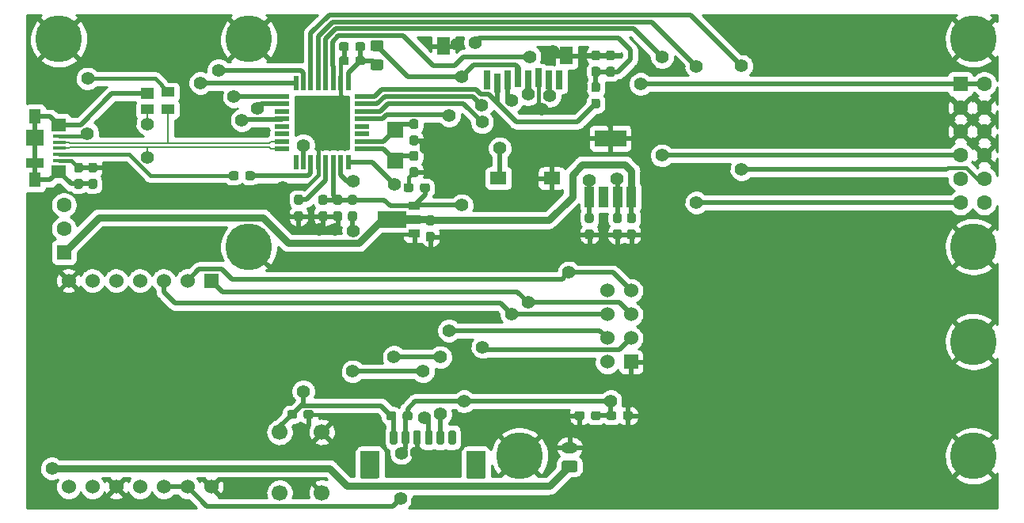
<source format=gtl>
G04 #@! TF.GenerationSoftware,KiCad,Pcbnew,5.99.0-unknown-57e35c9~88~ubuntu19.10.1*
G04 #@! TF.CreationDate,2021-10-26T01:00:45-03:00*
G04 #@! TF.ProjectId,Femtosat,46656d74-6f73-4617-942e-6b696361645f,rev?*
G04 #@! TF.SameCoordinates,Original*
G04 #@! TF.FileFunction,Copper,L1,Top*
G04 #@! TF.FilePolarity,Positive*
%FSLAX46Y46*%
G04 Gerber Fmt 4.6, Leading zero omitted, Abs format (unit mm)*
G04 Created by KiCad (PCBNEW 5.99.0-unknown-57e35c9~88~ubuntu19.10.1) date 2021-10-26 01:00:45*
%MOMM*%
%LPD*%
G01*
G04 APERTURE LIST*
G04 #@! TA.AperFunction,ComponentPad*
%ADD10C,5.000000*%
G04 #@! TD*
G04 #@! TA.AperFunction,ComponentPad*
%ADD11R,1.600000X1.600000*%
G04 #@! TD*
G04 #@! TA.AperFunction,ComponentPad*
%ADD12C,1.600000*%
G04 #@! TD*
G04 #@! TA.AperFunction,SMDPad,CuDef*
%ADD13R,1.400000X1.900000*%
G04 #@! TD*
G04 #@! TA.AperFunction,SMDPad,CuDef*
%ADD14R,1.800000X1.400000*%
G04 #@! TD*
G04 #@! TA.AperFunction,SMDPad,CuDef*
%ADD15R,0.800000X2.000000*%
G04 #@! TD*
G04 #@! TA.AperFunction,SMDPad,CuDef*
%ADD16R,1.800000X1.750000*%
G04 #@! TD*
G04 #@! TA.AperFunction,SMDPad,CuDef*
%ADD17R,0.550000X1.600000*%
G04 #@! TD*
G04 #@! TA.AperFunction,SMDPad,CuDef*
%ADD18R,1.600000X0.550000*%
G04 #@! TD*
G04 #@! TA.AperFunction,ComponentPad*
%ADD19C,1.524000*%
G04 #@! TD*
G04 #@! TA.AperFunction,ComponentPad*
%ADD20R,1.524000X1.524000*%
G04 #@! TD*
G04 #@! TA.AperFunction,SMDPad,CuDef*
%ADD21R,1.000000X2.200000*%
G04 #@! TD*
G04 #@! TA.AperFunction,SMDPad,CuDef*
%ADD22R,3.400000X1.800000*%
G04 #@! TD*
G04 #@! TA.AperFunction,SMDPad,CuDef*
%ADD23R,1.300000X0.900000*%
G04 #@! TD*
G04 #@! TA.AperFunction,ComponentPad*
%ADD24C,1.700000*%
G04 #@! TD*
G04 #@! TA.AperFunction,ComponentPad*
%ADD25O,1.750000X1.200000*%
G04 #@! TD*
G04 #@! TA.AperFunction,SMDPad,CuDef*
%ADD26R,1.900000X1.000000*%
G04 #@! TD*
G04 #@! TA.AperFunction,SMDPad,CuDef*
%ADD27R,1.900000X1.800000*%
G04 #@! TD*
G04 #@! TA.AperFunction,SMDPad,CuDef*
%ADD28R,1.300000X1.650000*%
G04 #@! TD*
G04 #@! TA.AperFunction,SMDPad,CuDef*
%ADD29R,1.550000X1.425000*%
G04 #@! TD*
G04 #@! TA.AperFunction,SMDPad,CuDef*
%ADD30R,1.380000X0.450000*%
G04 #@! TD*
G04 #@! TA.AperFunction,SMDPad,CuDef*
%ADD31R,1.400000X1.000000*%
G04 #@! TD*
G04 #@! TA.AperFunction,SMDPad,CuDef*
%ADD32R,1.400000X1.200000*%
G04 #@! TD*
G04 #@! TA.AperFunction,ViaPad*
%ADD33C,1.400000*%
G04 #@! TD*
G04 #@! TA.AperFunction,Conductor*
%ADD34C,0.550000*%
G04 #@! TD*
G04 #@! TA.AperFunction,Conductor*
%ADD35C,0.800000*%
G04 #@! TD*
G04 #@! TA.AperFunction,Conductor*
%ADD36C,0.450000*%
G04 #@! TD*
G04 #@! TA.AperFunction,Conductor*
%ADD37C,0.200000*%
G04 #@! TD*
G04 #@! TA.AperFunction,Conductor*
%ADD38C,0.254000*%
G04 #@! TD*
G04 APERTURE END LIST*
D10*
X119660000Y-77270000D03*
X70390000Y-32645000D03*
X168190000Y-77270000D03*
X168190000Y-65030000D03*
X90710000Y-32645000D03*
X90710000Y-54870000D03*
X168190000Y-32645000D03*
X168190000Y-54870000D03*
D11*
X166790000Y-37471000D03*
D12*
X169330000Y-37471000D03*
X166790000Y-40011000D03*
X169330000Y-40011000D03*
X166790000Y-42551000D03*
X169330000Y-42551000D03*
X166790000Y-45091000D03*
X169330000Y-45091000D03*
X166790000Y-47631000D03*
X169330000Y-47631000D03*
X166790000Y-50171000D03*
X169330000Y-50171000D03*
D13*
X111535400Y-33408600D03*
X124685400Y-34408600D03*
D14*
X117385400Y-47558600D03*
X123085400Y-47558600D03*
D15*
X123895400Y-37008600D03*
X122795400Y-37008600D03*
X121695400Y-36808600D03*
X120595400Y-37008600D03*
X119495400Y-36808600D03*
X118395400Y-37008600D03*
X117295400Y-37408600D03*
X116195400Y-37008600D03*
D16*
X106337100Y-42385700D03*
X106337100Y-45635700D03*
D17*
X101339300Y-45860700D03*
X100539300Y-45860700D03*
X99739300Y-45860700D03*
X98939300Y-45860700D03*
X98139300Y-45860700D03*
X97339300Y-45860700D03*
X96539300Y-45860700D03*
X95739300Y-45860700D03*
D18*
X94289300Y-44410700D03*
X94289300Y-43610700D03*
X94289300Y-42810700D03*
X94289300Y-42010700D03*
X94289300Y-41210700D03*
X94289300Y-40410700D03*
X94289300Y-39610700D03*
X94289300Y-38810700D03*
D17*
X95739300Y-37360700D03*
X96539300Y-37360700D03*
X97339300Y-37360700D03*
X98139300Y-37360700D03*
X98939300Y-37360700D03*
X99739300Y-37360700D03*
X100539300Y-37360700D03*
X101339300Y-37360700D03*
D18*
X102789300Y-38810700D03*
X102789300Y-39610700D03*
X102789300Y-40410700D03*
X102789300Y-41210700D03*
X102789300Y-42010700D03*
X102789300Y-42810700D03*
X102789300Y-43610700D03*
X102789300Y-44410700D03*
D19*
X86690200Y-80590000D03*
X84150200Y-80590000D03*
X81610200Y-80590000D03*
X79070200Y-80590000D03*
X76530200Y-80590000D03*
X73990200Y-80590000D03*
X71450200Y-80590000D03*
X71450200Y-58510000D03*
X73990200Y-58510000D03*
X76530200Y-58510000D03*
X79070200Y-58510000D03*
X81610200Y-58510000D03*
X84150200Y-58510000D03*
D20*
X86690200Y-58510000D03*
D19*
X129032000Y-59588400D03*
X131572000Y-59588400D03*
X129032000Y-62128400D03*
X131572000Y-62128400D03*
X129032000Y-64668400D03*
X131572000Y-64668400D03*
X129032000Y-67208400D03*
D20*
X131572000Y-67208400D03*
D21*
X127112200Y-49582800D03*
X130112200Y-49582800D03*
D22*
X129362200Y-43282800D03*
D21*
X128612200Y-49582800D03*
X131612200Y-49582800D03*
D12*
X70950000Y-50410000D03*
X70950000Y-52950000D03*
D11*
X70950000Y-55490000D03*
G04 #@! TA.AperFunction,SMDPad,CuDef*
G36*
X104456200Y-51103300D02*
G01*
X107581201Y-51103300D01*
X107581200Y-51519800D01*
X109056200Y-51519801D01*
X109056200Y-52419800D01*
X107581200Y-52419799D01*
X107581200Y-52836299D01*
X104456200Y-52836299D01*
X104456200Y-51103300D01*
G37*
G04 #@! TD.AperFunction*
D23*
X108406200Y-50469800D03*
X108406200Y-53469800D03*
D24*
X94005400Y-81203800D03*
X94005400Y-74703800D03*
X98505400Y-81203800D03*
X98505400Y-74703800D03*
G04 #@! TA.AperFunction,SMDPad,CuDef*
G36*
G01*
X126874700Y-53029600D02*
X127349700Y-53029600D01*
G75*
G02*
X127587200Y-53267100I0J-237500D01*
G01*
X127587200Y-53842100D01*
G75*
G02*
X127349700Y-54079600I-237500J0D01*
G01*
X126874700Y-54079600D01*
G75*
G02*
X126637200Y-53842100I0J237500D01*
G01*
X126637200Y-53267100D01*
G75*
G02*
X126874700Y-53029600I237500J0D01*
G01*
G37*
G04 #@! TD.AperFunction*
G04 #@! TA.AperFunction,SMDPad,CuDef*
G36*
G01*
X126874700Y-51279600D02*
X127349700Y-51279600D01*
G75*
G02*
X127587200Y-51517100I0J-237500D01*
G01*
X127587200Y-52092100D01*
G75*
G02*
X127349700Y-52329600I-237500J0D01*
G01*
X126874700Y-52329600D01*
G75*
G02*
X126637200Y-52092100I0J237500D01*
G01*
X126637200Y-51517100D01*
G75*
G02*
X126874700Y-51279600I237500J0D01*
G01*
G37*
G04 #@! TD.AperFunction*
G04 #@! TA.AperFunction,SMDPad,CuDef*
G36*
G01*
X127562600Y-39035500D02*
X128037600Y-39035500D01*
G75*
G02*
X128275100Y-39273000I0J-237500D01*
G01*
X128275100Y-39848000D01*
G75*
G02*
X128037600Y-40085500I-237500J0D01*
G01*
X127562600Y-40085500D01*
G75*
G02*
X127325100Y-39848000I0J237500D01*
G01*
X127325100Y-39273000D01*
G75*
G02*
X127562600Y-39035500I237500J0D01*
G01*
G37*
G04 #@! TD.AperFunction*
G04 #@! TA.AperFunction,SMDPad,CuDef*
G36*
G01*
X127562600Y-37285500D02*
X128037600Y-37285500D01*
G75*
G02*
X128275100Y-37523000I0J-237500D01*
G01*
X128275100Y-38098000D01*
G75*
G02*
X128037600Y-38335500I-237500J0D01*
G01*
X127562600Y-38335500D01*
G75*
G02*
X127325100Y-38098000I0J237500D01*
G01*
X127325100Y-37523000D01*
G75*
G02*
X127562600Y-37285500I237500J0D01*
G01*
G37*
G04 #@! TD.AperFunction*
G04 #@! TA.AperFunction,SMDPad,CuDef*
G36*
G01*
X89630900Y-47044600D02*
X89630900Y-47519600D01*
G75*
G02*
X89393400Y-47757100I-237500J0D01*
G01*
X88818400Y-47757100D01*
G75*
G02*
X88580900Y-47519600I0J237500D01*
G01*
X88580900Y-47044600D01*
G75*
G02*
X88818400Y-46807100I237500J0D01*
G01*
X89393400Y-46807100D01*
G75*
G02*
X89630900Y-47044600I0J-237500D01*
G01*
G37*
G04 #@! TD.AperFunction*
G04 #@! TA.AperFunction,SMDPad,CuDef*
G36*
G01*
X91380900Y-47044600D02*
X91380900Y-47519600D01*
G75*
G02*
X91143400Y-47757100I-237500J0D01*
G01*
X90568400Y-47757100D01*
G75*
G02*
X90330900Y-47519600I0J237500D01*
G01*
X90330900Y-47044600D01*
G75*
G02*
X90568400Y-46807100I237500J0D01*
G01*
X91143400Y-46807100D01*
G75*
G02*
X91380900Y-47044600I0J-237500D01*
G01*
G37*
G04 #@! TD.AperFunction*
G04 #@! TA.AperFunction,SMDPad,CuDef*
G36*
G01*
X74269200Y-46932100D02*
X73794200Y-46932100D01*
G75*
G02*
X73556700Y-46694600I0J237500D01*
G01*
X73556700Y-46119600D01*
G75*
G02*
X73794200Y-45882100I237500J0D01*
G01*
X74269200Y-45882100D01*
G75*
G02*
X74506700Y-46119600I0J-237500D01*
G01*
X74506700Y-46694600D01*
G75*
G02*
X74269200Y-46932100I-237500J0D01*
G01*
G37*
G04 #@! TD.AperFunction*
G04 #@! TA.AperFunction,SMDPad,CuDef*
G36*
G01*
X74269200Y-48682100D02*
X73794200Y-48682100D01*
G75*
G02*
X73556700Y-48444600I0J237500D01*
G01*
X73556700Y-47869600D01*
G75*
G02*
X73794200Y-47632100I237500J0D01*
G01*
X74269200Y-47632100D01*
G75*
G02*
X74506700Y-47869600I0J-237500D01*
G01*
X74506700Y-48444600D01*
G75*
G02*
X74269200Y-48682100I-237500J0D01*
G01*
G37*
G04 #@! TD.AperFunction*
G04 #@! TA.AperFunction,SMDPad,CuDef*
G36*
G01*
X106457000Y-72736700D02*
X106457000Y-73211700D01*
G75*
G02*
X106219500Y-73449200I-237500J0D01*
G01*
X105644500Y-73449200D01*
G75*
G02*
X105407000Y-73211700I0J237500D01*
G01*
X105407000Y-72736700D01*
G75*
G02*
X105644500Y-72499200I237500J0D01*
G01*
X106219500Y-72499200D01*
G75*
G02*
X106457000Y-72736700I0J-237500D01*
G01*
G37*
G04 #@! TD.AperFunction*
G04 #@! TA.AperFunction,SMDPad,CuDef*
G36*
G01*
X108207000Y-72736700D02*
X108207000Y-73211700D01*
G75*
G02*
X107969500Y-73449200I-237500J0D01*
G01*
X107394500Y-73449200D01*
G75*
G02*
X107157000Y-73211700I0J237500D01*
G01*
X107157000Y-72736700D01*
G75*
G02*
X107394500Y-72499200I237500J0D01*
G01*
X107969500Y-72499200D01*
G75*
G02*
X108207000Y-72736700I0J-237500D01*
G01*
G37*
G04 #@! TD.AperFunction*
G04 #@! TA.AperFunction,SMDPad,CuDef*
G36*
G01*
X101553000Y-51086500D02*
X102028000Y-51086500D01*
G75*
G02*
X102265500Y-51324000I0J-237500D01*
G01*
X102265500Y-51899000D01*
G75*
G02*
X102028000Y-52136500I-237500J0D01*
G01*
X101553000Y-52136500D01*
G75*
G02*
X101315500Y-51899000I0J237500D01*
G01*
X101315500Y-51324000D01*
G75*
G02*
X101553000Y-51086500I237500J0D01*
G01*
G37*
G04 #@! TD.AperFunction*
G04 #@! TA.AperFunction,SMDPad,CuDef*
G36*
G01*
X101553000Y-49336500D02*
X102028000Y-49336500D01*
G75*
G02*
X102265500Y-49574000I0J-237500D01*
G01*
X102265500Y-50149000D01*
G75*
G02*
X102028000Y-50386500I-237500J0D01*
G01*
X101553000Y-50386500D01*
G75*
G02*
X101315500Y-50149000I0J237500D01*
G01*
X101315500Y-49574000D01*
G75*
G02*
X101553000Y-49336500I237500J0D01*
G01*
G37*
G04 #@! TD.AperFunction*
G04 #@! TA.AperFunction,SMDPad,CuDef*
G36*
G01*
X104856601Y-33941600D02*
X103956599Y-33941600D01*
G75*
G02*
X103706600Y-33691601I0J249999D01*
G01*
X103706600Y-33041599D01*
G75*
G02*
X103956599Y-32791600I249999J0D01*
G01*
X104856601Y-32791600D01*
G75*
G02*
X105106600Y-33041599I0J-249999D01*
G01*
X105106600Y-33691601D01*
G75*
G02*
X104856601Y-33941600I-249999J0D01*
G01*
G37*
G04 #@! TD.AperFunction*
G04 #@! TA.AperFunction,SMDPad,CuDef*
G36*
G01*
X104856601Y-35991600D02*
X103956599Y-35991600D01*
G75*
G02*
X103706600Y-35741601I0J249999D01*
G01*
X103706600Y-35091599D01*
G75*
G02*
X103956599Y-34841600I249999J0D01*
G01*
X104856601Y-34841600D01*
G75*
G02*
X105106600Y-35091599I0J-249999D01*
G01*
X105106600Y-35741601D01*
G75*
G02*
X104856601Y-35991600I-249999J0D01*
G01*
G37*
G04 #@! TD.AperFunction*
D25*
X125000000Y-76384400D03*
G04 #@! TA.AperFunction,ComponentPad*
G36*
G01*
X125625001Y-78984400D02*
X124374999Y-78984400D01*
G75*
G02*
X124125000Y-78734401I0J249999D01*
G01*
X124125000Y-78034399D01*
G75*
G02*
X124374999Y-77784400I249999J0D01*
G01*
X125625001Y-77784400D01*
G75*
G02*
X125875000Y-78034399I0J-249999D01*
G01*
X125875000Y-78734401D01*
G75*
G02*
X125625001Y-78984400I-249999J0D01*
G01*
G37*
G04 #@! TD.AperFunction*
G04 #@! TA.AperFunction,SMDPad,CuDef*
G36*
G01*
X113946600Y-79448601D02*
X113946600Y-76948599D01*
G75*
G02*
X114196599Y-76698600I249999J0D01*
G01*
X115796601Y-76698600D01*
G75*
G02*
X116046600Y-76948599I0J-249999D01*
G01*
X116046600Y-79448601D01*
G75*
G02*
X115796601Y-79698600I-249999J0D01*
G01*
X114196599Y-79698600D01*
G75*
G02*
X113946600Y-79448601I0J249999D01*
G01*
G37*
G04 #@! TD.AperFunction*
G04 #@! TA.AperFunction,SMDPad,CuDef*
G36*
G01*
X102596600Y-79448601D02*
X102596600Y-76948599D01*
G75*
G02*
X102846599Y-76698600I249999J0D01*
G01*
X104446601Y-76698600D01*
G75*
G02*
X104696600Y-76948599I0J-249999D01*
G01*
X104696600Y-79448601D01*
G75*
G02*
X104446601Y-79698600I-249999J0D01*
G01*
X102846599Y-79698600D01*
G75*
G02*
X102596600Y-79448601I0J249999D01*
G01*
G37*
G04 #@! TD.AperFunction*
G04 #@! TA.AperFunction,SMDPad,CuDef*
G36*
G01*
X112046600Y-75898600D02*
X112046600Y-74698600D01*
G75*
G02*
X112246600Y-74498600I200000J0D01*
G01*
X112646600Y-74498600D01*
G75*
G02*
X112846600Y-74698600I0J-200000D01*
G01*
X112846600Y-75898600D01*
G75*
G02*
X112646600Y-76098600I-200000J0D01*
G01*
X112246600Y-76098600D01*
G75*
G02*
X112046600Y-75898600I0J200000D01*
G01*
G37*
G04 #@! TD.AperFunction*
G04 #@! TA.AperFunction,SMDPad,CuDef*
G36*
G01*
X110796600Y-75898600D02*
X110796600Y-74698600D01*
G75*
G02*
X110996600Y-74498600I200000J0D01*
G01*
X111396600Y-74498600D01*
G75*
G02*
X111596600Y-74698600I0J-200000D01*
G01*
X111596600Y-75898600D01*
G75*
G02*
X111396600Y-76098600I-200000J0D01*
G01*
X110996600Y-76098600D01*
G75*
G02*
X110796600Y-75898600I0J200000D01*
G01*
G37*
G04 #@! TD.AperFunction*
G04 #@! TA.AperFunction,SMDPad,CuDef*
G36*
G01*
X109546600Y-75898600D02*
X109546600Y-74698600D01*
G75*
G02*
X109746600Y-74498600I200000J0D01*
G01*
X110146600Y-74498600D01*
G75*
G02*
X110346600Y-74698600I0J-200000D01*
G01*
X110346600Y-75898600D01*
G75*
G02*
X110146600Y-76098600I-200000J0D01*
G01*
X109746600Y-76098600D01*
G75*
G02*
X109546600Y-75898600I0J200000D01*
G01*
G37*
G04 #@! TD.AperFunction*
G04 #@! TA.AperFunction,SMDPad,CuDef*
G36*
G01*
X108296600Y-75898600D02*
X108296600Y-74698600D01*
G75*
G02*
X108496600Y-74498600I200000J0D01*
G01*
X108896600Y-74498600D01*
G75*
G02*
X109096600Y-74698600I0J-200000D01*
G01*
X109096600Y-75898600D01*
G75*
G02*
X108896600Y-76098600I-200000J0D01*
G01*
X108496600Y-76098600D01*
G75*
G02*
X108296600Y-75898600I0J200000D01*
G01*
G37*
G04 #@! TD.AperFunction*
G04 #@! TA.AperFunction,SMDPad,CuDef*
G36*
G01*
X107046600Y-75898600D02*
X107046600Y-74698600D01*
G75*
G02*
X107246600Y-74498600I200000J0D01*
G01*
X107646600Y-74498600D01*
G75*
G02*
X107846600Y-74698600I0J-200000D01*
G01*
X107846600Y-75898600D01*
G75*
G02*
X107646600Y-76098600I-200000J0D01*
G01*
X107246600Y-76098600D01*
G75*
G02*
X107046600Y-75898600I0J200000D01*
G01*
G37*
G04 #@! TD.AperFunction*
G04 #@! TA.AperFunction,SMDPad,CuDef*
G36*
G01*
X105796600Y-75898600D02*
X105796600Y-74698600D01*
G75*
G02*
X105996600Y-74498600I200000J0D01*
G01*
X106396600Y-74498600D01*
G75*
G02*
X106596600Y-74698600I0J-200000D01*
G01*
X106596600Y-75898600D01*
G75*
G02*
X106396600Y-76098600I-200000J0D01*
G01*
X105996600Y-76098600D01*
G75*
G02*
X105796600Y-75898600I0J200000D01*
G01*
G37*
G04 #@! TD.AperFunction*
D26*
X67800000Y-45885700D03*
D27*
X67800000Y-43185700D03*
D28*
X67800000Y-47710700D03*
X67800000Y-40960700D03*
D29*
X70375000Y-46823200D03*
X70375000Y-41848200D03*
D30*
X70460000Y-45635700D03*
X70460000Y-44985700D03*
X70460000Y-44335700D03*
X70460000Y-43685700D03*
X70460000Y-43035700D03*
D31*
X82080900Y-38305700D03*
X82080900Y-40205700D03*
X79880900Y-40205700D03*
D32*
X79880900Y-38485700D03*
G04 #@! TA.AperFunction,SMDPad,CuDef*
G36*
G01*
X127286500Y-73186300D02*
X127286500Y-72711300D01*
G75*
G02*
X127524000Y-72473800I237500J0D01*
G01*
X128099000Y-72473800D01*
G75*
G02*
X128336500Y-72711300I0J-237500D01*
G01*
X128336500Y-73186300D01*
G75*
G02*
X128099000Y-73423800I-237500J0D01*
G01*
X127524000Y-73423800D01*
G75*
G02*
X127286500Y-73186300I0J237500D01*
G01*
G37*
G04 #@! TD.AperFunction*
G04 #@! TA.AperFunction,SMDPad,CuDef*
G36*
G01*
X125536500Y-73186300D02*
X125536500Y-72711300D01*
G75*
G02*
X125774000Y-72473800I237500J0D01*
G01*
X126349000Y-72473800D01*
G75*
G02*
X126586500Y-72711300I0J-237500D01*
G01*
X126586500Y-73186300D01*
G75*
G02*
X126349000Y-73423800I-237500J0D01*
G01*
X125774000Y-73423800D01*
G75*
G02*
X125536500Y-73186300I0J237500D01*
G01*
G37*
G04 #@! TD.AperFunction*
G04 #@! TA.AperFunction,SMDPad,CuDef*
G36*
G01*
X130002800Y-72711300D02*
X130002800Y-73186300D01*
G75*
G02*
X129765300Y-73423800I-237500J0D01*
G01*
X129190300Y-73423800D01*
G75*
G02*
X128952800Y-73186300I0J237500D01*
G01*
X128952800Y-72711300D01*
G75*
G02*
X129190300Y-72473800I237500J0D01*
G01*
X129765300Y-72473800D01*
G75*
G02*
X130002800Y-72711300I0J-237500D01*
G01*
G37*
G04 #@! TD.AperFunction*
G04 #@! TA.AperFunction,SMDPad,CuDef*
G36*
G01*
X131752800Y-72711300D02*
X131752800Y-73186300D01*
G75*
G02*
X131515300Y-73423800I-237500J0D01*
G01*
X130940300Y-73423800D01*
G75*
G02*
X130702800Y-73186300I0J237500D01*
G01*
X130702800Y-72711300D01*
G75*
G02*
X130940300Y-72473800I237500J0D01*
G01*
X131515300Y-72473800D01*
G75*
G02*
X131752800Y-72711300I0J-237500D01*
G01*
G37*
G04 #@! TD.AperFunction*
G04 #@! TA.AperFunction,SMDPad,CuDef*
G36*
G01*
X129612400Y-34931900D02*
X129137400Y-34931900D01*
G75*
G02*
X128899900Y-34694400I0J237500D01*
G01*
X128899900Y-34119400D01*
G75*
G02*
X129137400Y-33881900I237500J0D01*
G01*
X129612400Y-33881900D01*
G75*
G02*
X129849900Y-34119400I0J-237500D01*
G01*
X129849900Y-34694400D01*
G75*
G02*
X129612400Y-34931900I-237500J0D01*
G01*
G37*
G04 #@! TD.AperFunction*
G04 #@! TA.AperFunction,SMDPad,CuDef*
G36*
G01*
X129612400Y-36681900D02*
X129137400Y-36681900D01*
G75*
G02*
X128899900Y-36444400I0J237500D01*
G01*
X128899900Y-35869400D01*
G75*
G02*
X129137400Y-35631900I237500J0D01*
G01*
X129612400Y-35631900D01*
G75*
G02*
X129849900Y-35869400I0J-237500D01*
G01*
X129849900Y-36444400D01*
G75*
G02*
X129612400Y-36681900I-237500J0D01*
G01*
G37*
G04 #@! TD.AperFunction*
G04 #@! TA.AperFunction,SMDPad,CuDef*
G36*
G01*
X128037600Y-34931900D02*
X127562600Y-34931900D01*
G75*
G02*
X127325100Y-34694400I0J237500D01*
G01*
X127325100Y-34119400D01*
G75*
G02*
X127562600Y-33881900I237500J0D01*
G01*
X128037600Y-33881900D01*
G75*
G02*
X128275100Y-34119400I0J-237500D01*
G01*
X128275100Y-34694400D01*
G75*
G02*
X128037600Y-34931900I-237500J0D01*
G01*
G37*
G04 #@! TD.AperFunction*
G04 #@! TA.AperFunction,SMDPad,CuDef*
G36*
G01*
X128037600Y-36681900D02*
X127562600Y-36681900D01*
G75*
G02*
X127325100Y-36444400I0J237500D01*
G01*
X127325100Y-35869400D01*
G75*
G02*
X127562600Y-35631900I237500J0D01*
G01*
X128037600Y-35631900D01*
G75*
G02*
X128275100Y-35869400I0J-237500D01*
G01*
X128275100Y-36444400D01*
G75*
G02*
X128037600Y-36681900I-237500J0D01*
G01*
G37*
G04 #@! TD.AperFunction*
G04 #@! TA.AperFunction,SMDPad,CuDef*
G36*
G01*
X108311200Y-48327300D02*
X108311200Y-48802300D01*
G75*
G02*
X108073700Y-49039800I-237500J0D01*
G01*
X107498700Y-49039800D01*
G75*
G02*
X107261200Y-48802300I0J237500D01*
G01*
X107261200Y-48327300D01*
G75*
G02*
X107498700Y-48089800I237500J0D01*
G01*
X108073700Y-48089800D01*
G75*
G02*
X108311200Y-48327300I0J-237500D01*
G01*
G37*
G04 #@! TD.AperFunction*
G04 #@! TA.AperFunction,SMDPad,CuDef*
G36*
G01*
X110061200Y-48327300D02*
X110061200Y-48802300D01*
G75*
G02*
X109823700Y-49039800I-237500J0D01*
G01*
X109248700Y-49039800D01*
G75*
G02*
X109011200Y-48802300I0J237500D01*
G01*
X109011200Y-48327300D01*
G75*
G02*
X109248700Y-48089800I237500J0D01*
G01*
X109823700Y-48089800D01*
G75*
G02*
X110061200Y-48327300I0J-237500D01*
G01*
G37*
G04 #@! TD.AperFunction*
G04 #@! TA.AperFunction,SMDPad,CuDef*
G36*
G01*
X109871500Y-53283600D02*
X110346500Y-53283600D01*
G75*
G02*
X110584000Y-53521100I0J-237500D01*
G01*
X110584000Y-54096100D01*
G75*
G02*
X110346500Y-54333600I-237500J0D01*
G01*
X109871500Y-54333600D01*
G75*
G02*
X109634000Y-54096100I0J237500D01*
G01*
X109634000Y-53521100D01*
G75*
G02*
X109871500Y-53283600I237500J0D01*
G01*
G37*
G04 #@! TD.AperFunction*
G04 #@! TA.AperFunction,SMDPad,CuDef*
G36*
G01*
X109871500Y-51533600D02*
X110346500Y-51533600D01*
G75*
G02*
X110584000Y-51771100I0J-237500D01*
G01*
X110584000Y-52346100D01*
G75*
G02*
X110346500Y-52583600I-237500J0D01*
G01*
X109871500Y-52583600D01*
G75*
G02*
X109634000Y-52346100I0J237500D01*
G01*
X109634000Y-51771100D01*
G75*
G02*
X109871500Y-51533600I237500J0D01*
G01*
G37*
G04 #@! TD.AperFunction*
G04 #@! TA.AperFunction,SMDPad,CuDef*
G36*
G01*
X108118900Y-42971200D02*
X108593900Y-42971200D01*
G75*
G02*
X108831400Y-43208700I0J-237500D01*
G01*
X108831400Y-43783700D01*
G75*
G02*
X108593900Y-44021200I-237500J0D01*
G01*
X108118900Y-44021200D01*
G75*
G02*
X107881400Y-43783700I0J237500D01*
G01*
X107881400Y-43208700D01*
G75*
G02*
X108118900Y-42971200I237500J0D01*
G01*
G37*
G04 #@! TD.AperFunction*
G04 #@! TA.AperFunction,SMDPad,CuDef*
G36*
G01*
X108118900Y-41221200D02*
X108593900Y-41221200D01*
G75*
G02*
X108831400Y-41458700I0J-237500D01*
G01*
X108831400Y-42033700D01*
G75*
G02*
X108593900Y-42271200I-237500J0D01*
G01*
X108118900Y-42271200D01*
G75*
G02*
X107881400Y-42033700I0J237500D01*
G01*
X107881400Y-41458700D01*
G75*
G02*
X108118900Y-41221200I237500J0D01*
G01*
G37*
G04 #@! TD.AperFunction*
G04 #@! TA.AperFunction,SMDPad,CuDef*
G36*
G01*
X108118900Y-46374800D02*
X108593900Y-46374800D01*
G75*
G02*
X108831400Y-46612300I0J-237500D01*
G01*
X108831400Y-47187300D01*
G75*
G02*
X108593900Y-47424800I-237500J0D01*
G01*
X108118900Y-47424800D01*
G75*
G02*
X107881400Y-47187300I0J237500D01*
G01*
X107881400Y-46612300D01*
G75*
G02*
X108118900Y-46374800I237500J0D01*
G01*
G37*
G04 #@! TD.AperFunction*
G04 #@! TA.AperFunction,SMDPad,CuDef*
G36*
G01*
X108118900Y-44624800D02*
X108593900Y-44624800D01*
G75*
G02*
X108831400Y-44862300I0J-237500D01*
G01*
X108831400Y-45437300D01*
G75*
G02*
X108593900Y-45674800I-237500J0D01*
G01*
X108118900Y-45674800D01*
G75*
G02*
X107881400Y-45437300I0J237500D01*
G01*
X107881400Y-44862300D01*
G75*
G02*
X108118900Y-44624800I237500J0D01*
G01*
G37*
G04 #@! TD.AperFunction*
G04 #@! TA.AperFunction,SMDPad,CuDef*
G36*
G01*
X99978200Y-51086500D02*
X100453200Y-51086500D01*
G75*
G02*
X100690700Y-51324000I0J-237500D01*
G01*
X100690700Y-51899000D01*
G75*
G02*
X100453200Y-52136500I-237500J0D01*
G01*
X99978200Y-52136500D01*
G75*
G02*
X99740700Y-51899000I0J237500D01*
G01*
X99740700Y-51324000D01*
G75*
G02*
X99978200Y-51086500I237500J0D01*
G01*
G37*
G04 #@! TD.AperFunction*
G04 #@! TA.AperFunction,SMDPad,CuDef*
G36*
G01*
X99978200Y-49336500D02*
X100453200Y-49336500D01*
G75*
G02*
X100690700Y-49574000I0J-237500D01*
G01*
X100690700Y-50149000D01*
G75*
G02*
X100453200Y-50386500I-237500J0D01*
G01*
X99978200Y-50386500D01*
G75*
G02*
X99740700Y-50149000I0J237500D01*
G01*
X99740700Y-49574000D01*
G75*
G02*
X99978200Y-49336500I237500J0D01*
G01*
G37*
G04 #@! TD.AperFunction*
G04 #@! TA.AperFunction,SMDPad,CuDef*
G36*
G01*
X98403400Y-51086500D02*
X98878400Y-51086500D01*
G75*
G02*
X99115900Y-51324000I0J-237500D01*
G01*
X99115900Y-51899000D01*
G75*
G02*
X98878400Y-52136500I-237500J0D01*
G01*
X98403400Y-52136500D01*
G75*
G02*
X98165900Y-51899000I0J237500D01*
G01*
X98165900Y-51324000D01*
G75*
G02*
X98403400Y-51086500I237500J0D01*
G01*
G37*
G04 #@! TD.AperFunction*
G04 #@! TA.AperFunction,SMDPad,CuDef*
G36*
G01*
X98403400Y-49336500D02*
X98878400Y-49336500D01*
G75*
G02*
X99115900Y-49574000I0J-237500D01*
G01*
X99115900Y-50149000D01*
G75*
G02*
X98878400Y-50386500I-237500J0D01*
G01*
X98403400Y-50386500D01*
G75*
G02*
X98165900Y-50149000I0J237500D01*
G01*
X98165900Y-49574000D01*
G75*
G02*
X98403400Y-49336500I237500J0D01*
G01*
G37*
G04 #@! TD.AperFunction*
G04 #@! TA.AperFunction,SMDPad,CuDef*
G36*
G01*
X101389300Y-33227000D02*
X101389300Y-33702000D01*
G75*
G02*
X101151800Y-33939500I-237500J0D01*
G01*
X100576800Y-33939500D01*
G75*
G02*
X100339300Y-33702000I0J237500D01*
G01*
X100339300Y-33227000D01*
G75*
G02*
X100576800Y-32989500I237500J0D01*
G01*
X101151800Y-32989500D01*
G75*
G02*
X101389300Y-33227000I0J-237500D01*
G01*
G37*
G04 #@! TD.AperFunction*
G04 #@! TA.AperFunction,SMDPad,CuDef*
G36*
G01*
X103139300Y-33227000D02*
X103139300Y-33702000D01*
G75*
G02*
X102901800Y-33939500I-237500J0D01*
G01*
X102326800Y-33939500D01*
G75*
G02*
X102089300Y-33702000I0J237500D01*
G01*
X102089300Y-33227000D01*
G75*
G02*
X102326800Y-32989500I237500J0D01*
G01*
X102901800Y-32989500D01*
G75*
G02*
X103139300Y-33227000I0J-237500D01*
G01*
G37*
G04 #@! TD.AperFunction*
G04 #@! TA.AperFunction,SMDPad,CuDef*
G36*
G01*
X101389300Y-34751000D02*
X101389300Y-35226000D01*
G75*
G02*
X101151800Y-35463500I-237500J0D01*
G01*
X100576800Y-35463500D01*
G75*
G02*
X100339300Y-35226000I0J237500D01*
G01*
X100339300Y-34751000D01*
G75*
G02*
X100576800Y-34513500I237500J0D01*
G01*
X101151800Y-34513500D01*
G75*
G02*
X101389300Y-34751000I0J-237500D01*
G01*
G37*
G04 #@! TD.AperFunction*
G04 #@! TA.AperFunction,SMDPad,CuDef*
G36*
G01*
X103139300Y-34751000D02*
X103139300Y-35226000D01*
G75*
G02*
X102901800Y-35463500I-237500J0D01*
G01*
X102326800Y-35463500D01*
G75*
G02*
X102089300Y-35226000I0J237500D01*
G01*
X102089300Y-34751000D01*
G75*
G02*
X102326800Y-34513500I237500J0D01*
G01*
X102901800Y-34513500D01*
G75*
G02*
X103139300Y-34751000I0J-237500D01*
G01*
G37*
G04 #@! TD.AperFunction*
G04 #@! TA.AperFunction,SMDPad,CuDef*
G36*
G01*
X72745200Y-46932100D02*
X72270200Y-46932100D01*
G75*
G02*
X72032700Y-46694600I0J237500D01*
G01*
X72032700Y-46119600D01*
G75*
G02*
X72270200Y-45882100I237500J0D01*
G01*
X72745200Y-45882100D01*
G75*
G02*
X72982700Y-46119600I0J-237500D01*
G01*
X72982700Y-46694600D01*
G75*
G02*
X72745200Y-46932100I-237500J0D01*
G01*
G37*
G04 #@! TD.AperFunction*
G04 #@! TA.AperFunction,SMDPad,CuDef*
G36*
G01*
X72745200Y-48682100D02*
X72270200Y-48682100D01*
G75*
G02*
X72032700Y-48444600I0J237500D01*
G01*
X72032700Y-47869600D01*
G75*
G02*
X72270200Y-47632100I237500J0D01*
G01*
X72745200Y-47632100D01*
G75*
G02*
X72982700Y-47869600I0J-237500D01*
G01*
X72982700Y-48444600D01*
G75*
G02*
X72745200Y-48682100I-237500J0D01*
G01*
G37*
G04 #@! TD.AperFunction*
G04 #@! TA.AperFunction,SMDPad,CuDef*
G36*
G01*
X96565200Y-73059300D02*
X96565200Y-72584300D01*
G75*
G02*
X96802700Y-72346800I237500J0D01*
G01*
X97377700Y-72346800D01*
G75*
G02*
X97615200Y-72584300I0J-237500D01*
G01*
X97615200Y-73059300D01*
G75*
G02*
X97377700Y-73296800I-237500J0D01*
G01*
X96802700Y-73296800D01*
G75*
G02*
X96565200Y-73059300I0J237500D01*
G01*
G37*
G04 #@! TD.AperFunction*
G04 #@! TA.AperFunction,SMDPad,CuDef*
G36*
G01*
X94815200Y-73059300D02*
X94815200Y-72584300D01*
G75*
G02*
X95052700Y-72346800I237500J0D01*
G01*
X95627700Y-72346800D01*
G75*
G02*
X95865200Y-72584300I0J-237500D01*
G01*
X95865200Y-73059300D01*
G75*
G02*
X95627700Y-73296800I-237500J0D01*
G01*
X95052700Y-73296800D01*
G75*
G02*
X94815200Y-73059300I0J237500D01*
G01*
G37*
G04 #@! TD.AperFunction*
G04 #@! TA.AperFunction,SMDPad,CuDef*
G36*
G01*
X95787200Y-51072500D02*
X96262200Y-51072500D01*
G75*
G02*
X96499700Y-51310000I0J-237500D01*
G01*
X96499700Y-51885000D01*
G75*
G02*
X96262200Y-52122500I-237500J0D01*
G01*
X95787200Y-52122500D01*
G75*
G02*
X95549700Y-51885000I0J237500D01*
G01*
X95549700Y-51310000D01*
G75*
G02*
X95787200Y-51072500I237500J0D01*
G01*
G37*
G04 #@! TD.AperFunction*
G04 #@! TA.AperFunction,SMDPad,CuDef*
G36*
G01*
X95787200Y-49322500D02*
X96262200Y-49322500D01*
G75*
G02*
X96499700Y-49560000I0J-237500D01*
G01*
X96499700Y-50135000D01*
G75*
G02*
X96262200Y-50372500I-237500J0D01*
G01*
X95787200Y-50372500D01*
G75*
G02*
X95549700Y-50135000I0J237500D01*
G01*
X95549700Y-49560000D01*
G75*
G02*
X95787200Y-49322500I237500J0D01*
G01*
G37*
G04 #@! TD.AperFunction*
G04 #@! TA.AperFunction,SMDPad,CuDef*
G36*
G01*
X129874700Y-53029600D02*
X130349700Y-53029600D01*
G75*
G02*
X130587200Y-53267100I0J-237500D01*
G01*
X130587200Y-53842100D01*
G75*
G02*
X130349700Y-54079600I-237500J0D01*
G01*
X129874700Y-54079600D01*
G75*
G02*
X129637200Y-53842100I0J237500D01*
G01*
X129637200Y-53267100D01*
G75*
G02*
X129874700Y-53029600I237500J0D01*
G01*
G37*
G04 #@! TD.AperFunction*
G04 #@! TA.AperFunction,SMDPad,CuDef*
G36*
G01*
X129874700Y-51279600D02*
X130349700Y-51279600D01*
G75*
G02*
X130587200Y-51517100I0J-237500D01*
G01*
X130587200Y-52092100D01*
G75*
G02*
X130349700Y-52329600I-237500J0D01*
G01*
X129874700Y-52329600D01*
G75*
G02*
X129637200Y-52092100I0J237500D01*
G01*
X129637200Y-51517100D01*
G75*
G02*
X129874700Y-51279600I237500J0D01*
G01*
G37*
G04 #@! TD.AperFunction*
G04 #@! TA.AperFunction,SMDPad,CuDef*
G36*
G01*
X131374700Y-53029600D02*
X131849700Y-53029600D01*
G75*
G02*
X132087200Y-53267100I0J-237500D01*
G01*
X132087200Y-53842100D01*
G75*
G02*
X131849700Y-54079600I-237500J0D01*
G01*
X131374700Y-54079600D01*
G75*
G02*
X131137200Y-53842100I0J237500D01*
G01*
X131137200Y-53267100D01*
G75*
G02*
X131374700Y-53029600I237500J0D01*
G01*
G37*
G04 #@! TD.AperFunction*
G04 #@! TA.AperFunction,SMDPad,CuDef*
G36*
G01*
X131374700Y-51279600D02*
X131849700Y-51279600D01*
G75*
G02*
X132087200Y-51517100I0J-237500D01*
G01*
X132087200Y-52092100D01*
G75*
G02*
X131849700Y-52329600I-237500J0D01*
G01*
X131374700Y-52329600D01*
G75*
G02*
X131137200Y-52092100I0J237500D01*
G01*
X131137200Y-51517100D01*
G75*
G02*
X131374700Y-51279600I237500J0D01*
G01*
G37*
G04 #@! TD.AperFunction*
D33*
X69659500Y-78613000D03*
X123317000Y-72961500D03*
X122618500Y-49530000D03*
X127127000Y-47815500D03*
X74549000Y-54610000D03*
X73469500Y-36893500D03*
X121983500Y-40132000D03*
X99885500Y-53022500D03*
X98234500Y-53022500D03*
X138176000Y-62103000D03*
X99402900Y-63220600D03*
X99377500Y-56451500D03*
X117919500Y-68529200D03*
X123380500Y-68529200D03*
X140970000Y-41656000D03*
X126238000Y-37782500D03*
X122732800Y-55854600D03*
X120751600Y-68529200D03*
X86690200Y-74412600D03*
X76530200Y-74463400D03*
X112979200Y-33223200D03*
X109626400Y-44323000D03*
X110363000Y-46888400D03*
X118821200Y-39243000D03*
X147142200Y-54381400D03*
X147066000Y-41656000D03*
X147066000Y-32867600D03*
X128574800Y-41300400D03*
X132791200Y-43307000D03*
X114884200Y-33020000D03*
X131622800Y-55168800D03*
X130098800Y-55194200D03*
X127101600Y-55143400D03*
X90322400Y-63246000D03*
X110159800Y-64617600D03*
X108407200Y-63220600D03*
X98171000Y-42621200D03*
X100507800Y-39446200D03*
X143383000Y-35534600D03*
X143383000Y-46609000D03*
X138557000Y-50165000D03*
X138557000Y-35560000D03*
X134874000Y-45110400D03*
X134899400Y-34594800D03*
X120726200Y-34544000D03*
X76708000Y-33426400D03*
X76733400Y-41910000D03*
X76708000Y-48539400D03*
X93599000Y-50063400D03*
X108762800Y-82118200D03*
X106984800Y-81788000D03*
X107010200Y-76962000D03*
X110159800Y-56464200D03*
X112115600Y-63855600D03*
X112115600Y-40843200D03*
X115697000Y-65608200D03*
X115646200Y-41554400D03*
X117551200Y-44348400D03*
X115620800Y-39725600D03*
X124917200Y-57632600D03*
X120548400Y-60858400D03*
X118821200Y-62128400D03*
X122859800Y-38735000D03*
X120573800Y-38557200D03*
X123240800Y-34010600D03*
X123088400Y-44526200D03*
X132588000Y-37465000D03*
X130073400Y-47625000D03*
X113512600Y-36652200D03*
X113487200Y-50444400D03*
X113715800Y-71424800D03*
X109499400Y-73177400D03*
X101828600Y-68224400D03*
X109347000Y-68224400D03*
X101879400Y-53187600D03*
X101879400Y-47853600D03*
X111201200Y-72796400D03*
X106222800Y-66675000D03*
X106273600Y-48209200D03*
X111201200Y-66700400D03*
X76708000Y-46431200D03*
X87477600Y-35991800D03*
X85547200Y-37363400D03*
X89966800Y-41351200D03*
X91617800Y-40081200D03*
X89128600Y-38811200D03*
X108407200Y-55473600D03*
X96545400Y-70358000D03*
X96545400Y-44018200D03*
X98501200Y-70231000D03*
X108686600Y-76911200D03*
X131241800Y-71450200D03*
X129413000Y-71424800D03*
X94310200Y-48564800D03*
X79883000Y-45313600D03*
X79883000Y-41783000D03*
X73456042Y-42752502D03*
D34*
X84150200Y-80590000D02*
X86237200Y-82677000D01*
X86237200Y-82677000D02*
X106095800Y-82677000D01*
X106095800Y-82677000D02*
X106984800Y-81788000D01*
D35*
X98060602Y-78613000D02*
X99314000Y-78613000D01*
X101188999Y-80487999D02*
X122896401Y-80487999D01*
X99314000Y-78613000D02*
X101188999Y-80487999D01*
X95768598Y-78613000D02*
X98060602Y-78613000D01*
X95768598Y-78613000D02*
X69659500Y-78613000D01*
D34*
X81610200Y-80590000D02*
X84150200Y-80590000D01*
X124217201Y-58332599D02*
X88891801Y-58332599D01*
X88891801Y-58332599D02*
X87832201Y-57272999D01*
X87832201Y-57272999D02*
X85387201Y-57272999D01*
X85387201Y-57272999D02*
X84150200Y-58510000D01*
X119400000Y-59710000D02*
X87890200Y-59710000D01*
X87890200Y-59710000D02*
X86690200Y-58510000D01*
X81610200Y-58510000D02*
X81610200Y-59710000D01*
X81610200Y-59710000D02*
X82847201Y-60947001D01*
D35*
X75120001Y-51769999D02*
X74670001Y-51769999D01*
X74670001Y-51769999D02*
X70950000Y-55490000D01*
X122896401Y-80487999D02*
X125000000Y-78384400D01*
D36*
X123329700Y-72948800D02*
X123317000Y-72961500D01*
X126061500Y-72948800D02*
X123329700Y-72948800D01*
D34*
X129477800Y-72948800D02*
X127811500Y-72948800D01*
D36*
X123085400Y-49063100D02*
X122618500Y-49530000D01*
X123085400Y-47558600D02*
X123085400Y-49063100D01*
D35*
X126365000Y-46101000D02*
X130937000Y-46101000D01*
X125285500Y-49530000D02*
X125285500Y-47180500D01*
X110109000Y-52058600D02*
X122756900Y-52058600D01*
X122756900Y-52058600D02*
X125285500Y-49530000D01*
X125285500Y-47180500D02*
X126365000Y-46101000D01*
X130937000Y-46101000D02*
X131612200Y-46776200D01*
X131612200Y-46776200D02*
X131612200Y-49582800D01*
D34*
X127127000Y-47815500D02*
X127127000Y-49568000D01*
X127127000Y-49568000D02*
X127112200Y-49582800D01*
D35*
X108318700Y-51969800D02*
X110020200Y-51969800D01*
X110020200Y-51969800D02*
X110109000Y-52058600D01*
D36*
X73469500Y-36893500D02*
X80668700Y-36893500D01*
X80668700Y-36893500D02*
X82080900Y-38305700D01*
D35*
X75120001Y-51769999D02*
X92198001Y-51769999D01*
X92198001Y-51769999D02*
X94915603Y-54487601D01*
D36*
X121698801Y-39847301D02*
X121983500Y-40132000D01*
X121698801Y-36812001D02*
X121698801Y-39847301D01*
X121695400Y-36808600D02*
X121698801Y-36812001D01*
X100215700Y-52692300D02*
X99885500Y-53022500D01*
X100215700Y-51611500D02*
X100215700Y-52692300D01*
X98640900Y-52616100D02*
X98234500Y-53022500D01*
X98640900Y-51611500D02*
X98640900Y-52616100D01*
X99402900Y-63220600D02*
X90347800Y-63220600D01*
X112793800Y-33408600D02*
X112979200Y-33223200D01*
X111535400Y-33408600D02*
X112793800Y-33408600D01*
D34*
X105340822Y-40843200D02*
X105437832Y-40746190D01*
X105437832Y-40746190D02*
X112018590Y-40746190D01*
X112018590Y-40746190D02*
X112115600Y-40843200D01*
D36*
X108799600Y-43496200D02*
X109626400Y-44323000D01*
X108356400Y-43496200D02*
X108799600Y-43496200D01*
D34*
X108356400Y-41746200D02*
X106976600Y-41746200D01*
X106976600Y-41746200D02*
X106337100Y-42385700D01*
D36*
X110351600Y-46899800D02*
X110363000Y-46888400D01*
X108356400Y-46899800D02*
X110351600Y-46899800D01*
X107786200Y-48564800D02*
X107786200Y-47470000D01*
X107786200Y-47470000D02*
X108356400Y-46899800D01*
D34*
X108356400Y-45149800D02*
X106823000Y-45149800D01*
X106823000Y-45149800D02*
X106337100Y-45635700D01*
X109536200Y-48564800D02*
X109536200Y-49339800D01*
X109536200Y-49339800D02*
X108406200Y-50469800D01*
X118395400Y-37008600D02*
X118395400Y-38817200D01*
X118395400Y-38817200D02*
X118821200Y-39243000D01*
X116350799Y-38550599D02*
X117335300Y-39535100D01*
X117335300Y-39535100D02*
X119310401Y-41510201D01*
X117295400Y-37408600D02*
X117295400Y-39495200D01*
X117295400Y-39495200D02*
X117335300Y-39535100D01*
X114999175Y-38043301D02*
X115506473Y-38550599D01*
X115506473Y-38550599D02*
X116350799Y-38550599D01*
D36*
X123128500Y-46200000D02*
X123128500Y-47515500D01*
X123128500Y-47515500D02*
X123085400Y-47558600D01*
D34*
X117551200Y-46077300D02*
X117551200Y-47392800D01*
X117551200Y-47392800D02*
X117385400Y-47558600D01*
X110413800Y-35483800D02*
X112725200Y-35483800D01*
X100282292Y-32316590D02*
X107246590Y-32316590D01*
X113665000Y-34544000D02*
X120726200Y-34544000D01*
X107246590Y-32316590D02*
X110413800Y-35483800D01*
X112725200Y-35483800D02*
X113665000Y-34544000D01*
X104958700Y-38043300D02*
X114999175Y-38043301D01*
D36*
X129362200Y-42087800D02*
X128574800Y-41300400D01*
X129362200Y-43282800D02*
X129362200Y-42087800D01*
X132767000Y-43282800D02*
X132791200Y-43307000D01*
X129362200Y-43282800D02*
X132767000Y-43282800D01*
D34*
X131495800Y-33832800D02*
X131495800Y-34848800D01*
X129072917Y-32574999D02*
X130237999Y-32574999D01*
X130187700Y-36156900D02*
X129374900Y-36156900D01*
X130237999Y-32574999D02*
X131495800Y-33832800D01*
X131495800Y-34848800D02*
X130187700Y-36156900D01*
X129072917Y-32574999D02*
X115329201Y-32574999D01*
X115329201Y-32574999D02*
X114884200Y-33020000D01*
D36*
X131612200Y-55158200D02*
X131622800Y-55168800D01*
X131612200Y-53554600D02*
X131612200Y-55158200D01*
X130112200Y-55180800D02*
X130098800Y-55194200D01*
X130112200Y-53554600D02*
X130112200Y-55180800D01*
X127112200Y-55132800D02*
X127101600Y-55143400D01*
X127112200Y-53554600D02*
X127112200Y-55132800D01*
X90347800Y-63220600D02*
X90322400Y-63246000D01*
X108407200Y-63220600D02*
X99402900Y-63220600D01*
X100507800Y-39446200D02*
X100507800Y-40284400D01*
X100507800Y-40284400D02*
X98171000Y-42621200D01*
X98139300Y-42652900D02*
X98171000Y-42621200D01*
X98139300Y-45860700D02*
X98139300Y-42652900D01*
X100539300Y-39414700D02*
X100507800Y-39446200D01*
X100539300Y-37360700D02*
X100539300Y-39414700D01*
X100864300Y-33464500D02*
X100864300Y-34988500D01*
X100539300Y-37360700D02*
X100539300Y-35313500D01*
X100539300Y-35313500D02*
X100864300Y-34988500D01*
D34*
X101339300Y-37360700D02*
X101339300Y-36263500D01*
X101339300Y-36263500D02*
X102614300Y-34988500D01*
X102614300Y-33464500D02*
X102614300Y-34988500D01*
X102614300Y-34988500D02*
X103978500Y-34988500D01*
X103978500Y-34988500D02*
X104406600Y-35416600D01*
X113512600Y-36652200D02*
X107692200Y-36652200D01*
X107692200Y-36652200D02*
X104406600Y-33366600D01*
D36*
X169330000Y-47631000D02*
X168603002Y-47631000D01*
X168603002Y-47631000D02*
X167378001Y-46405999D01*
X167378001Y-46405999D02*
X165430001Y-46405999D01*
X165430001Y-46405999D02*
X165227000Y-46609000D01*
D34*
X143383000Y-46609000D02*
X165227000Y-46609000D01*
X137914960Y-30066560D02*
X143383000Y-35534600D01*
X99350300Y-30066560D02*
X137914960Y-30066560D01*
X97339300Y-32077560D02*
X99350300Y-30066560D01*
X97339300Y-37360700D02*
X97339300Y-32077560D01*
X98139300Y-37360700D02*
X98139300Y-32338234D01*
X166784000Y-50165000D02*
X166790000Y-50171000D01*
X98139300Y-32338234D02*
X99660964Y-30816570D01*
X99660964Y-30816570D02*
X133813570Y-30816570D01*
X133813570Y-30816570D02*
X138557000Y-35560000D01*
X138557000Y-50165000D02*
X166784000Y-50165000D01*
X166770600Y-45110400D02*
X166790000Y-45091000D01*
X98939300Y-37360700D02*
X98914281Y-37335681D01*
X98914281Y-37335681D02*
X98914281Y-32623927D01*
X98914281Y-32623927D02*
X99971628Y-31566580D01*
X99971628Y-31566580D02*
X131871180Y-31566580D01*
X131871180Y-31566580D02*
X134899400Y-34594800D01*
X134874000Y-45110400D02*
X166770600Y-45110400D01*
X99664290Y-32934592D02*
X100282292Y-32316590D01*
X99664290Y-35518408D02*
X99664290Y-32934592D01*
X99739300Y-35593418D02*
X99664290Y-35518408D01*
X99739300Y-37360700D02*
X99739300Y-35593418D01*
D36*
X100539300Y-35113500D02*
X100664300Y-34988500D01*
D34*
X166790000Y-37471000D02*
X169330000Y-37471000D01*
D36*
X76708000Y-46431200D02*
X76708000Y-48539400D01*
D35*
X94915603Y-54487601D02*
X102503401Y-54487601D01*
X102503401Y-54487601D02*
X105021202Y-51969800D01*
X105021202Y-51969800D02*
X108318700Y-51969800D01*
D36*
X95133100Y-51597500D02*
X93599000Y-50063400D01*
X96024700Y-51597500D02*
X95133100Y-51597500D01*
D34*
X107446600Y-75298600D02*
X107446600Y-76525600D01*
X107446600Y-76525600D02*
X107010200Y-76962000D01*
X82847201Y-60947001D02*
X117639801Y-60947001D01*
X117639801Y-60947001D02*
X118821200Y-62128400D01*
X124217201Y-58332599D02*
X124917200Y-57632600D01*
X119400000Y-59710000D02*
X120548400Y-60858400D01*
D36*
X110109000Y-56413400D02*
X110159800Y-56464200D01*
X110109000Y-53808600D02*
X110109000Y-56413400D01*
D34*
X112115600Y-63855600D02*
X128219200Y-63855600D01*
X128219200Y-63855600D02*
X129032000Y-64668400D01*
X104973322Y-41210700D02*
X105340822Y-40843200D01*
X102789300Y-41210700D02*
X104973322Y-41210700D01*
X130334999Y-65905401D02*
X131572000Y-64668400D01*
X105580028Y-39543320D02*
X113588800Y-39543320D01*
X115994201Y-65905401D02*
X130334999Y-65905401D01*
X102789300Y-40410700D02*
X104712648Y-40410700D01*
X104712648Y-40410700D02*
X105580028Y-39543320D01*
X113588800Y-39543320D02*
X113635120Y-39543320D01*
X113635120Y-39543320D02*
X115646200Y-41554400D01*
X115697000Y-65608200D02*
X115994201Y-65905401D01*
X114688510Y-38793310D02*
X115620800Y-39725600D01*
X105269364Y-38793310D02*
X114688510Y-38793310D01*
X102789300Y-39610700D02*
X104451974Y-39610700D01*
X104451974Y-39610700D02*
X105269364Y-38793310D01*
X117551200Y-44348400D02*
X117551200Y-46077300D01*
X124917200Y-57632600D02*
X129616200Y-57632600D01*
X129616200Y-57632600D02*
X131572000Y-59588400D01*
X120548400Y-60858400D02*
X130302000Y-60858400D01*
X130302000Y-60858400D02*
X131572000Y-62128400D01*
X118821200Y-62128400D02*
X129032000Y-62128400D01*
X119310401Y-41510201D02*
X125850399Y-41510201D01*
X125850399Y-41510201D02*
X127800100Y-39560500D01*
X102789300Y-38810700D02*
X104191300Y-38810700D01*
X117328500Y-36850000D02*
X117328500Y-38043300D01*
X104191300Y-38810700D02*
X104958700Y-38043300D01*
X122828500Y-38703700D02*
X122859800Y-38735000D01*
X122828500Y-36650000D02*
X122828500Y-38703700D01*
X120628500Y-38502500D02*
X120573800Y-38557200D01*
X120628500Y-36650000D02*
X120628500Y-38502500D01*
D36*
X123251400Y-34000000D02*
X123240800Y-34010600D01*
X124728500Y-34000000D02*
X123251400Y-34000000D01*
X123128500Y-44566300D02*
X123088400Y-44526200D01*
X123128500Y-46200000D02*
X123128500Y-44566300D01*
D34*
X130112200Y-49582800D02*
X130112200Y-47663800D01*
X130112200Y-47663800D02*
X130073400Y-47625000D01*
X132588000Y-37465000D02*
X166784000Y-37465000D01*
X166784000Y-37465000D02*
X166790000Y-37471000D01*
X113512600Y-36652200D02*
X114739801Y-35424999D01*
X114739801Y-35424999D02*
X119208501Y-35424999D01*
X119208501Y-35424999D02*
X119528500Y-35744998D01*
X119528500Y-35744998D02*
X119528500Y-36450000D01*
X113485900Y-50443100D02*
X113487200Y-50444400D01*
X110109000Y-50443100D02*
X113485900Y-50443100D01*
X108483400Y-71424800D02*
X113715800Y-71424800D01*
X113715800Y-71424800D02*
X129413000Y-71424800D01*
X109946600Y-75298600D02*
X109946600Y-73624600D01*
X109946600Y-73624600D02*
X109499400Y-73177400D01*
X101828600Y-68224400D02*
X109347000Y-68224400D01*
X101790500Y-51611500D02*
X101790500Y-53098700D01*
X101790500Y-53098700D02*
X101879400Y-53187600D01*
X100539300Y-45860700D02*
X100539300Y-47210700D01*
X100539300Y-47210700D02*
X101182200Y-47853600D01*
X101182200Y-47853600D02*
X101879400Y-47853600D01*
X101339300Y-45860700D02*
X103925100Y-45860700D01*
X103925100Y-45860700D02*
X106273600Y-48209200D01*
X106222800Y-66675000D02*
X111175800Y-66675000D01*
X111175800Y-66675000D02*
X111201200Y-66700400D01*
X111201200Y-72796400D02*
X111201200Y-75294000D01*
X111201200Y-75294000D02*
X111196600Y-75298600D01*
D36*
X76683900Y-46407100D02*
X76708000Y-46431200D01*
X74031700Y-46407100D02*
X76683900Y-46407100D01*
D34*
X96300402Y-35991800D02*
X87477600Y-35991800D01*
X96539300Y-36230698D02*
X96300402Y-35991800D01*
X96539300Y-37360700D02*
X96539300Y-36230698D01*
X85549900Y-37360700D02*
X85547200Y-37363400D01*
X95739300Y-37360700D02*
X85549900Y-37360700D01*
X94243799Y-41256201D02*
X90061799Y-41256201D01*
X90061799Y-41256201D02*
X89966800Y-41351200D01*
X94289300Y-41210700D02*
X94243799Y-41256201D01*
X92088300Y-39610700D02*
X91617800Y-40081200D01*
X94289300Y-39610700D02*
X92088300Y-39610700D01*
X89129100Y-38810700D02*
X89128600Y-38811200D01*
X94289300Y-38810700D02*
X89129100Y-38810700D01*
X107682000Y-72974200D02*
X107682000Y-72226200D01*
X107682000Y-72226200D02*
X108483400Y-71424800D01*
D36*
X108406200Y-55472600D02*
X108407200Y-55473600D01*
X108406200Y-53469800D02*
X108406200Y-55472600D01*
D34*
X96539300Y-45860700D02*
X96539300Y-44024300D01*
X96539300Y-44024300D02*
X96545400Y-44018200D01*
X96545400Y-70358000D02*
X96545400Y-71616600D01*
X96545400Y-71616600D02*
X96290210Y-71871790D01*
X95340200Y-72821800D02*
X96290210Y-71871790D01*
X96290210Y-71871790D02*
X104829590Y-71871790D01*
X104829590Y-71871790D02*
X105932000Y-72974200D01*
X101790500Y-49861500D02*
X105208100Y-49861500D01*
X105208100Y-49861500D02*
X105816400Y-50469800D01*
X105816400Y-50469800D02*
X108406200Y-50469800D01*
X110109000Y-50443100D02*
X108432900Y-50443100D01*
X108432900Y-50443100D02*
X108406200Y-50469800D01*
D36*
X127800100Y-34406900D02*
X125135400Y-34406900D01*
X125135400Y-34406900D02*
X124728500Y-34000000D01*
X129374900Y-34406900D02*
X127800100Y-34406900D01*
D34*
X127800100Y-37810500D02*
X127800100Y-36156900D01*
X129374900Y-36156900D02*
X127800100Y-36156900D01*
X127112200Y-51804600D02*
X127112200Y-49582800D01*
X130112200Y-49582800D02*
X130112200Y-51804600D01*
X131612200Y-51804600D02*
X131612200Y-49582800D01*
D36*
X108696600Y-76901200D02*
X108686600Y-76911200D01*
X108696600Y-75298600D02*
X108696600Y-76901200D01*
D34*
X106196600Y-75298600D02*
X106196600Y-73238800D01*
X106196600Y-73238800D02*
X105932000Y-72974200D01*
X107446600Y-75298600D02*
X107446600Y-73209600D01*
X107446600Y-73209600D02*
X107682000Y-72974200D01*
D36*
X131241800Y-72934800D02*
X131227800Y-72948800D01*
X131241800Y-71450200D02*
X131241800Y-72934800D01*
D34*
X129413000Y-71424800D02*
X129413000Y-72884000D01*
X129413000Y-72884000D02*
X129477800Y-72948800D01*
X94005400Y-74703800D02*
X94005400Y-74156600D01*
X94005400Y-74156600D02*
X95340200Y-72821800D01*
D36*
X96755165Y-48564800D02*
X94310200Y-48564800D01*
X98139300Y-47180665D02*
X96755165Y-48564800D01*
X98139300Y-45860700D02*
X98139300Y-47180665D01*
D34*
X90855900Y-47282100D02*
X97047902Y-47282100D01*
X97339300Y-46990702D02*
X97339300Y-45860700D01*
X97047902Y-47282100D02*
X97339300Y-46990702D01*
X98939300Y-45860700D02*
X98939300Y-47796500D01*
X98939300Y-47796500D02*
X96888300Y-49847500D01*
X96888300Y-49847500D02*
X96024700Y-49847500D01*
X100215700Y-49861500D02*
X101790500Y-49861500D01*
X98640900Y-49861500D02*
X100215700Y-49861500D01*
X99739300Y-45860700D02*
X99739300Y-49385100D01*
X99739300Y-49385100D02*
X100215700Y-49861500D01*
X102789300Y-44410700D02*
X105112100Y-44410700D01*
X105112100Y-44410700D02*
X106337100Y-45635700D01*
X102789300Y-43610700D02*
X105112100Y-43610700D01*
X105112100Y-43610700D02*
X106337100Y-42385700D01*
D36*
X70460000Y-44985700D02*
X77890098Y-44985700D01*
X77890098Y-44985700D02*
X80186498Y-47282100D01*
X80186498Y-47282100D02*
X89105900Y-47282100D01*
D37*
X71595001Y-43785700D02*
X82071300Y-43785700D01*
X82080900Y-43776100D02*
X82071300Y-43785700D01*
X82071300Y-43785700D02*
X92914299Y-43785700D01*
X82080900Y-40205700D02*
X82080900Y-43776100D01*
X79880900Y-40205700D02*
X79880900Y-41780900D01*
X79880900Y-41780900D02*
X79883000Y-41783000D01*
X71595001Y-44235700D02*
X79871900Y-44235700D01*
X79883000Y-44246800D02*
X79871900Y-44235700D01*
X79871900Y-44235700D02*
X92914299Y-44235700D01*
X79883000Y-45313600D02*
X79883000Y-44246800D01*
D36*
X70460000Y-43035700D02*
X73172844Y-43035700D01*
X73172844Y-43035700D02*
X73456042Y-42752502D01*
D34*
X70375000Y-41848200D02*
X72705800Y-41848200D01*
X72705800Y-41848200D02*
X76068300Y-38485700D01*
X76068300Y-38485700D02*
X79880900Y-38485700D01*
D36*
X70460000Y-45635700D02*
X71736300Y-45635700D01*
X71736300Y-45635700D02*
X72507700Y-46407100D01*
D34*
X72507700Y-48157100D02*
X74031700Y-48157100D01*
X72507700Y-48157100D02*
X71708900Y-48157100D01*
X71708900Y-48157100D02*
X70375000Y-46823200D01*
X67800000Y-40960700D02*
X69487500Y-40960700D01*
X69487500Y-40960700D02*
X70375000Y-41848200D01*
X67800000Y-43185700D02*
X67800000Y-40960700D01*
X67800000Y-45885700D02*
X67800000Y-43185700D01*
X67800000Y-47710700D02*
X67800000Y-45885700D01*
X67800000Y-47710700D02*
X69487500Y-47710700D01*
X69487500Y-47710700D02*
X70375000Y-46823200D01*
D37*
X70460000Y-44335700D02*
X71495001Y-44335700D01*
X71495001Y-44335700D02*
X71595001Y-44235700D01*
X92914299Y-44235700D02*
X93089299Y-44410700D01*
X93089299Y-44410700D02*
X94289300Y-44410700D01*
X70460000Y-43685700D02*
X71495001Y-43685700D01*
X71495001Y-43685700D02*
X71595001Y-43785700D01*
X92914299Y-43785700D02*
X93089299Y-43610700D01*
X93089299Y-43610700D02*
X94289300Y-43610700D01*
D36*
X131227800Y-59244200D02*
X131572000Y-59588400D01*
D34*
X127876300Y-39636700D02*
X127800100Y-39560500D01*
G36*
X133563861Y-34547608D02*
G01*
X133561469Y-34718906D01*
X133562844Y-34732928D01*
X133622213Y-35012239D01*
X133626660Y-35025608D01*
X133746436Y-35284825D01*
X133753734Y-35296876D01*
X133927962Y-35523115D01*
X133937749Y-35533249D01*
X134157768Y-35715266D01*
X134169558Y-35722981D01*
X134424436Y-35851729D01*
X134437641Y-35856640D01*
X134714710Y-35925721D01*
X134728675Y-35927585D01*
X135014163Y-35933565D01*
X135028194Y-35932288D01*
X135307912Y-35874870D01*
X135321312Y-35870516D01*
X135581358Y-35752554D01*
X135593461Y-35745340D01*
X135820910Y-35572696D01*
X135831112Y-35562980D01*
X136014662Y-35344236D01*
X136022459Y-35332501D01*
X136152983Y-35078527D01*
X136157986Y-35065356D01*
X136229109Y-34788349D01*
X136231089Y-34773509D01*
X136234546Y-34525893D01*
X137221461Y-35512809D01*
X137219069Y-35684106D01*
X137220444Y-35698128D01*
X137279813Y-35977439D01*
X137284260Y-35990808D01*
X137404036Y-36250025D01*
X137411334Y-36262076D01*
X137585562Y-36488315D01*
X137595349Y-36498449D01*
X137662498Y-36554000D01*
X133570785Y-36554000D01*
X133546383Y-36523212D01*
X133536455Y-36513216D01*
X133313915Y-36334288D01*
X133302019Y-36326739D01*
X133045368Y-36201562D01*
X133032095Y-36196836D01*
X132754089Y-36131630D01*
X132740099Y-36129962D01*
X132454556Y-36127968D01*
X132440543Y-36129441D01*
X132161654Y-36190759D01*
X132148317Y-36195299D01*
X131889943Y-36316881D01*
X131877943Y-36324264D01*
X131652927Y-36500066D01*
X131642860Y-36509923D01*
X131462384Y-36731209D01*
X131454752Y-36743052D01*
X131327786Y-36998823D01*
X131322967Y-37012062D01*
X131255822Y-37289606D01*
X131254057Y-37303584D01*
X131250069Y-37589106D01*
X131251444Y-37603128D01*
X131310813Y-37882439D01*
X131315260Y-37895808D01*
X131435036Y-38155025D01*
X131442334Y-38167076D01*
X131616562Y-38393315D01*
X131626349Y-38403449D01*
X131846368Y-38585466D01*
X131858158Y-38593181D01*
X132113036Y-38721929D01*
X132126241Y-38726840D01*
X132403310Y-38795921D01*
X132417275Y-38797785D01*
X132702763Y-38803765D01*
X132716794Y-38802488D01*
X132996512Y-38745070D01*
X133009912Y-38740716D01*
X133269958Y-38622754D01*
X133282061Y-38615540D01*
X133509510Y-38442896D01*
X133519712Y-38433180D01*
X133567692Y-38376000D01*
X165371853Y-38376000D01*
X165425137Y-38574859D01*
X165437880Y-38599339D01*
X165568990Y-38755590D01*
X165585879Y-38769761D01*
X165760120Y-38870359D01*
X165780837Y-38877900D01*
X165935341Y-38905143D01*
X165927177Y-38967156D01*
X166737809Y-39777790D01*
X166842191Y-39777790D01*
X167652823Y-38967156D01*
X167644340Y-38902721D01*
X167893859Y-38835863D01*
X167918339Y-38823120D01*
X168074590Y-38692010D01*
X168088761Y-38675121D01*
X168189359Y-38500880D01*
X168196900Y-38480163D01*
X168214209Y-38382000D01*
X168222467Y-38382000D01*
X168308587Y-38484634D01*
X168316366Y-38492413D01*
X168500119Y-38646601D01*
X168509132Y-38652912D01*
X168661706Y-38741000D01*
X168483397Y-38843947D01*
X168467177Y-38967156D01*
X169277809Y-39777790D01*
X169382191Y-39777790D01*
X170192823Y-38967156D01*
X170176603Y-38843947D01*
X169998294Y-38741000D01*
X170150868Y-38652912D01*
X170159881Y-38646601D01*
X170343634Y-38492413D01*
X170351413Y-38484634D01*
X170505601Y-38300881D01*
X170511912Y-38291868D01*
X170631848Y-38084132D01*
X170636498Y-38074160D01*
X170718540Y-37848753D01*
X170721387Y-37838126D01*
X170726000Y-37811965D01*
X170726000Y-39670035D01*
X170721387Y-39643874D01*
X170718540Y-39633247D01*
X170636498Y-39407840D01*
X170631848Y-39397868D01*
X170497053Y-39164397D01*
X170373844Y-39148177D01*
X169563210Y-39958809D01*
X169563210Y-40063191D01*
X170373844Y-40873823D01*
X170497053Y-40857603D01*
X170631848Y-40624132D01*
X170636498Y-40614160D01*
X170718540Y-40388753D01*
X170721387Y-40378126D01*
X170726000Y-40351965D01*
X170726000Y-42210035D01*
X170721387Y-42183874D01*
X170718540Y-42173247D01*
X170636498Y-41947840D01*
X170631848Y-41937868D01*
X170497053Y-41704397D01*
X170373844Y-41688177D01*
X169563210Y-42498809D01*
X169563210Y-42603191D01*
X170373844Y-43413823D01*
X170497053Y-43397603D01*
X170631848Y-43164132D01*
X170636498Y-43154160D01*
X170718540Y-42928753D01*
X170721387Y-42918126D01*
X170726000Y-42891965D01*
X170726000Y-44750035D01*
X170721387Y-44723874D01*
X170718540Y-44713247D01*
X170636498Y-44487840D01*
X170631848Y-44477868D01*
X170497053Y-44244397D01*
X170373844Y-44228177D01*
X169563210Y-45038809D01*
X169563210Y-45143191D01*
X170373844Y-45953823D01*
X170497053Y-45937603D01*
X170631848Y-45704132D01*
X170636498Y-45694160D01*
X170718540Y-45468753D01*
X170721387Y-45458126D01*
X170726000Y-45431965D01*
X170726000Y-47290035D01*
X170721387Y-47263874D01*
X170718540Y-47253247D01*
X170636498Y-47027840D01*
X170631848Y-47017868D01*
X170511912Y-46810132D01*
X170505601Y-46801119D01*
X170351413Y-46617366D01*
X170343634Y-46609587D01*
X170159881Y-46455399D01*
X170150868Y-46449088D01*
X169998294Y-46361000D01*
X170176603Y-46258053D01*
X170192823Y-46134844D01*
X169382191Y-45324210D01*
X169277809Y-45324210D01*
X168467177Y-46134844D01*
X168483397Y-46258053D01*
X168661706Y-46361000D01*
X168591293Y-46401653D01*
X168055029Y-45865390D01*
X168045259Y-45849905D01*
X168033623Y-45836233D01*
X168021673Y-45825679D01*
X168060000Y-45759294D01*
X168162947Y-45937603D01*
X168286156Y-45953823D01*
X169096790Y-45143191D01*
X169096790Y-45038809D01*
X168286156Y-44228177D01*
X168162947Y-44244397D01*
X168060000Y-44422706D01*
X167971912Y-44270132D01*
X167965601Y-44261119D01*
X167811413Y-44077366D01*
X167803634Y-44069587D01*
X167619881Y-43915399D01*
X167610868Y-43909088D01*
X167458294Y-43821000D01*
X167636603Y-43718053D01*
X167652823Y-43594844D01*
X168467177Y-43594844D01*
X168483397Y-43718053D01*
X168661706Y-43821000D01*
X168483397Y-43923947D01*
X168467177Y-44047156D01*
X169277809Y-44857790D01*
X169382191Y-44857790D01*
X170192823Y-44047156D01*
X170176603Y-43923947D01*
X169998294Y-43821000D01*
X170176603Y-43718053D01*
X170192823Y-43594844D01*
X169382191Y-42784210D01*
X169277809Y-42784210D01*
X168467177Y-43594844D01*
X167652823Y-43594844D01*
X166842191Y-42784210D01*
X166737809Y-42784210D01*
X165927177Y-43594844D01*
X165943397Y-43718053D01*
X166121706Y-43821000D01*
X165969132Y-43909088D01*
X165960119Y-43915399D01*
X165776366Y-44069587D01*
X165768587Y-44077366D01*
X165666187Y-44199400D01*
X135856785Y-44199400D01*
X135832383Y-44168612D01*
X135822455Y-44158616D01*
X135599915Y-43979688D01*
X135588019Y-43972139D01*
X135331368Y-43846962D01*
X135318095Y-43842236D01*
X135040089Y-43777030D01*
X135026099Y-43775362D01*
X134740556Y-43773368D01*
X134726543Y-43774841D01*
X134447654Y-43836159D01*
X134434317Y-43840699D01*
X134175943Y-43962281D01*
X134163943Y-43969664D01*
X133938927Y-44145466D01*
X133928860Y-44155323D01*
X133748384Y-44376609D01*
X133740752Y-44388452D01*
X133613786Y-44644223D01*
X133608967Y-44657462D01*
X133541822Y-44935006D01*
X133540057Y-44948984D01*
X133536069Y-45234506D01*
X133537444Y-45248528D01*
X133596813Y-45527839D01*
X133601260Y-45541208D01*
X133721036Y-45800425D01*
X133728334Y-45812476D01*
X133902562Y-46038715D01*
X133912349Y-46048849D01*
X134132368Y-46230866D01*
X134144158Y-46238581D01*
X134399036Y-46367329D01*
X134412241Y-46372240D01*
X134689310Y-46441321D01*
X134703275Y-46443185D01*
X134988763Y-46449165D01*
X135002794Y-46447888D01*
X135282512Y-46390470D01*
X135295912Y-46386116D01*
X135555958Y-46268154D01*
X135568061Y-46260940D01*
X135795510Y-46088296D01*
X135805712Y-46078580D01*
X135853692Y-46021400D01*
X142183061Y-46021400D01*
X142122786Y-46142823D01*
X142117967Y-46156062D01*
X142050822Y-46433606D01*
X142049057Y-46447584D01*
X142045069Y-46733106D01*
X142046444Y-46747128D01*
X142105813Y-47026439D01*
X142110260Y-47039808D01*
X142230036Y-47299025D01*
X142237334Y-47311076D01*
X142411562Y-47537315D01*
X142421349Y-47547449D01*
X142641368Y-47729466D01*
X142653158Y-47737181D01*
X142908036Y-47865929D01*
X142921241Y-47870840D01*
X143198310Y-47939921D01*
X143212275Y-47941785D01*
X143497763Y-47947765D01*
X143511794Y-47946488D01*
X143791512Y-47889070D01*
X143804912Y-47884716D01*
X144064958Y-47766754D01*
X144077061Y-47759540D01*
X144304510Y-47586896D01*
X144314712Y-47577180D01*
X144362692Y-47520000D01*
X165282571Y-47520000D01*
X165290803Y-47519460D01*
X165356017Y-47510875D01*
X165356000Y-47511064D01*
X165356000Y-47750936D01*
X165356959Y-47761897D01*
X165398613Y-47998126D01*
X165401460Y-48008753D01*
X165483502Y-48234160D01*
X165488152Y-48244132D01*
X165608088Y-48451868D01*
X165614399Y-48460881D01*
X165768587Y-48644634D01*
X165776366Y-48652413D01*
X165960119Y-48806601D01*
X165969132Y-48812912D01*
X166121705Y-48901000D01*
X165969132Y-48989088D01*
X165960119Y-48995399D01*
X165776366Y-49149587D01*
X165768587Y-49157367D01*
X165687501Y-49254000D01*
X139539785Y-49254000D01*
X139515383Y-49223212D01*
X139505455Y-49213216D01*
X139282915Y-49034288D01*
X139271019Y-49026739D01*
X139014368Y-48901562D01*
X139001095Y-48896836D01*
X138723089Y-48831630D01*
X138709099Y-48829962D01*
X138423556Y-48827968D01*
X138409543Y-48829441D01*
X138130654Y-48890759D01*
X138117317Y-48895299D01*
X137858943Y-49016881D01*
X137846943Y-49024264D01*
X137621927Y-49200066D01*
X137611860Y-49209923D01*
X137431384Y-49431209D01*
X137423752Y-49443052D01*
X137296786Y-49698823D01*
X137291967Y-49712062D01*
X137224822Y-49989606D01*
X137223057Y-50003584D01*
X137219069Y-50289106D01*
X137220444Y-50303128D01*
X137279813Y-50582439D01*
X137284260Y-50595808D01*
X137404036Y-50855025D01*
X137411334Y-50867076D01*
X137585562Y-51093315D01*
X137595349Y-51103449D01*
X137815368Y-51285466D01*
X137827158Y-51293181D01*
X138082036Y-51421929D01*
X138095241Y-51426840D01*
X138372310Y-51495921D01*
X138386275Y-51497785D01*
X138671763Y-51503765D01*
X138685794Y-51502488D01*
X138965512Y-51445070D01*
X138978912Y-51440716D01*
X139238958Y-51322754D01*
X139251061Y-51315540D01*
X139478510Y-51142896D01*
X139488712Y-51133180D01*
X139536692Y-51076000D01*
X165677432Y-51076000D01*
X165768587Y-51184634D01*
X165776366Y-51192413D01*
X165960119Y-51346601D01*
X165969132Y-51352912D01*
X166176868Y-51472848D01*
X166186840Y-51477498D01*
X166412247Y-51559540D01*
X166422874Y-51562387D01*
X166659103Y-51604041D01*
X166670064Y-51605000D01*
X166909936Y-51605000D01*
X166920897Y-51604041D01*
X167157126Y-51562387D01*
X167167753Y-51559540D01*
X167393160Y-51477498D01*
X167403132Y-51472848D01*
X167610868Y-51352912D01*
X167619881Y-51346601D01*
X167803634Y-51192413D01*
X167811413Y-51184634D01*
X167965601Y-51000881D01*
X167971912Y-50991868D01*
X168060000Y-50839295D01*
X168148088Y-50991868D01*
X168154399Y-51000881D01*
X168308587Y-51184634D01*
X168316366Y-51192413D01*
X168500119Y-51346601D01*
X168509132Y-51352912D01*
X168716868Y-51472848D01*
X168726840Y-51477498D01*
X168952247Y-51559540D01*
X168962874Y-51562387D01*
X169199103Y-51604041D01*
X169210064Y-51605000D01*
X169449936Y-51605000D01*
X169460897Y-51604041D01*
X169697126Y-51562387D01*
X169707753Y-51559540D01*
X169933160Y-51477498D01*
X169943132Y-51472848D01*
X170150868Y-51352912D01*
X170159881Y-51346601D01*
X170343634Y-51192413D01*
X170351413Y-51184634D01*
X170505601Y-51000881D01*
X170511912Y-50991868D01*
X170631848Y-50784132D01*
X170636498Y-50774160D01*
X170718540Y-50548753D01*
X170721387Y-50538126D01*
X170726000Y-50511965D01*
X170726000Y-53020643D01*
X170722036Y-53014539D01*
X170717738Y-53008688D01*
X170550736Y-52806816D01*
X170439451Y-52801568D01*
X168423210Y-54817809D01*
X168423210Y-54922191D01*
X170440690Y-56939671D01*
X170547384Y-56937996D01*
X170595876Y-56886359D01*
X170600534Y-56880789D01*
X170726000Y-56711848D01*
X170726001Y-63180644D01*
X170722036Y-63174539D01*
X170717738Y-63168688D01*
X170550736Y-62966816D01*
X170439451Y-62961568D01*
X168423210Y-64977809D01*
X168423210Y-65082191D01*
X170440690Y-67099671D01*
X170547384Y-67097996D01*
X170595876Y-67046359D01*
X170600534Y-67040789D01*
X170726001Y-66871848D01*
X170726001Y-75420645D01*
X170722036Y-75414539D01*
X170717738Y-75408688D01*
X170550736Y-75206816D01*
X170439451Y-75201568D01*
X168423210Y-77217809D01*
X168423210Y-77322191D01*
X170440690Y-79339671D01*
X170547384Y-79337996D01*
X170595876Y-79286359D01*
X170600534Y-79280789D01*
X170726001Y-79111848D01*
X170726001Y-82836000D01*
X107813952Y-82836000D01*
X107906310Y-82765896D01*
X107916512Y-82756180D01*
X108100062Y-82537436D01*
X108107859Y-82525701D01*
X108238383Y-82271727D01*
X108243386Y-82258556D01*
X108314509Y-81981549D01*
X108316489Y-81966709D01*
X108320959Y-81646543D01*
X108319394Y-81631654D01*
X108294936Y-81523999D01*
X122828509Y-81523999D01*
X122888142Y-81531850D01*
X122904660Y-81531850D01*
X122968389Y-81523460D01*
X122968400Y-81523459D01*
X123158593Y-81498420D01*
X123174547Y-81494145D01*
X123411175Y-81396130D01*
X123425479Y-81387872D01*
X123628676Y-81231953D01*
X123640355Y-81220274D01*
X123676980Y-81172544D01*
X125225902Y-79623624D01*
X125629184Y-79623624D01*
X125642614Y-79622180D01*
X125978353Y-79549145D01*
X125999188Y-79540515D01*
X126031010Y-79520064D01*
X166120955Y-79520064D01*
X166126827Y-79632108D01*
X166355260Y-79817090D01*
X166361155Y-79821326D01*
X166660174Y-80011090D01*
X166666517Y-80014620D01*
X166985367Y-80168759D01*
X166992073Y-80171537D01*
X167326524Y-80288005D01*
X167333506Y-80289994D01*
X167679128Y-80367249D01*
X167686292Y-80368422D01*
X168038503Y-80405441D01*
X168045754Y-80405783D01*
X168399886Y-80402075D01*
X168407128Y-80401581D01*
X168758486Y-80357194D01*
X168765623Y-80355871D01*
X169109552Y-80271394D01*
X169116490Y-80269260D01*
X169448430Y-80145812D01*
X169455077Y-80142895D01*
X169770628Y-79982114D01*
X169776895Y-79978452D01*
X170071875Y-79782466D01*
X170077680Y-79778108D01*
X170253420Y-79629595D01*
X170258053Y-79519072D01*
X168242191Y-77503210D01*
X168137809Y-77503210D01*
X166120955Y-79520064D01*
X126031010Y-79520064D01*
X126199620Y-79411704D01*
X126213241Y-79399901D01*
X126367783Y-79221551D01*
X126377527Y-79206389D01*
X126475561Y-78991724D01*
X126480639Y-78974431D01*
X126513582Y-78745307D01*
X126514224Y-78736330D01*
X126514224Y-78030216D01*
X126512780Y-78016786D01*
X126439745Y-77681047D01*
X126431115Y-77660212D01*
X126302304Y-77459780D01*
X126290501Y-77446159D01*
X126177848Y-77348544D01*
X165051884Y-77348544D01*
X165052074Y-77355801D01*
X165081709Y-77708709D01*
X165082731Y-77715896D01*
X165152731Y-78063060D01*
X165154573Y-78070081D01*
X165264012Y-78406899D01*
X165266649Y-78413662D01*
X165414075Y-78735669D01*
X165417472Y-78742085D01*
X165600932Y-79045013D01*
X165605044Y-79050995D01*
X165824439Y-79333839D01*
X165937997Y-79340984D01*
X167956790Y-77322191D01*
X167956790Y-77217809D01*
X165940982Y-75202001D01*
X165831986Y-75205426D01*
X165721974Y-75330208D01*
X165717495Y-75335921D01*
X165515376Y-75626731D01*
X165511583Y-75632921D01*
X165344229Y-75945035D01*
X165341172Y-75951620D01*
X165210801Y-76280901D01*
X165208522Y-76287793D01*
X165116861Y-76629877D01*
X165115389Y-76636985D01*
X165063653Y-76987337D01*
X165063008Y-76994568D01*
X165051884Y-77348544D01*
X126177848Y-77348544D01*
X126114812Y-77293923D01*
X126254247Y-77143084D01*
X126261280Y-77133918D01*
X126376108Y-76951926D01*
X126381353Y-76941632D01*
X126461094Y-76741762D01*
X126464375Y-76730684D01*
X126489468Y-76604533D01*
X126413857Y-76512400D01*
X125201808Y-76512399D01*
X125201807Y-76512400D01*
X123585741Y-76512399D01*
X123510227Y-76601995D01*
X123526968Y-76699430D01*
X123529958Y-76710591D01*
X123604439Y-76912480D01*
X123609413Y-76922909D01*
X123719438Y-77107844D01*
X123726229Y-77117190D01*
X123868113Y-77278978D01*
X123876494Y-77286931D01*
X123891343Y-77298637D01*
X123800380Y-77357096D01*
X123786759Y-77368899D01*
X123632217Y-77547249D01*
X123622473Y-77562411D01*
X123524439Y-77777076D01*
X123519361Y-77794369D01*
X123486418Y-78023493D01*
X123485776Y-78032470D01*
X123485776Y-78433500D01*
X122467278Y-79451999D01*
X121660980Y-79451999D01*
X119712191Y-77503210D01*
X119607809Y-77503210D01*
X117659020Y-79451999D01*
X116685719Y-79451999D01*
X116685824Y-79450530D01*
X116685824Y-78258592D01*
X116734012Y-78406899D01*
X116736649Y-78413662D01*
X116884075Y-78735669D01*
X116887472Y-78742085D01*
X117070932Y-79045013D01*
X117075044Y-79050995D01*
X117294439Y-79333839D01*
X117407997Y-79340984D01*
X119426790Y-77322191D01*
X119426790Y-77217809D01*
X119893210Y-77217809D01*
X119893210Y-77322191D01*
X121910690Y-79339671D01*
X122017384Y-79337996D01*
X122065876Y-79286359D01*
X122070534Y-79280789D01*
X122281688Y-78996470D01*
X122285673Y-78990402D01*
X122462749Y-78683699D01*
X122466011Y-78677214D01*
X122606661Y-78352190D01*
X122609155Y-78345373D01*
X122711516Y-78006337D01*
X122713211Y-77999279D01*
X122776101Y-77649749D01*
X122777067Y-77640560D01*
X122794184Y-77095894D01*
X122793797Y-77086661D01*
X122752978Y-76733873D01*
X122751730Y-76726722D01*
X122670859Y-76381928D01*
X122668797Y-76374968D01*
X122592940Y-76164267D01*
X123510532Y-76164267D01*
X123586143Y-76256400D01*
X124798191Y-76256401D01*
X124872000Y-76182592D01*
X124872000Y-76182591D01*
X125127999Y-76182591D01*
X125201808Y-76256400D01*
X126414259Y-76256401D01*
X126489773Y-76166805D01*
X126473032Y-76069370D01*
X126470042Y-76058209D01*
X126395561Y-75856320D01*
X126390587Y-75845891D01*
X126280562Y-75660956D01*
X126273771Y-75651610D01*
X126131887Y-75489822D01*
X126123506Y-75481869D01*
X125954514Y-75348647D01*
X125944825Y-75342354D01*
X125754384Y-75242159D01*
X125743710Y-75237738D01*
X125537806Y-75173802D01*
X125525680Y-75171307D01*
X125330045Y-75150745D01*
X125323455Y-75150400D01*
X125201809Y-75150400D01*
X125128000Y-75224209D01*
X125127999Y-76182591D01*
X124872000Y-76182591D01*
X124872001Y-75224209D01*
X124798192Y-75150400D01*
X124670463Y-75150400D01*
X124664696Y-75150664D01*
X124504936Y-75165344D01*
X124493576Y-75167450D01*
X124286466Y-75225861D01*
X124275679Y-75230001D01*
X124082682Y-75325177D01*
X124072831Y-75331214D01*
X123900410Y-75459967D01*
X123891825Y-75467698D01*
X123745753Y-75625716D01*
X123738720Y-75634882D01*
X123623892Y-75816874D01*
X123618647Y-75827168D01*
X123538906Y-76027038D01*
X123535625Y-76038116D01*
X123510532Y-76164267D01*
X122592940Y-76164267D01*
X122548832Y-76041754D01*
X122545985Y-76035077D01*
X122388517Y-75717860D01*
X122384920Y-75711554D01*
X122192036Y-75414539D01*
X122187738Y-75408688D01*
X122020736Y-75206816D01*
X121909451Y-75201568D01*
X119893210Y-77217809D01*
X119426790Y-77217809D01*
X117410982Y-75202001D01*
X117301986Y-75205426D01*
X117191974Y-75330208D01*
X117187495Y-75335921D01*
X116985376Y-75626731D01*
X116981583Y-75632921D01*
X116814229Y-75945035D01*
X116811172Y-75951620D01*
X116680801Y-76280901D01*
X116678522Y-76287793D01*
X116602015Y-76573322D01*
X116473904Y-76373980D01*
X116462101Y-76360359D01*
X116283751Y-76205817D01*
X116268589Y-76196073D01*
X116053924Y-76098039D01*
X116036631Y-76092961D01*
X115807507Y-76060018D01*
X115798530Y-76059376D01*
X114192416Y-76059376D01*
X114178986Y-76060820D01*
X113843247Y-76133855D01*
X113822412Y-76142485D01*
X113621980Y-76271296D01*
X113608359Y-76283099D01*
X113453817Y-76461449D01*
X113444073Y-76476611D01*
X113346039Y-76691276D01*
X113340961Y-76708569D01*
X113308018Y-76937693D01*
X113307376Y-76946670D01*
X113307376Y-79451999D01*
X105335719Y-79451999D01*
X105335824Y-79450530D01*
X105335824Y-76944416D01*
X105334380Y-76930986D01*
X105261345Y-76595247D01*
X105252715Y-76574412D01*
X105123904Y-76373980D01*
X105112101Y-76360359D01*
X104933751Y-76205817D01*
X104918589Y-76196073D01*
X104703924Y-76098039D01*
X104686631Y-76092961D01*
X104457507Y-76060018D01*
X104448530Y-76059376D01*
X102842416Y-76059376D01*
X102828986Y-76060820D01*
X102493247Y-76133855D01*
X102472412Y-76142485D01*
X102271980Y-76271296D01*
X102258359Y-76283099D01*
X102103817Y-76461449D01*
X102094073Y-76476611D01*
X101996039Y-76691276D01*
X101990961Y-76708569D01*
X101958018Y-76937693D01*
X101957376Y-76946670D01*
X101957376Y-79451999D01*
X101618123Y-79451999D01*
X100094582Y-77928459D01*
X100057954Y-77880725D01*
X100046275Y-77869046D01*
X99843078Y-77713127D01*
X99828774Y-77704869D01*
X99592146Y-77606854D01*
X99576192Y-77602579D01*
X99385999Y-77577540D01*
X99385988Y-77577539D01*
X99322259Y-77569149D01*
X99305741Y-77569149D01*
X99246108Y-77577000D01*
X70503213Y-77577000D01*
X70385415Y-77482288D01*
X70373519Y-77474739D01*
X70116868Y-77349562D01*
X70103595Y-77344836D01*
X69825589Y-77279630D01*
X69811599Y-77277962D01*
X69526056Y-77275968D01*
X69512043Y-77277441D01*
X69233154Y-77338759D01*
X69219817Y-77343299D01*
X68961443Y-77464881D01*
X68949443Y-77472264D01*
X68724427Y-77648066D01*
X68714360Y-77657923D01*
X68533884Y-77879209D01*
X68526252Y-77891052D01*
X68399286Y-78146823D01*
X68394467Y-78160062D01*
X68327322Y-78437606D01*
X68325557Y-78451584D01*
X68321569Y-78737106D01*
X68322944Y-78751128D01*
X68382313Y-79030439D01*
X68386760Y-79043808D01*
X68506536Y-79303025D01*
X68513834Y-79315076D01*
X68688062Y-79541315D01*
X68697849Y-79551449D01*
X68917868Y-79733466D01*
X68929658Y-79741181D01*
X69184536Y-79869929D01*
X69197741Y-79874840D01*
X69474810Y-79943921D01*
X69488775Y-79945785D01*
X69774263Y-79951765D01*
X69788294Y-79950488D01*
X70068012Y-79893070D01*
X70081412Y-79888716D01*
X70307715Y-79786060D01*
X70266252Y-79840686D01*
X70260288Y-79850193D01*
X70152271Y-80062188D01*
X70148085Y-80072601D01*
X70079317Y-80300373D01*
X70077041Y-80311363D01*
X70049694Y-80547713D01*
X70049400Y-80558932D01*
X70064340Y-80796390D01*
X70066038Y-80807484D01*
X70122791Y-81038543D01*
X70126426Y-81049161D01*
X70223200Y-81266517D01*
X70228658Y-81276323D01*
X70362393Y-81473109D01*
X70369501Y-81481793D01*
X70535969Y-81651786D01*
X70544504Y-81659075D01*
X70738445Y-81796901D01*
X70748134Y-81802563D01*
X70963417Y-81903867D01*
X70973957Y-81907724D01*
X71203777Y-81969304D01*
X71214833Y-81971233D01*
X71451925Y-81991144D01*
X71463148Y-81991085D01*
X71700019Y-81968694D01*
X71711054Y-81966649D01*
X71940216Y-81902665D01*
X71950714Y-81898698D01*
X72164924Y-81795145D01*
X72174554Y-81789382D01*
X72367041Y-81649532D01*
X72375499Y-81642154D01*
X72540179Y-81470428D01*
X72547196Y-81461669D01*
X72678862Y-81263494D01*
X72684218Y-81253631D01*
X72720319Y-81170206D01*
X72763200Y-81266517D01*
X72768658Y-81276323D01*
X72902393Y-81473109D01*
X72909501Y-81481793D01*
X73075969Y-81651786D01*
X73084504Y-81659075D01*
X73278445Y-81796901D01*
X73288134Y-81802563D01*
X73503417Y-81903867D01*
X73513957Y-81907724D01*
X73743777Y-81969304D01*
X73754833Y-81971233D01*
X73991925Y-81991144D01*
X74003148Y-81991085D01*
X74240019Y-81968694D01*
X74251054Y-81966649D01*
X74480216Y-81902665D01*
X74490714Y-81898698D01*
X74704924Y-81795145D01*
X74714554Y-81789382D01*
X74907041Y-81649532D01*
X74915499Y-81642154D01*
X74953688Y-81602331D01*
X75698890Y-81602331D01*
X75708678Y-81718896D01*
X75818445Y-81796901D01*
X75828135Y-81802563D01*
X76043417Y-81903867D01*
X76053957Y-81907724D01*
X76283777Y-81969304D01*
X76294833Y-81971233D01*
X76531925Y-81991144D01*
X76543148Y-81991085D01*
X76780019Y-81968694D01*
X76791054Y-81966649D01*
X77020216Y-81902665D01*
X77030714Y-81898698D01*
X77244924Y-81795145D01*
X77254554Y-81789381D01*
X77352482Y-81718233D01*
X77361597Y-81602417D01*
X76582391Y-80823210D01*
X76478009Y-80823210D01*
X75698890Y-81602331D01*
X74953688Y-81602331D01*
X75080179Y-81470428D01*
X75087196Y-81461669D01*
X75218862Y-81263494D01*
X75224218Y-81253631D01*
X75260319Y-81170206D01*
X75303200Y-81266517D01*
X75308658Y-81276323D01*
X75399690Y-81410274D01*
X75517746Y-81421434D01*
X76296990Y-80642191D01*
X76296990Y-80537809D01*
X75517311Y-79758131D01*
X75402999Y-79765924D01*
X75346252Y-79840686D01*
X75340288Y-79850193D01*
X75261834Y-80004167D01*
X75257258Y-79991861D01*
X75252426Y-79981732D01*
X75131312Y-79776938D01*
X75124763Y-79767824D01*
X75022197Y-79649000D01*
X75770220Y-79649000D01*
X76478009Y-80356790D01*
X76582391Y-80356790D01*
X77290179Y-79649000D01*
X78032077Y-79649000D01*
X78030102Y-79651171D01*
X77886252Y-79840686D01*
X77880288Y-79850193D01*
X77801834Y-80004167D01*
X77797258Y-79991862D01*
X77792426Y-79981732D01*
X77667940Y-79771234D01*
X77545459Y-79755761D01*
X76763410Y-80537809D01*
X76763410Y-80642191D01*
X77542866Y-81421646D01*
X77661664Y-81409788D01*
X77758862Y-81263495D01*
X77764217Y-81253632D01*
X77800319Y-81170206D01*
X77843200Y-81266517D01*
X77848658Y-81276323D01*
X77982393Y-81473109D01*
X77989501Y-81481793D01*
X78155969Y-81651786D01*
X78164504Y-81659075D01*
X78358445Y-81796901D01*
X78368134Y-81802563D01*
X78583417Y-81903867D01*
X78593957Y-81907724D01*
X78823777Y-81969304D01*
X78834833Y-81971233D01*
X79071925Y-81991144D01*
X79083148Y-81991085D01*
X79320019Y-81968694D01*
X79331054Y-81966649D01*
X79560216Y-81902665D01*
X79570714Y-81898698D01*
X79784924Y-81795145D01*
X79794554Y-81789382D01*
X79987041Y-81649532D01*
X79995499Y-81642154D01*
X80160179Y-81470428D01*
X80167196Y-81461669D01*
X80298862Y-81263494D01*
X80304218Y-81253631D01*
X80340319Y-81170206D01*
X80383200Y-81266517D01*
X80388658Y-81276323D01*
X80522393Y-81473109D01*
X80529501Y-81481793D01*
X80695969Y-81651786D01*
X80704504Y-81659075D01*
X80898445Y-81796901D01*
X80908134Y-81802563D01*
X81123417Y-81903867D01*
X81133957Y-81907724D01*
X81363777Y-81969304D01*
X81374833Y-81971233D01*
X81611925Y-81991144D01*
X81623148Y-81991085D01*
X81860019Y-81968694D01*
X81871054Y-81966649D01*
X82100216Y-81902665D01*
X82110714Y-81898698D01*
X82324924Y-81795145D01*
X82334554Y-81789382D01*
X82527041Y-81649532D01*
X82535499Y-81642154D01*
X82670861Y-81501000D01*
X83088310Y-81501000D01*
X83235969Y-81651786D01*
X83244504Y-81659075D01*
X83438445Y-81796901D01*
X83448134Y-81802563D01*
X83663417Y-81903867D01*
X83673957Y-81907724D01*
X83903777Y-81969304D01*
X83914833Y-81971233D01*
X84151925Y-81991144D01*
X84163148Y-81991085D01*
X84254320Y-81982467D01*
X85107853Y-82836000D01*
X66994000Y-82836000D01*
X66994000Y-74694843D01*
X92516509Y-74694843D01*
X92534588Y-74935297D01*
X92536285Y-74945834D01*
X92594621Y-75179805D01*
X92598069Y-75189904D01*
X92694991Y-75410700D01*
X92700092Y-75420075D01*
X92832830Y-75621384D01*
X92839438Y-75629765D01*
X93004198Y-75805832D01*
X93012122Y-75812980D01*
X93204192Y-75958768D01*
X93213208Y-75964479D01*
X93427096Y-76075821D01*
X93436945Y-76079931D01*
X93666534Y-76153644D01*
X93676935Y-76156036D01*
X93915662Y-76190012D01*
X93926317Y-76190617D01*
X94167356Y-76183884D01*
X94177961Y-76182685D01*
X94414419Y-76135436D01*
X94424670Y-76132467D01*
X94649787Y-76046053D01*
X94659391Y-76041400D01*
X94866730Y-75918291D01*
X94875412Y-75912086D01*
X95031256Y-75779454D01*
X97610765Y-75779454D01*
X97618557Y-75893766D01*
X97704191Y-75958767D01*
X97713207Y-75964478D01*
X97927096Y-76075821D01*
X97936945Y-76079931D01*
X98166534Y-76153644D01*
X98176935Y-76156036D01*
X98415662Y-76190012D01*
X98426317Y-76190617D01*
X98667356Y-76183884D01*
X98677961Y-76182685D01*
X98914419Y-76135436D01*
X98924670Y-76132467D01*
X99149787Y-76046053D01*
X99159391Y-76041400D01*
X99388336Y-75905462D01*
X99403685Y-75783104D01*
X98557591Y-74937010D01*
X98453209Y-74937010D01*
X97610765Y-75779454D01*
X95031256Y-75779454D01*
X95059045Y-75755804D01*
X95066558Y-75748224D01*
X95221233Y-75563235D01*
X95227362Y-75554498D01*
X95348656Y-75346094D01*
X95353225Y-75336450D01*
X95437672Y-75110587D01*
X95440551Y-75100311D01*
X95485792Y-74863151D01*
X95486907Y-74851928D01*
X95488414Y-74694843D01*
X97016509Y-74694843D01*
X97034588Y-74935297D01*
X97036285Y-74945834D01*
X97094621Y-75179805D01*
X97098069Y-75189904D01*
X97194991Y-75410701D01*
X97200092Y-75420075D01*
X97310113Y-75586930D01*
X97429159Y-75599022D01*
X98376572Y-74651609D01*
X98738610Y-74651609D01*
X98738610Y-74755991D01*
X99585519Y-75602900D01*
X99708485Y-75586929D01*
X99848656Y-75346094D01*
X99853225Y-75336450D01*
X99937672Y-75110587D01*
X99940551Y-75100311D01*
X99985792Y-74863151D01*
X99986907Y-74851928D01*
X99989477Y-74584141D01*
X99988578Y-74572899D01*
X99947899Y-74334914D01*
X99945217Y-74324584D01*
X99865123Y-74097143D01*
X99860739Y-74087412D01*
X99743468Y-73876717D01*
X99737509Y-73867866D01*
X99694381Y-73814222D01*
X99582082Y-73808137D01*
X98738610Y-74651609D01*
X98376572Y-74651609D01*
X99402167Y-73626014D01*
X99388165Y-73504999D01*
X99184949Y-73379001D01*
X99175436Y-73374165D01*
X98952019Y-73283445D01*
X98941827Y-73280280D01*
X98706319Y-73228500D01*
X98695740Y-73227098D01*
X98454875Y-73215739D01*
X98444209Y-73216139D01*
X98229019Y-73242562D01*
X98258608Y-73036776D01*
X98183243Y-72949800D01*
X97292009Y-72949800D01*
X97218200Y-73023609D01*
X97218200Y-73862215D01*
X97256649Y-73900664D01*
X97214083Y-73962598D01*
X97208803Y-73971873D01*
X97107660Y-74190768D01*
X97104018Y-74200800D01*
X97041202Y-74433607D01*
X97039303Y-74444109D01*
X97016611Y-74684172D01*
X97016509Y-74694843D01*
X95488414Y-74694843D01*
X95489477Y-74584141D01*
X95488578Y-74572899D01*
X95447899Y-74334914D01*
X95445217Y-74324584D01*
X95365123Y-74097143D01*
X95361421Y-74088927D01*
X95514325Y-73936024D01*
X95632012Y-73936024D01*
X95645442Y-73934580D01*
X95975935Y-73862686D01*
X95996769Y-73854056D01*
X96194179Y-73727189D01*
X96207800Y-73715386D01*
X96219167Y-73702268D01*
X96322248Y-73791588D01*
X96337411Y-73801332D01*
X96548806Y-73897872D01*
X96566099Y-73902950D01*
X96791664Y-73935382D01*
X96800642Y-73936024D01*
X96888391Y-73936024D01*
X96962200Y-73862215D01*
X96962200Y-72782790D01*
X104452242Y-72782790D01*
X104767776Y-73098325D01*
X104767776Y-73216012D01*
X104769220Y-73229442D01*
X104841114Y-73559935D01*
X104849744Y-73580769D01*
X104976611Y-73778179D01*
X104988414Y-73791800D01*
X105164048Y-73943988D01*
X105179211Y-73953732D01*
X105285601Y-74002318D01*
X105285600Y-74254402D01*
X105193993Y-74454994D01*
X105188915Y-74472287D01*
X105158018Y-74687180D01*
X105157376Y-74696157D01*
X105157376Y-75903297D01*
X105158820Y-75916727D01*
X105227291Y-76231482D01*
X105235921Y-76252316D01*
X105356958Y-76440654D01*
X105368761Y-76454275D01*
X105536245Y-76599402D01*
X105551407Y-76609146D01*
X105704086Y-76678872D01*
X105678022Y-76786606D01*
X105676257Y-76800584D01*
X105672269Y-77086106D01*
X105673644Y-77100128D01*
X105733013Y-77379439D01*
X105737460Y-77392808D01*
X105857236Y-77652025D01*
X105864534Y-77664076D01*
X106038762Y-77890315D01*
X106048549Y-77900449D01*
X106268568Y-78082466D01*
X106280358Y-78090181D01*
X106535236Y-78218929D01*
X106548441Y-78223840D01*
X106825510Y-78292921D01*
X106839475Y-78294785D01*
X107124963Y-78300765D01*
X107138994Y-78299488D01*
X107418712Y-78242070D01*
X107432112Y-78237716D01*
X107692158Y-78119754D01*
X107704261Y-78112540D01*
X107931710Y-77939896D01*
X107941912Y-77930180D01*
X108125462Y-77711436D01*
X108133259Y-77699701D01*
X108263783Y-77445727D01*
X108268786Y-77432556D01*
X108339909Y-77155549D01*
X108341889Y-77140709D01*
X108346359Y-76820543D01*
X108344794Y-76805654D01*
X108334202Y-76759029D01*
X108335238Y-76755161D01*
X108340346Y-76716358D01*
X108481625Y-76736671D01*
X108568600Y-76661306D01*
X108568600Y-75170600D01*
X108824600Y-75170600D01*
X108824600Y-76659912D01*
X108918478Y-76735564D01*
X109229482Y-76667909D01*
X109250316Y-76659279D01*
X109317143Y-76616332D01*
X109502994Y-76701207D01*
X109520287Y-76706285D01*
X109735180Y-76737182D01*
X109744157Y-76737824D01*
X110151297Y-76737824D01*
X110164727Y-76736380D01*
X110479482Y-76667909D01*
X110500316Y-76659279D01*
X110567143Y-76616332D01*
X110752994Y-76701207D01*
X110770287Y-76706285D01*
X110985180Y-76737182D01*
X110994157Y-76737824D01*
X111401297Y-76737824D01*
X111414727Y-76736380D01*
X111729482Y-76667909D01*
X111750316Y-76659279D01*
X111817143Y-76616332D01*
X112002994Y-76701207D01*
X112020287Y-76706285D01*
X112235180Y-76737182D01*
X112244157Y-76737824D01*
X112651297Y-76737824D01*
X112664727Y-76736380D01*
X112979482Y-76667909D01*
X113000316Y-76659279D01*
X113188654Y-76538242D01*
X113202275Y-76526439D01*
X113347402Y-76358955D01*
X113357146Y-76343793D01*
X113449207Y-76142206D01*
X113454285Y-76124913D01*
X113485182Y-75910020D01*
X113485824Y-75901043D01*
X113485824Y-75020657D01*
X117591676Y-75020657D01*
X119607809Y-77036790D01*
X119712191Y-77036790D01*
X121728324Y-75020657D01*
X166121676Y-75020657D01*
X168137809Y-77036790D01*
X168242191Y-77036790D01*
X170262309Y-75016672D01*
X170254516Y-74902360D01*
X169943829Y-74666535D01*
X169937803Y-74662486D01*
X169632971Y-74482209D01*
X169626521Y-74478880D01*
X169302987Y-74334833D01*
X169296196Y-74332267D01*
X168958252Y-74226362D01*
X168951211Y-74224594D01*
X168603333Y-74158232D01*
X168596136Y-74157284D01*
X168242936Y-74131348D01*
X168235678Y-74131234D01*
X167881837Y-74146064D01*
X167874614Y-74146784D01*
X167524823Y-74202186D01*
X167517731Y-74203732D01*
X167176625Y-74298971D01*
X167169758Y-74301322D01*
X166841860Y-74435135D01*
X166835308Y-74438260D01*
X166524963Y-74608873D01*
X166518814Y-74612730D01*
X166230135Y-74817883D01*
X166224470Y-74822422D01*
X166124510Y-74912427D01*
X166121676Y-75020657D01*
X121728324Y-75020657D01*
X121732309Y-75016672D01*
X121724516Y-74902360D01*
X121413829Y-74666535D01*
X121407803Y-74662486D01*
X121102971Y-74482209D01*
X121096521Y-74478880D01*
X120772987Y-74334833D01*
X120766196Y-74332267D01*
X120428252Y-74226362D01*
X120421211Y-74224594D01*
X120073333Y-74158232D01*
X120066136Y-74157284D01*
X119712936Y-74131348D01*
X119705678Y-74131234D01*
X119351837Y-74146064D01*
X119344614Y-74146784D01*
X118994823Y-74202186D01*
X118987731Y-74203732D01*
X118646625Y-74298971D01*
X118639758Y-74301322D01*
X118311860Y-74435135D01*
X118305308Y-74438260D01*
X117994963Y-74608873D01*
X117988814Y-74612730D01*
X117700135Y-74817883D01*
X117694470Y-74822422D01*
X117594510Y-74912427D01*
X117591676Y-75020657D01*
X113485824Y-75020657D01*
X113485824Y-74693903D01*
X113484380Y-74680473D01*
X113415909Y-74365718D01*
X113407279Y-74344884D01*
X113286242Y-74156546D01*
X113274439Y-74142925D01*
X113106955Y-73997798D01*
X113091793Y-73988054D01*
X112890206Y-73895993D01*
X112872913Y-73890915D01*
X112658020Y-73860018D01*
X112649043Y-73859376D01*
X112241903Y-73859376D01*
X112228473Y-73860820D01*
X112112200Y-73886114D01*
X112112200Y-73782274D01*
X112122710Y-73774296D01*
X112132912Y-73764580D01*
X112316462Y-73545836D01*
X112324259Y-73534101D01*
X112454783Y-73280127D01*
X112459786Y-73266956D01*
X112484505Y-73170678D01*
X124891462Y-73170678D01*
X124970614Y-73534535D01*
X124979244Y-73555369D01*
X125106111Y-73752779D01*
X125117914Y-73766400D01*
X125293548Y-73918588D01*
X125308711Y-73928332D01*
X125520106Y-74024872D01*
X125537399Y-74029950D01*
X125762964Y-74062382D01*
X125771942Y-74063024D01*
X125859691Y-74063024D01*
X125933500Y-73989215D01*
X125933500Y-73150609D01*
X125859691Y-73076800D01*
X124967114Y-73076800D01*
X124891462Y-73170678D01*
X112484505Y-73170678D01*
X112530909Y-72989949D01*
X112532889Y-72975109D01*
X112537359Y-72654943D01*
X112535794Y-72640054D01*
X112472434Y-72361170D01*
X112467801Y-72347864D01*
X112462021Y-72335800D01*
X112731028Y-72335800D01*
X112744362Y-72353115D01*
X112754149Y-72363249D01*
X112974168Y-72545266D01*
X112985958Y-72552981D01*
X113240836Y-72681729D01*
X113254041Y-72686640D01*
X113531110Y-72755721D01*
X113545075Y-72757585D01*
X113830563Y-72763565D01*
X113844594Y-72762288D01*
X114124312Y-72704870D01*
X114137712Y-72700516D01*
X114397758Y-72582554D01*
X114409861Y-72575340D01*
X114637310Y-72402696D01*
X114647512Y-72392980D01*
X114695492Y-72335800D01*
X124990963Y-72335800D01*
X124935428Y-72457406D01*
X124930350Y-72474699D01*
X124893092Y-72733824D01*
X124968457Y-72820800D01*
X126189500Y-72820800D01*
X126189500Y-73989215D01*
X126263309Y-74063024D01*
X126353312Y-74063024D01*
X126366742Y-74061580D01*
X126697235Y-73989686D01*
X126718069Y-73981056D01*
X126915479Y-73854189D01*
X126929100Y-73842386D01*
X126940467Y-73829268D01*
X127043548Y-73918588D01*
X127058711Y-73928332D01*
X127270106Y-74024872D01*
X127287399Y-74029950D01*
X127512964Y-74062382D01*
X127521942Y-74063024D01*
X128103312Y-74063024D01*
X128116742Y-74061580D01*
X128447235Y-73989686D01*
X128468069Y-73981056D01*
X128648282Y-73865240D01*
X128709848Y-73918588D01*
X128725011Y-73928332D01*
X128936406Y-74024872D01*
X128953699Y-74029950D01*
X129179264Y-74062382D01*
X129188242Y-74063024D01*
X129769612Y-74063024D01*
X129783042Y-74061580D01*
X130113535Y-73989686D01*
X130134369Y-73981056D01*
X130331779Y-73854189D01*
X130345400Y-73842386D01*
X130356767Y-73829268D01*
X130459848Y-73918588D01*
X130475011Y-73928332D01*
X130686406Y-74024872D01*
X130703699Y-74029950D01*
X130929264Y-74062382D01*
X130938242Y-74063024D01*
X131025991Y-74063024D01*
X131099800Y-73989215D01*
X131355799Y-73989215D01*
X131429608Y-74063024D01*
X131519612Y-74063024D01*
X131533042Y-74061580D01*
X131863535Y-73989686D01*
X131884369Y-73981056D01*
X132081779Y-73854189D01*
X132095400Y-73842386D01*
X132247588Y-73666752D01*
X132257332Y-73651589D01*
X132353872Y-73440194D01*
X132358950Y-73422901D01*
X132396208Y-73163776D01*
X132320844Y-73076800D01*
X131429609Y-73076799D01*
X131355800Y-73150608D01*
X131355799Y-73989215D01*
X131099800Y-73989215D01*
X131099801Y-73150608D01*
X131099800Y-73150607D01*
X131099800Y-72746991D01*
X131355799Y-72746991D01*
X131429608Y-72820800D01*
X132322187Y-72820801D01*
X132397839Y-72726923D01*
X132318686Y-72363065D01*
X132310056Y-72342231D01*
X132183189Y-72144821D01*
X132171386Y-72131200D01*
X131995752Y-71979012D01*
X131980589Y-71969268D01*
X131769194Y-71872728D01*
X131751901Y-71867650D01*
X131526336Y-71835218D01*
X131517358Y-71834576D01*
X131429609Y-71834576D01*
X131355800Y-71908385D01*
X131355799Y-72746991D01*
X131099800Y-72746991D01*
X131099801Y-71908385D01*
X131025992Y-71834576D01*
X130935988Y-71834576D01*
X130922558Y-71836020D01*
X130672875Y-71890335D01*
X130742709Y-71618349D01*
X130744689Y-71603509D01*
X130749159Y-71283343D01*
X130747594Y-71268454D01*
X130684234Y-70989570D01*
X130679601Y-70976264D01*
X130556218Y-70718745D01*
X130548752Y-70706797D01*
X130371383Y-70483013D01*
X130361455Y-70473016D01*
X130138915Y-70294088D01*
X130127019Y-70286539D01*
X129870368Y-70161362D01*
X129857095Y-70156636D01*
X129579089Y-70091430D01*
X129565099Y-70089762D01*
X129279556Y-70087768D01*
X129265543Y-70089241D01*
X128986654Y-70150559D01*
X128973317Y-70155099D01*
X128714943Y-70276681D01*
X128702943Y-70284064D01*
X128477927Y-70459866D01*
X128467860Y-70469723D01*
X128431912Y-70513800D01*
X114698585Y-70513800D01*
X114674183Y-70483012D01*
X114664255Y-70473016D01*
X114441715Y-70294088D01*
X114429819Y-70286539D01*
X114173168Y-70161362D01*
X114159895Y-70156636D01*
X113881889Y-70091430D01*
X113867899Y-70089762D01*
X113582356Y-70087768D01*
X113568343Y-70089241D01*
X113289454Y-70150559D01*
X113276117Y-70155099D01*
X113017743Y-70276681D01*
X113005743Y-70284064D01*
X112780727Y-70459866D01*
X112770660Y-70469723D01*
X112734712Y-70513800D01*
X108543104Y-70513800D01*
X108491659Y-70507027D01*
X108475142Y-70507027D01*
X108253839Y-70536162D01*
X108237884Y-70540437D01*
X108151156Y-70576361D01*
X108031666Y-70625855D01*
X108017362Y-70634114D01*
X107840276Y-70769997D01*
X107828597Y-70781676D01*
X107797005Y-70822848D01*
X107080048Y-71539805D01*
X107038877Y-71571397D01*
X107027198Y-71583076D01*
X106993094Y-71627521D01*
X106993092Y-71627523D01*
X106891315Y-71760162D01*
X106883057Y-71774466D01*
X106797638Y-71980686D01*
X106793363Y-71996639D01*
X106782879Y-72076269D01*
X106699952Y-72004412D01*
X106684789Y-71994668D01*
X106473394Y-71898128D01*
X106456101Y-71893050D01*
X106230536Y-71860618D01*
X106221558Y-71859976D01*
X106106125Y-71859976D01*
X105515985Y-71269837D01*
X105484393Y-71228666D01*
X105472714Y-71216987D01*
X105295628Y-71081104D01*
X105281324Y-71072846D01*
X105075104Y-70987427D01*
X105059150Y-70983152D01*
X104893393Y-70961330D01*
X104893382Y-70961329D01*
X104837849Y-70954018D01*
X104821332Y-70954018D01*
X104769892Y-70960790D01*
X97737793Y-70960790D01*
X97798983Y-70841727D01*
X97803986Y-70828556D01*
X97875109Y-70551549D01*
X97877089Y-70536709D01*
X97881559Y-70216543D01*
X97879994Y-70201654D01*
X97816634Y-69922770D01*
X97812001Y-69909464D01*
X97688618Y-69651945D01*
X97681152Y-69639997D01*
X97503783Y-69416213D01*
X97493855Y-69406216D01*
X97271315Y-69227288D01*
X97259419Y-69219739D01*
X97002768Y-69094562D01*
X96989495Y-69089836D01*
X96711489Y-69024630D01*
X96697499Y-69022962D01*
X96411956Y-69020968D01*
X96397943Y-69022441D01*
X96119054Y-69083759D01*
X96105717Y-69088299D01*
X95847343Y-69209881D01*
X95835343Y-69217264D01*
X95610327Y-69393066D01*
X95600260Y-69402923D01*
X95419784Y-69624209D01*
X95412152Y-69636052D01*
X95285186Y-69891823D01*
X95280367Y-69905062D01*
X95213222Y-70182606D01*
X95211457Y-70196584D01*
X95207469Y-70482106D01*
X95208844Y-70496128D01*
X95268213Y-70775439D01*
X95272660Y-70788808D01*
X95392436Y-71048025D01*
X95399734Y-71060076D01*
X95573962Y-71286315D01*
X95580532Y-71293119D01*
X95166076Y-71707576D01*
X95048388Y-71707576D01*
X95034958Y-71709020D01*
X94704465Y-71780914D01*
X94683631Y-71789544D01*
X94486221Y-71916411D01*
X94472600Y-71928214D01*
X94320412Y-72103848D01*
X94310668Y-72119011D01*
X94214128Y-72330406D01*
X94209050Y-72347699D01*
X94176618Y-72573264D01*
X94175976Y-72582242D01*
X94175976Y-72697675D01*
X93596577Y-73277075D01*
X93463468Y-73317010D01*
X93453542Y-73320930D01*
X93237555Y-73428146D01*
X93228432Y-73433682D01*
X93033599Y-73575757D01*
X93025538Y-73582752D01*
X92857429Y-73755622D01*
X92850663Y-73763874D01*
X92714083Y-73962598D01*
X92708803Y-73971873D01*
X92607660Y-74190768D01*
X92604018Y-74200800D01*
X92541202Y-74433607D01*
X92539303Y-74444109D01*
X92516611Y-74684172D01*
X92516509Y-74694843D01*
X66994000Y-74694843D01*
X66994000Y-68348506D01*
X100490669Y-68348506D01*
X100492044Y-68362528D01*
X100551413Y-68641839D01*
X100555860Y-68655208D01*
X100675636Y-68914425D01*
X100682934Y-68926476D01*
X100857162Y-69152715D01*
X100866949Y-69162849D01*
X101086968Y-69344866D01*
X101098758Y-69352581D01*
X101353636Y-69481329D01*
X101366841Y-69486240D01*
X101643910Y-69555321D01*
X101657875Y-69557185D01*
X101943363Y-69563165D01*
X101957394Y-69561888D01*
X102237112Y-69504470D01*
X102250512Y-69500116D01*
X102510558Y-69382154D01*
X102522661Y-69374940D01*
X102750110Y-69202296D01*
X102760312Y-69192580D01*
X102808292Y-69135400D01*
X108362228Y-69135400D01*
X108375562Y-69152715D01*
X108385349Y-69162849D01*
X108605368Y-69344866D01*
X108617158Y-69352581D01*
X108872036Y-69481329D01*
X108885241Y-69486240D01*
X109162310Y-69555321D01*
X109176275Y-69557185D01*
X109461763Y-69563165D01*
X109475794Y-69561888D01*
X109755512Y-69504470D01*
X109768912Y-69500116D01*
X110028958Y-69382154D01*
X110041061Y-69374940D01*
X110268510Y-69202296D01*
X110278712Y-69192580D01*
X110462262Y-68973836D01*
X110470059Y-68962101D01*
X110600583Y-68708127D01*
X110605586Y-68694956D01*
X110676709Y-68417949D01*
X110678689Y-68403109D01*
X110683159Y-68082943D01*
X110681594Y-68068054D01*
X110647390Y-67917501D01*
X110726236Y-67957329D01*
X110739441Y-67962240D01*
X111016510Y-68031321D01*
X111030475Y-68033185D01*
X111315963Y-68039165D01*
X111329994Y-68037888D01*
X111609712Y-67980470D01*
X111623112Y-67976116D01*
X111883158Y-67858154D01*
X111895261Y-67850940D01*
X112122710Y-67678296D01*
X112132912Y-67668580D01*
X112316462Y-67449836D01*
X112324259Y-67438101D01*
X112454783Y-67184127D01*
X112459786Y-67170956D01*
X112530909Y-66893949D01*
X112532889Y-66879109D01*
X112537359Y-66558943D01*
X112535794Y-66544054D01*
X112472434Y-66265170D01*
X112467801Y-66251864D01*
X112344418Y-65994345D01*
X112336952Y-65982397D01*
X112159583Y-65758613D01*
X112149655Y-65748616D01*
X111927115Y-65569688D01*
X111915219Y-65562139D01*
X111658568Y-65436962D01*
X111645295Y-65432236D01*
X111367289Y-65367030D01*
X111353299Y-65365362D01*
X111067756Y-65363368D01*
X111053743Y-65364841D01*
X110774854Y-65426159D01*
X110761517Y-65430699D01*
X110503143Y-65552281D01*
X110491143Y-65559664D01*
X110266127Y-65735466D01*
X110256060Y-65745323D01*
X110240827Y-65764000D01*
X107205585Y-65764000D01*
X107181183Y-65733212D01*
X107171255Y-65723216D01*
X106948715Y-65544288D01*
X106936819Y-65536739D01*
X106680168Y-65411562D01*
X106666895Y-65406836D01*
X106388889Y-65341630D01*
X106374899Y-65339962D01*
X106089356Y-65337968D01*
X106075343Y-65339441D01*
X105796454Y-65400759D01*
X105783117Y-65405299D01*
X105524743Y-65526881D01*
X105512743Y-65534264D01*
X105287727Y-65710066D01*
X105277660Y-65719923D01*
X105097184Y-65941209D01*
X105089552Y-65953052D01*
X104962586Y-66208823D01*
X104957767Y-66222062D01*
X104890622Y-66499606D01*
X104888857Y-66513584D01*
X104884869Y-66799106D01*
X104886244Y-66813128D01*
X104945613Y-67092439D01*
X104950060Y-67105808D01*
X105045982Y-67313400D01*
X102811385Y-67313400D01*
X102786983Y-67282612D01*
X102777055Y-67272616D01*
X102554515Y-67093688D01*
X102542619Y-67086139D01*
X102285968Y-66960962D01*
X102272695Y-66956236D01*
X101994689Y-66891030D01*
X101980699Y-66889362D01*
X101695156Y-66887368D01*
X101681143Y-66888841D01*
X101402254Y-66950159D01*
X101388917Y-66954699D01*
X101130543Y-67076281D01*
X101118543Y-67083664D01*
X100893527Y-67259466D01*
X100883460Y-67269323D01*
X100702984Y-67490609D01*
X100695352Y-67502452D01*
X100568386Y-67758223D01*
X100563567Y-67771462D01*
X100496422Y-68049006D01*
X100494657Y-68062984D01*
X100490669Y-68348506D01*
X66994000Y-68348506D01*
X66994000Y-59522331D01*
X70618890Y-59522331D01*
X70628678Y-59638896D01*
X70738445Y-59716901D01*
X70748135Y-59722563D01*
X70963417Y-59823867D01*
X70973957Y-59827724D01*
X71203777Y-59889304D01*
X71214833Y-59891233D01*
X71451925Y-59911144D01*
X71463148Y-59911085D01*
X71700019Y-59888694D01*
X71711054Y-59886649D01*
X71940216Y-59822665D01*
X71950714Y-59818698D01*
X72164924Y-59715145D01*
X72174554Y-59709381D01*
X72272482Y-59638233D01*
X72281597Y-59522417D01*
X71502391Y-58743210D01*
X71398009Y-58743210D01*
X70618890Y-59522331D01*
X66994000Y-59522331D01*
X66994000Y-58478932D01*
X70049400Y-58478932D01*
X70064340Y-58716390D01*
X70066038Y-58727484D01*
X70122791Y-58958543D01*
X70126426Y-58969161D01*
X70223200Y-59186517D01*
X70228658Y-59196323D01*
X70319690Y-59330274D01*
X70437746Y-59341434D01*
X71216990Y-58562191D01*
X71216990Y-58457809D01*
X70437311Y-57678131D01*
X70322999Y-57685924D01*
X70266252Y-57760686D01*
X70260288Y-57770193D01*
X70152271Y-57982188D01*
X70148085Y-57992601D01*
X70079317Y-58220373D01*
X70077041Y-58231363D01*
X70049694Y-58467713D01*
X70049400Y-58478932D01*
X66994000Y-58478932D01*
X66994000Y-57496605D01*
X70617825Y-57496605D01*
X71398009Y-58276790D01*
X71502391Y-58276790D01*
X72287248Y-57491932D01*
X72269506Y-57367271D01*
X72018521Y-57229290D01*
X72008244Y-57224779D01*
X71782744Y-57148890D01*
X71771832Y-57146270D01*
X71536457Y-57111513D01*
X71525253Y-57110867D01*
X71287443Y-57118340D01*
X71276302Y-57119689D01*
X71043573Y-57169157D01*
X71032846Y-57172457D01*
X70812558Y-57262356D01*
X70802585Y-57267503D01*
X70631104Y-57376327D01*
X70617825Y-57496605D01*
X66994000Y-57496605D01*
X66994000Y-49151974D01*
X67133538Y-49176578D01*
X67144499Y-49177537D01*
X68458258Y-49177537D01*
X68474634Y-49175381D01*
X68753859Y-49100563D01*
X68778339Y-49087820D01*
X68934590Y-48956710D01*
X68948761Y-48939821D01*
X69049359Y-48765580D01*
X69056900Y-48744863D01*
X69078617Y-48621700D01*
X69427804Y-48621700D01*
X69479241Y-48628472D01*
X69495759Y-48628472D01*
X69551292Y-48621161D01*
X69551303Y-48621160D01*
X69717060Y-48599338D01*
X69733014Y-48595063D01*
X69939234Y-48509644D01*
X69953538Y-48501386D01*
X70130624Y-48365503D01*
X70142303Y-48353824D01*
X70173895Y-48312652D01*
X70309010Y-48177537D01*
X70440989Y-48177537D01*
X71022505Y-48759053D01*
X71054097Y-48800224D01*
X71065776Y-48811903D01*
X71112133Y-48847474D01*
X71136602Y-48866249D01*
X71242862Y-48947786D01*
X71257166Y-48956044D01*
X71463386Y-49041463D01*
X71479340Y-49045738D01*
X71645097Y-49067560D01*
X71645106Y-49067561D01*
X71666888Y-49070428D01*
X71789748Y-49176888D01*
X71804911Y-49186632D01*
X72016306Y-49283172D01*
X72033599Y-49288250D01*
X72259164Y-49320682D01*
X72268142Y-49321324D01*
X72749512Y-49321324D01*
X72762942Y-49319880D01*
X73093435Y-49247986D01*
X73114269Y-49239356D01*
X73270195Y-49139149D01*
X73313748Y-49176888D01*
X73328911Y-49186632D01*
X73540306Y-49283172D01*
X73557599Y-49288250D01*
X73783164Y-49320682D01*
X73792142Y-49321324D01*
X74273512Y-49321324D01*
X74286942Y-49319880D01*
X74617435Y-49247986D01*
X74638269Y-49239356D01*
X74835679Y-49112489D01*
X74849300Y-49100686D01*
X75001488Y-48925052D01*
X75011232Y-48909889D01*
X75107772Y-48698494D01*
X75112850Y-48681201D01*
X75145282Y-48455636D01*
X75145924Y-48446658D01*
X75145924Y-47865288D01*
X75144480Y-47851858D01*
X75072586Y-47521365D01*
X75063956Y-47500531D01*
X74937089Y-47303121D01*
X74925286Y-47289500D01*
X74912168Y-47278133D01*
X75001488Y-47175052D01*
X75011232Y-47159889D01*
X75107772Y-46948494D01*
X75112850Y-46931201D01*
X75145282Y-46705636D01*
X75145924Y-46696658D01*
X75145924Y-46608909D01*
X75072115Y-46535100D01*
X74233508Y-46535099D01*
X74233507Y-46535100D01*
X73478509Y-46535099D01*
X73478508Y-46535100D01*
X72379700Y-46535099D01*
X72379701Y-46279100D01*
X73060891Y-46279101D01*
X73060892Y-46279100D01*
X73829892Y-46279101D01*
X73829893Y-46279100D01*
X75072115Y-46279101D01*
X75145924Y-46205292D01*
X75145924Y-46115288D01*
X75144480Y-46101858D01*
X75088974Y-45846700D01*
X77533462Y-45846700D01*
X79509468Y-47822707D01*
X79519240Y-47838194D01*
X79530876Y-47851866D01*
X79597210Y-47910449D01*
X79618166Y-47931406D01*
X79624940Y-47937279D01*
X79642428Y-47950386D01*
X79702138Y-48003119D01*
X79717144Y-48012976D01*
X79740701Y-48024036D01*
X79761521Y-48039640D01*
X79777268Y-48048262D01*
X79851858Y-48076225D01*
X79924147Y-48110164D01*
X79941702Y-48115473D01*
X79966397Y-48119163D01*
X79991220Y-48128469D01*
X80008755Y-48132324D01*
X80099660Y-48139079D01*
X80121924Y-48142407D01*
X80131250Y-48143100D01*
X80153759Y-48143100D01*
X80236618Y-48149257D01*
X80254529Y-48148036D01*
X80277652Y-48143100D01*
X88212400Y-48143100D01*
X88337948Y-48251888D01*
X88353111Y-48261632D01*
X88564506Y-48358172D01*
X88581799Y-48363250D01*
X88807364Y-48395682D01*
X88816342Y-48396324D01*
X89397712Y-48396324D01*
X89411142Y-48394880D01*
X89741635Y-48322986D01*
X89762469Y-48314356D01*
X89959879Y-48187489D01*
X89973500Y-48175686D01*
X89984867Y-48162568D01*
X90087948Y-48251888D01*
X90103111Y-48261632D01*
X90314506Y-48358172D01*
X90331799Y-48363250D01*
X90557364Y-48395682D01*
X90566342Y-48396324D01*
X91147712Y-48396324D01*
X91161142Y-48394880D01*
X91491635Y-48322986D01*
X91512469Y-48314356D01*
X91701148Y-48193100D01*
X96988206Y-48193100D01*
X97039643Y-48199872D01*
X97056161Y-48199872D01*
X97111694Y-48192561D01*
X97111705Y-48192560D01*
X97276601Y-48170851D01*
X96660210Y-48787243D01*
X96516094Y-48721428D01*
X96498801Y-48716350D01*
X96273236Y-48683918D01*
X96264258Y-48683276D01*
X95782888Y-48683276D01*
X95769458Y-48684720D01*
X95438965Y-48756614D01*
X95418131Y-48765244D01*
X95220721Y-48892111D01*
X95207100Y-48903914D01*
X95054912Y-49079548D01*
X95045168Y-49094711D01*
X94948628Y-49306106D01*
X94943550Y-49323399D01*
X94911118Y-49548964D01*
X94910476Y-49557942D01*
X94910476Y-50139312D01*
X94911920Y-50152742D01*
X94983814Y-50483235D01*
X94992444Y-50504069D01*
X95119311Y-50701479D01*
X95131114Y-50715100D01*
X95144232Y-50726467D01*
X95054912Y-50829548D01*
X95045168Y-50844711D01*
X94948628Y-51056106D01*
X94943550Y-51073399D01*
X94911118Y-51298964D01*
X94910476Y-51307942D01*
X94910476Y-51395691D01*
X94984285Y-51469500D01*
X95822892Y-51469501D01*
X95822893Y-51469500D01*
X97065115Y-51469501D01*
X97138924Y-51395692D01*
X97138924Y-51305688D01*
X97137480Y-51292258D01*
X97065586Y-50961765D01*
X97056956Y-50940931D01*
X96940361Y-50759505D01*
X96952092Y-50757961D01*
X96952103Y-50757960D01*
X97117860Y-50736138D01*
X97133814Y-50731863D01*
X97340034Y-50646444D01*
X97354338Y-50638186D01*
X97531424Y-50502303D01*
X97543103Y-50490624D01*
X97574695Y-50449452D01*
X97586953Y-50437194D01*
X97600014Y-50497235D01*
X97608644Y-50518069D01*
X97735511Y-50715479D01*
X97747314Y-50729100D01*
X97760432Y-50740467D01*
X97671112Y-50843548D01*
X97661368Y-50858711D01*
X97564828Y-51070106D01*
X97559750Y-51087399D01*
X97527318Y-51312964D01*
X97526676Y-51321942D01*
X97526676Y-51409691D01*
X97600485Y-51483500D01*
X98439092Y-51483501D01*
X98439093Y-51483500D01*
X99244891Y-51483501D01*
X99244892Y-51483500D01*
X100013892Y-51483501D01*
X100013893Y-51483500D01*
X100343700Y-51483501D01*
X100343699Y-52705887D01*
X100437577Y-52781539D01*
X100612217Y-52743548D01*
X100547222Y-53012206D01*
X100545457Y-53026184D01*
X100541469Y-53311706D01*
X100542844Y-53325728D01*
X100569599Y-53451601D01*
X95344727Y-53451601D01*
X93692434Y-51799308D01*
X94910476Y-51799308D01*
X94910476Y-51889312D01*
X94911920Y-51902742D01*
X94983814Y-52233235D01*
X94992444Y-52254069D01*
X95119311Y-52451479D01*
X95131114Y-52465100D01*
X95306748Y-52617288D01*
X95321911Y-52627032D01*
X95533306Y-52723572D01*
X95550599Y-52728650D01*
X95809724Y-52765908D01*
X95895150Y-52691887D01*
X96152699Y-52691887D01*
X96246577Y-52767539D01*
X96610435Y-52688386D01*
X96631269Y-52679756D01*
X96828679Y-52552889D01*
X96842300Y-52541086D01*
X96994488Y-52365452D01*
X97004232Y-52350289D01*
X97100772Y-52138894D01*
X97105850Y-52121601D01*
X97138282Y-51896036D01*
X97138924Y-51887058D01*
X97138924Y-51813308D01*
X97526676Y-51813308D01*
X97526676Y-51903312D01*
X97528120Y-51916742D01*
X97600014Y-52247235D01*
X97608644Y-52268069D01*
X97735511Y-52465479D01*
X97747314Y-52479100D01*
X97922948Y-52631288D01*
X97938111Y-52641032D01*
X98149506Y-52737572D01*
X98166799Y-52742650D01*
X98425924Y-52779908D01*
X98511350Y-52705887D01*
X98768899Y-52705887D01*
X98862777Y-52781539D01*
X99226635Y-52702386D01*
X99247469Y-52693756D01*
X99432563Y-52574804D01*
X99497748Y-52631288D01*
X99512911Y-52641032D01*
X99724306Y-52737572D01*
X99741599Y-52742650D01*
X100000724Y-52779908D01*
X100087700Y-52704544D01*
X100087701Y-51813309D01*
X100013892Y-51739500D01*
X99611709Y-51739499D01*
X99611708Y-51739500D01*
X98842709Y-51739499D01*
X98768900Y-51813308D01*
X98768899Y-52705887D01*
X98511350Y-52705887D01*
X98512900Y-52704544D01*
X98512901Y-51813309D01*
X98439092Y-51739500D01*
X97600485Y-51739499D01*
X97526676Y-51813308D01*
X97138924Y-51813308D01*
X97138924Y-51799309D01*
X97065115Y-51725500D01*
X96226509Y-51725499D01*
X96152700Y-51799308D01*
X96152699Y-52691887D01*
X95895150Y-52691887D01*
X95896700Y-52690544D01*
X95896701Y-51799309D01*
X95822892Y-51725500D01*
X94984285Y-51725499D01*
X94910476Y-51799308D01*
X93692434Y-51799308D01*
X92978583Y-51085458D01*
X92941955Y-51037724D01*
X92930276Y-51026045D01*
X92727079Y-50870126D01*
X92712775Y-50861868D01*
X92476147Y-50763853D01*
X92460193Y-50759578D01*
X92270000Y-50734539D01*
X92269989Y-50734538D01*
X92206260Y-50726148D01*
X92189742Y-50726148D01*
X92130109Y-50733999D01*
X74737893Y-50733999D01*
X74678260Y-50726148D01*
X74661742Y-50726148D01*
X74598013Y-50734538D01*
X74598002Y-50734539D01*
X74407809Y-50759578D01*
X74391855Y-50763853D01*
X74195005Y-50845391D01*
X74155227Y-50861868D01*
X74140923Y-50870126D01*
X73993484Y-50983261D01*
X73937726Y-51026045D01*
X73926047Y-51037724D01*
X73889426Y-51085450D01*
X72348974Y-52625902D01*
X72341387Y-52582874D01*
X72338540Y-52572247D01*
X72256498Y-52346840D01*
X72251848Y-52336868D01*
X72131912Y-52129132D01*
X72125601Y-52120119D01*
X71971413Y-51936366D01*
X71963634Y-51928587D01*
X71779881Y-51774399D01*
X71770868Y-51768088D01*
X71618295Y-51680000D01*
X71770868Y-51591912D01*
X71779881Y-51585601D01*
X71963634Y-51431413D01*
X71971413Y-51423634D01*
X72125601Y-51239881D01*
X72131912Y-51230868D01*
X72251848Y-51023132D01*
X72256498Y-51013160D01*
X72338540Y-50787753D01*
X72341387Y-50777126D01*
X72383041Y-50540897D01*
X72384000Y-50529936D01*
X72384000Y-50290064D01*
X72383041Y-50279103D01*
X72341387Y-50042874D01*
X72338540Y-50032247D01*
X72256498Y-49806840D01*
X72251848Y-49796868D01*
X72131912Y-49589132D01*
X72125601Y-49580119D01*
X71971413Y-49396366D01*
X71963634Y-49388587D01*
X71779881Y-49234399D01*
X71770868Y-49228088D01*
X71563132Y-49108152D01*
X71553160Y-49103502D01*
X71327753Y-49021460D01*
X71317126Y-49018613D01*
X71080897Y-48976959D01*
X71069936Y-48976000D01*
X70830064Y-48976000D01*
X70819103Y-48976959D01*
X70582874Y-49018613D01*
X70572247Y-49021460D01*
X70346840Y-49103502D01*
X70336868Y-49108152D01*
X70129132Y-49228088D01*
X70120119Y-49234399D01*
X69936366Y-49388587D01*
X69928587Y-49396366D01*
X69774399Y-49580119D01*
X69768088Y-49589132D01*
X69648152Y-49796868D01*
X69643502Y-49806840D01*
X69561460Y-50032247D01*
X69558613Y-50042874D01*
X69516959Y-50279103D01*
X69516000Y-50290064D01*
X69516000Y-50529936D01*
X69516959Y-50540897D01*
X69558613Y-50777126D01*
X69561460Y-50787753D01*
X69643502Y-51013160D01*
X69648152Y-51023132D01*
X69768088Y-51230868D01*
X69774399Y-51239881D01*
X69928587Y-51423634D01*
X69936366Y-51431413D01*
X70120119Y-51585601D01*
X70129132Y-51591912D01*
X70281705Y-51680000D01*
X70129132Y-51768088D01*
X70120119Y-51774399D01*
X69936366Y-51928587D01*
X69928587Y-51936366D01*
X69774399Y-52120119D01*
X69768088Y-52129132D01*
X69648152Y-52336868D01*
X69643502Y-52346840D01*
X69561460Y-52572247D01*
X69558613Y-52582874D01*
X69516959Y-52819103D01*
X69516000Y-52830064D01*
X69516000Y-53069936D01*
X69516959Y-53080897D01*
X69558613Y-53317126D01*
X69561460Y-53327753D01*
X69643502Y-53553160D01*
X69648152Y-53563132D01*
X69768088Y-53770868D01*
X69774399Y-53779881D01*
X69928587Y-53963634D01*
X69936366Y-53971413D01*
X70053387Y-54069606D01*
X69846142Y-54125137D01*
X69821662Y-54137880D01*
X69665410Y-54268990D01*
X69651239Y-54285879D01*
X69550641Y-54460120D01*
X69543100Y-54480837D01*
X69509122Y-54673538D01*
X69508163Y-54684499D01*
X69508163Y-56298258D01*
X69510319Y-56314634D01*
X69585137Y-56593859D01*
X69597880Y-56618339D01*
X69728990Y-56774590D01*
X69745879Y-56788761D01*
X69920120Y-56889359D01*
X69940837Y-56896900D01*
X70133538Y-56930878D01*
X70144499Y-56931837D01*
X71758258Y-56931837D01*
X71774634Y-56929681D01*
X72053859Y-56854863D01*
X72078339Y-56842120D01*
X72234590Y-56711010D01*
X72248761Y-56694121D01*
X72349359Y-56519880D01*
X72356900Y-56499163D01*
X72390878Y-56306462D01*
X72391837Y-56295501D01*
X72391837Y-55513286D01*
X75099125Y-52805999D01*
X88351479Y-52805999D01*
X88241974Y-52930208D01*
X88237495Y-52935921D01*
X88035376Y-53226731D01*
X88031583Y-53232921D01*
X87864229Y-53545035D01*
X87861172Y-53551620D01*
X87730801Y-53880901D01*
X87728522Y-53887793D01*
X87636861Y-54229877D01*
X87635389Y-54236985D01*
X87583653Y-54587337D01*
X87583008Y-54594568D01*
X87571884Y-54948544D01*
X87572074Y-54955801D01*
X87601709Y-55308709D01*
X87602731Y-55315896D01*
X87672731Y-55663060D01*
X87674573Y-55670081D01*
X87784012Y-56006899D01*
X87786649Y-56013662D01*
X87934075Y-56335669D01*
X87937472Y-56342085D01*
X87954525Y-56370243D01*
X87896004Y-56362539D01*
X87895993Y-56362538D01*
X87840460Y-56355227D01*
X87823943Y-56355227D01*
X87772503Y-56361999D01*
X85446905Y-56361999D01*
X85395460Y-56355226D01*
X85378943Y-56355226D01*
X85157640Y-56384361D01*
X85141685Y-56388636D01*
X85054957Y-56424560D01*
X84935467Y-56474054D01*
X84921163Y-56482313D01*
X84744077Y-56618196D01*
X84732398Y-56629875D01*
X84700806Y-56671047D01*
X84257267Y-57114586D01*
X84236458Y-57111513D01*
X84225253Y-57110867D01*
X83987443Y-57118340D01*
X83976302Y-57119689D01*
X83743573Y-57169157D01*
X83732846Y-57172457D01*
X83512558Y-57262356D01*
X83502585Y-57267503D01*
X83301696Y-57394990D01*
X83292792Y-57401823D01*
X83117655Y-57562870D01*
X83110102Y-57571171D01*
X82966252Y-57760686D01*
X82960288Y-57770193D01*
X82881834Y-57924167D01*
X82877258Y-57911861D01*
X82872426Y-57901732D01*
X82751312Y-57696938D01*
X82744763Y-57687824D01*
X82589296Y-57507714D01*
X82581236Y-57499904D01*
X82396332Y-57350172D01*
X82387017Y-57343913D01*
X82178521Y-57229290D01*
X82168244Y-57224779D01*
X81942744Y-57148890D01*
X81931832Y-57146270D01*
X81696457Y-57111513D01*
X81685253Y-57110867D01*
X81447443Y-57118340D01*
X81436302Y-57119689D01*
X81203573Y-57169157D01*
X81192846Y-57172457D01*
X80972558Y-57262356D01*
X80962585Y-57267503D01*
X80761696Y-57394990D01*
X80752792Y-57401823D01*
X80577655Y-57562870D01*
X80570102Y-57571171D01*
X80426252Y-57760686D01*
X80420288Y-57770193D01*
X80341834Y-57924167D01*
X80337258Y-57911861D01*
X80332426Y-57901732D01*
X80211312Y-57696938D01*
X80204763Y-57687824D01*
X80049296Y-57507714D01*
X80041236Y-57499904D01*
X79856332Y-57350172D01*
X79847017Y-57343913D01*
X79638521Y-57229290D01*
X79628244Y-57224779D01*
X79402744Y-57148890D01*
X79391832Y-57146270D01*
X79156457Y-57111513D01*
X79145253Y-57110867D01*
X78907443Y-57118340D01*
X78896302Y-57119689D01*
X78663573Y-57169157D01*
X78652846Y-57172457D01*
X78432558Y-57262356D01*
X78422585Y-57267503D01*
X78221696Y-57394990D01*
X78212792Y-57401823D01*
X78037655Y-57562870D01*
X78030102Y-57571171D01*
X77886252Y-57760686D01*
X77880288Y-57770193D01*
X77801834Y-57924167D01*
X77797258Y-57911861D01*
X77792426Y-57901732D01*
X77671312Y-57696938D01*
X77664763Y-57687824D01*
X77509296Y-57507714D01*
X77501236Y-57499904D01*
X77316332Y-57350172D01*
X77307017Y-57343913D01*
X77098521Y-57229290D01*
X77088244Y-57224779D01*
X76862744Y-57148890D01*
X76851832Y-57146270D01*
X76616457Y-57111513D01*
X76605253Y-57110867D01*
X76367443Y-57118340D01*
X76356302Y-57119689D01*
X76123573Y-57169157D01*
X76112846Y-57172457D01*
X75892558Y-57262356D01*
X75882585Y-57267503D01*
X75681696Y-57394990D01*
X75672792Y-57401823D01*
X75497655Y-57562870D01*
X75490102Y-57571171D01*
X75346252Y-57760686D01*
X75340288Y-57770193D01*
X75261834Y-57924167D01*
X75257258Y-57911861D01*
X75252426Y-57901732D01*
X75131312Y-57696938D01*
X75124763Y-57687824D01*
X74969296Y-57507714D01*
X74961236Y-57499904D01*
X74776332Y-57350172D01*
X74767017Y-57343913D01*
X74558521Y-57229290D01*
X74548244Y-57224779D01*
X74322744Y-57148890D01*
X74311832Y-57146270D01*
X74076457Y-57111513D01*
X74065253Y-57110867D01*
X73827443Y-57118340D01*
X73816302Y-57119689D01*
X73583573Y-57169157D01*
X73572846Y-57172457D01*
X73352558Y-57262356D01*
X73342585Y-57267503D01*
X73141696Y-57394990D01*
X73132792Y-57401823D01*
X72957655Y-57562870D01*
X72950102Y-57571171D01*
X72806252Y-57760686D01*
X72800288Y-57770193D01*
X72721834Y-57924167D01*
X72717258Y-57911862D01*
X72712426Y-57901732D01*
X72587940Y-57691234D01*
X72465459Y-57675761D01*
X71683410Y-58457809D01*
X71683410Y-58562191D01*
X72462866Y-59341646D01*
X72581664Y-59329788D01*
X72678862Y-59183495D01*
X72684217Y-59173632D01*
X72720319Y-59090206D01*
X72763200Y-59186517D01*
X72768658Y-59196323D01*
X72902393Y-59393109D01*
X72909501Y-59401793D01*
X73075969Y-59571786D01*
X73084504Y-59579075D01*
X73278445Y-59716901D01*
X73288134Y-59722563D01*
X73503417Y-59823867D01*
X73513957Y-59827724D01*
X73743777Y-59889304D01*
X73754833Y-59891233D01*
X73991925Y-59911144D01*
X74003148Y-59911085D01*
X74240019Y-59888694D01*
X74251054Y-59886649D01*
X74480216Y-59822665D01*
X74490714Y-59818698D01*
X74704924Y-59715145D01*
X74714554Y-59709382D01*
X74907041Y-59569532D01*
X74915499Y-59562154D01*
X75080179Y-59390428D01*
X75087196Y-59381669D01*
X75218862Y-59183494D01*
X75224218Y-59173631D01*
X75260319Y-59090206D01*
X75303200Y-59186517D01*
X75308658Y-59196323D01*
X75442393Y-59393109D01*
X75449501Y-59401793D01*
X75615969Y-59571786D01*
X75624504Y-59579075D01*
X75818445Y-59716901D01*
X75828134Y-59722563D01*
X76043417Y-59823867D01*
X76053957Y-59827724D01*
X76283777Y-59889304D01*
X76294833Y-59891233D01*
X76531925Y-59911144D01*
X76543148Y-59911085D01*
X76780019Y-59888694D01*
X76791054Y-59886649D01*
X77020216Y-59822665D01*
X77030714Y-59818698D01*
X77244924Y-59715145D01*
X77254554Y-59709382D01*
X77447041Y-59569532D01*
X77455499Y-59562154D01*
X77620179Y-59390428D01*
X77627196Y-59381669D01*
X77758862Y-59183494D01*
X77764218Y-59173631D01*
X77800319Y-59090206D01*
X77843200Y-59186517D01*
X77848658Y-59196323D01*
X77982393Y-59393109D01*
X77989501Y-59401793D01*
X78155969Y-59571786D01*
X78164504Y-59579075D01*
X78358445Y-59716901D01*
X78368134Y-59722563D01*
X78583417Y-59823867D01*
X78593957Y-59827724D01*
X78823777Y-59889304D01*
X78834833Y-59891233D01*
X79071925Y-59911144D01*
X79083148Y-59911085D01*
X79320019Y-59888694D01*
X79331054Y-59886649D01*
X79560216Y-59822665D01*
X79570714Y-59818698D01*
X79784924Y-59715145D01*
X79794554Y-59709382D01*
X79987041Y-59569532D01*
X79995499Y-59562154D01*
X80160179Y-59390428D01*
X80167196Y-59381669D01*
X80298862Y-59183494D01*
X80304218Y-59173631D01*
X80340319Y-59090206D01*
X80383200Y-59186517D01*
X80388658Y-59196323D01*
X80522393Y-59393109D01*
X80529501Y-59401793D01*
X80695970Y-59571786D01*
X80699201Y-59574546D01*
X80699201Y-59650296D01*
X80692428Y-59701741D01*
X80692428Y-59718258D01*
X80721563Y-59939560D01*
X80725838Y-59955514D01*
X80811257Y-60161734D01*
X80819515Y-60176038D01*
X80906843Y-60289845D01*
X80955398Y-60353124D01*
X80967077Y-60364803D01*
X81008245Y-60396392D01*
X82160806Y-61548953D01*
X82192398Y-61590125D01*
X82204077Y-61601804D01*
X82381163Y-61737687D01*
X82395467Y-61745946D01*
X82514957Y-61795440D01*
X82601685Y-61831364D01*
X82617640Y-61835639D01*
X82838943Y-61864774D01*
X82855460Y-61864774D01*
X82906905Y-61858001D01*
X117262453Y-61858001D01*
X117485661Y-62081210D01*
X117483269Y-62252506D01*
X117484644Y-62266528D01*
X117544013Y-62545839D01*
X117548460Y-62559208D01*
X117668236Y-62818425D01*
X117675534Y-62830476D01*
X117763422Y-62944600D01*
X113098385Y-62944600D01*
X113073983Y-62913812D01*
X113064055Y-62903816D01*
X112841515Y-62724888D01*
X112829619Y-62717339D01*
X112572968Y-62592162D01*
X112559695Y-62587436D01*
X112281689Y-62522230D01*
X112267699Y-62520562D01*
X111982156Y-62518568D01*
X111968143Y-62520041D01*
X111689254Y-62581359D01*
X111675917Y-62585899D01*
X111417543Y-62707481D01*
X111405543Y-62714864D01*
X111180527Y-62890666D01*
X111170460Y-62900523D01*
X110989984Y-63121809D01*
X110982352Y-63133652D01*
X110855386Y-63389423D01*
X110850567Y-63402662D01*
X110783422Y-63680206D01*
X110781657Y-63694184D01*
X110777669Y-63979706D01*
X110779044Y-63993728D01*
X110838413Y-64273039D01*
X110842860Y-64286408D01*
X110962636Y-64545625D01*
X110969934Y-64557676D01*
X111144162Y-64783915D01*
X111153949Y-64794049D01*
X111373968Y-64976066D01*
X111385758Y-64983781D01*
X111640636Y-65112529D01*
X111653841Y-65117440D01*
X111930910Y-65186521D01*
X111944875Y-65188385D01*
X112230363Y-65194365D01*
X112244394Y-65193088D01*
X112524112Y-65135670D01*
X112537512Y-65131316D01*
X112797558Y-65013354D01*
X112809661Y-65006140D01*
X113037110Y-64833496D01*
X113047312Y-64823780D01*
X113095292Y-64766600D01*
X114659311Y-64766600D01*
X114571384Y-64874409D01*
X114563752Y-64886252D01*
X114436786Y-65142023D01*
X114431967Y-65155262D01*
X114364822Y-65432806D01*
X114363057Y-65446784D01*
X114359069Y-65732306D01*
X114360444Y-65746328D01*
X114419813Y-66025639D01*
X114424260Y-66039008D01*
X114544036Y-66298225D01*
X114551334Y-66310276D01*
X114725562Y-66536515D01*
X114735349Y-66546649D01*
X114955368Y-66728666D01*
X114967158Y-66736381D01*
X115222036Y-66865129D01*
X115235241Y-66870040D01*
X115512310Y-66939121D01*
X115526275Y-66940985D01*
X115811763Y-66946965D01*
X115825794Y-66945688D01*
X116105512Y-66888270D01*
X116118912Y-66883916D01*
X116267748Y-66816401D01*
X127692025Y-66816401D01*
X127661117Y-66918773D01*
X127658841Y-66929763D01*
X127631494Y-67166113D01*
X127631200Y-67177332D01*
X127646140Y-67414790D01*
X127647838Y-67425884D01*
X127704591Y-67656943D01*
X127708226Y-67667561D01*
X127805000Y-67884917D01*
X127810458Y-67894723D01*
X127944193Y-68091509D01*
X127951301Y-68100193D01*
X128117769Y-68270186D01*
X128126304Y-68277475D01*
X128320245Y-68415301D01*
X128329934Y-68420963D01*
X128545217Y-68522267D01*
X128555757Y-68526124D01*
X128785577Y-68587704D01*
X128796633Y-68589633D01*
X129033725Y-68609544D01*
X129044948Y-68609485D01*
X129281819Y-68587094D01*
X129292854Y-68585049D01*
X129522016Y-68521065D01*
X129532514Y-68517098D01*
X129746724Y-68413545D01*
X129756354Y-68407782D01*
X129948841Y-68267932D01*
X129957299Y-68260554D01*
X130121979Y-68088828D01*
X130128996Y-68080069D01*
X130174680Y-68011309D01*
X130245137Y-68274259D01*
X130257880Y-68298739D01*
X130388990Y-68454990D01*
X130405879Y-68469161D01*
X130580120Y-68569759D01*
X130600837Y-68577300D01*
X130793538Y-68611278D01*
X130804499Y-68612237D01*
X131370191Y-68612237D01*
X131444000Y-68538428D01*
X131699999Y-68538428D01*
X131773808Y-68612237D01*
X132342258Y-68612237D01*
X132358634Y-68610081D01*
X132637859Y-68535263D01*
X132662339Y-68522520D01*
X132818590Y-68391410D01*
X132832761Y-68374521D01*
X132933359Y-68200280D01*
X132940900Y-68179563D01*
X132974878Y-67986862D01*
X132975837Y-67975901D01*
X132975837Y-67410209D01*
X132902028Y-67336400D01*
X131773809Y-67336399D01*
X131700000Y-67410208D01*
X131699999Y-68538428D01*
X131444000Y-68538428D01*
X131444001Y-67410208D01*
X131444000Y-67410207D01*
X131444000Y-67280064D01*
X166120955Y-67280064D01*
X166126827Y-67392108D01*
X166355260Y-67577090D01*
X166361155Y-67581326D01*
X166660174Y-67771090D01*
X166666517Y-67774620D01*
X166985367Y-67928759D01*
X166992073Y-67931537D01*
X167326524Y-68048005D01*
X167333506Y-68049994D01*
X167679128Y-68127249D01*
X167686292Y-68128422D01*
X168038503Y-68165441D01*
X168045754Y-68165783D01*
X168399886Y-68162075D01*
X168407128Y-68161581D01*
X168758486Y-68117194D01*
X168765623Y-68115871D01*
X169109552Y-68031394D01*
X169116490Y-68029260D01*
X169448430Y-67905812D01*
X169455077Y-67902895D01*
X169770628Y-67742114D01*
X169776895Y-67738452D01*
X170071875Y-67542466D01*
X170077680Y-67538108D01*
X170253420Y-67389595D01*
X170258053Y-67279072D01*
X168242191Y-65263210D01*
X168137809Y-65263210D01*
X166120955Y-67280064D01*
X131444000Y-67280064D01*
X131444001Y-67080400D01*
X132902028Y-67080401D01*
X132975837Y-67006592D01*
X132975837Y-66438142D01*
X132973681Y-66421766D01*
X132898863Y-66142542D01*
X132886120Y-66118062D01*
X132755010Y-65961810D01*
X132738121Y-65947639D01*
X132563880Y-65847041D01*
X132543163Y-65839500D01*
X132375879Y-65810004D01*
X132488841Y-65727932D01*
X132497299Y-65720554D01*
X132661979Y-65548828D01*
X132668996Y-65540069D01*
X132800662Y-65341894D01*
X132806018Y-65332031D01*
X132900510Y-65113673D01*
X132902206Y-65108544D01*
X165051884Y-65108544D01*
X165052074Y-65115801D01*
X165081709Y-65468709D01*
X165082731Y-65475896D01*
X165152731Y-65823060D01*
X165154573Y-65830081D01*
X165264012Y-66166899D01*
X165266649Y-66173662D01*
X165414075Y-66495669D01*
X165417472Y-66502085D01*
X165600932Y-66805013D01*
X165605044Y-66810995D01*
X165824439Y-67093839D01*
X165937997Y-67100984D01*
X167956790Y-65082191D01*
X167956790Y-64977809D01*
X165940982Y-62962001D01*
X165831986Y-62965426D01*
X165721974Y-63090208D01*
X165717495Y-63095921D01*
X165515376Y-63386731D01*
X165511583Y-63392921D01*
X165344229Y-63705035D01*
X165341172Y-63711620D01*
X165210801Y-64040901D01*
X165208522Y-64047793D01*
X165116861Y-64389877D01*
X165115389Y-64396985D01*
X165063653Y-64747337D01*
X165063008Y-64754568D01*
X165051884Y-65108544D01*
X132902206Y-65108544D01*
X132904034Y-65103017D01*
X132958553Y-64870572D01*
X132960200Y-64857802D01*
X132968210Y-64551910D01*
X132967234Y-64539071D01*
X132924954Y-64304091D01*
X132921992Y-64293266D01*
X132839058Y-64070261D01*
X132834226Y-64060132D01*
X132713112Y-63855338D01*
X132706563Y-63846224D01*
X132551096Y-63666114D01*
X132543036Y-63658304D01*
X132358132Y-63508572D01*
X132348817Y-63502313D01*
X132156416Y-63396538D01*
X132286724Y-63333545D01*
X132296354Y-63327782D01*
X132488841Y-63187932D01*
X132497299Y-63180554D01*
X132661979Y-63008828D01*
X132668996Y-63000069D01*
X132800662Y-62801894D01*
X132806018Y-62792031D01*
X132810939Y-62780657D01*
X166121676Y-62780657D01*
X168137809Y-64796790D01*
X168242191Y-64796790D01*
X170262309Y-62776672D01*
X170254516Y-62662360D01*
X169943829Y-62426535D01*
X169937803Y-62422486D01*
X169632971Y-62242209D01*
X169626521Y-62238880D01*
X169302987Y-62094833D01*
X169296196Y-62092267D01*
X168958252Y-61986362D01*
X168951211Y-61984594D01*
X168603333Y-61918232D01*
X168596136Y-61917284D01*
X168242936Y-61891348D01*
X168235678Y-61891234D01*
X167881837Y-61906064D01*
X167874614Y-61906784D01*
X167524823Y-61962186D01*
X167517731Y-61963732D01*
X167176625Y-62058971D01*
X167169758Y-62061322D01*
X166841860Y-62195135D01*
X166835308Y-62198260D01*
X166524963Y-62368873D01*
X166518814Y-62372730D01*
X166230135Y-62577883D01*
X166224470Y-62582422D01*
X166124510Y-62672427D01*
X166121676Y-62780657D01*
X132810939Y-62780657D01*
X132900510Y-62573673D01*
X132904034Y-62563017D01*
X132958553Y-62330572D01*
X132960200Y-62317802D01*
X132968210Y-62011910D01*
X132967234Y-61999071D01*
X132924954Y-61764091D01*
X132921992Y-61753266D01*
X132839058Y-61530261D01*
X132834226Y-61520132D01*
X132713112Y-61315338D01*
X132706563Y-61306224D01*
X132551096Y-61126114D01*
X132543036Y-61118304D01*
X132358132Y-60968572D01*
X132348817Y-60962313D01*
X132156416Y-60856538D01*
X132286724Y-60793545D01*
X132296354Y-60787782D01*
X132488841Y-60647932D01*
X132497299Y-60640554D01*
X132661979Y-60468828D01*
X132668996Y-60460069D01*
X132800662Y-60261894D01*
X132806018Y-60252031D01*
X132900510Y-60033673D01*
X132904034Y-60023017D01*
X132958553Y-59790572D01*
X132960200Y-59777802D01*
X132968210Y-59471910D01*
X132967234Y-59459071D01*
X132924954Y-59224091D01*
X132921992Y-59213266D01*
X132839058Y-58990261D01*
X132834226Y-58980132D01*
X132713112Y-58775338D01*
X132706563Y-58766224D01*
X132551096Y-58586114D01*
X132543036Y-58578304D01*
X132358132Y-58428572D01*
X132348817Y-58422313D01*
X132140321Y-58307690D01*
X132130044Y-58303179D01*
X131904544Y-58227290D01*
X131893632Y-58224670D01*
X131658257Y-58189913D01*
X131647053Y-58189267D01*
X131466876Y-58194929D01*
X130392011Y-57120064D01*
X166120955Y-57120064D01*
X166126827Y-57232108D01*
X166355260Y-57417090D01*
X166361155Y-57421326D01*
X166660174Y-57611090D01*
X166666517Y-57614620D01*
X166985367Y-57768759D01*
X166992073Y-57771537D01*
X167326524Y-57888005D01*
X167333506Y-57889994D01*
X167679128Y-57967249D01*
X167686292Y-57968422D01*
X168038503Y-58005441D01*
X168045754Y-58005783D01*
X168399886Y-58002075D01*
X168407128Y-58001581D01*
X168758486Y-57957194D01*
X168765623Y-57955871D01*
X169109552Y-57871394D01*
X169116490Y-57869260D01*
X169448430Y-57745812D01*
X169455077Y-57742895D01*
X169770628Y-57582114D01*
X169776895Y-57578452D01*
X170071875Y-57382466D01*
X170077680Y-57378108D01*
X170253420Y-57229595D01*
X170258053Y-57119072D01*
X168242191Y-55103210D01*
X168137809Y-55103210D01*
X166120955Y-57120064D01*
X130392011Y-57120064D01*
X130302595Y-57030648D01*
X130271003Y-56989476D01*
X130259324Y-56977797D01*
X130082238Y-56841914D01*
X130067934Y-56833656D01*
X129861714Y-56748237D01*
X129845760Y-56743962D01*
X129680003Y-56722140D01*
X129679992Y-56722139D01*
X129624459Y-56714828D01*
X129607942Y-56714828D01*
X129556502Y-56721600D01*
X125899985Y-56721600D01*
X125875583Y-56690812D01*
X125865655Y-56680816D01*
X125643115Y-56501888D01*
X125631219Y-56494339D01*
X125374568Y-56369162D01*
X125361295Y-56364436D01*
X125083289Y-56299230D01*
X125069299Y-56297562D01*
X124783756Y-56295568D01*
X124769743Y-56297041D01*
X124490854Y-56358359D01*
X124477517Y-56362899D01*
X124219143Y-56484481D01*
X124207143Y-56491864D01*
X123982127Y-56667666D01*
X123972060Y-56677523D01*
X123791584Y-56898809D01*
X123783952Y-56910652D01*
X123656986Y-57166423D01*
X123652167Y-57179662D01*
X123593636Y-57421599D01*
X92532975Y-57421599D01*
X92591875Y-57382466D01*
X92597680Y-57378108D01*
X92773420Y-57229595D01*
X92778053Y-57119072D01*
X90528980Y-54870000D01*
X90710000Y-54688980D01*
X92960690Y-56939671D01*
X93067384Y-56937996D01*
X93115876Y-56886359D01*
X93120534Y-56880789D01*
X93331688Y-56596470D01*
X93335673Y-56590402D01*
X93512749Y-56283699D01*
X93516011Y-56277214D01*
X93656661Y-55952190D01*
X93659155Y-55945373D01*
X93761516Y-55606337D01*
X93763211Y-55599279D01*
X93826101Y-55249749D01*
X93827067Y-55240560D01*
X93838535Y-54875657D01*
X94135028Y-55172150D01*
X94171649Y-55219876D01*
X94183328Y-55231555D01*
X94386525Y-55387474D01*
X94400829Y-55395732D01*
X94637457Y-55493747D01*
X94653411Y-55498022D01*
X94843604Y-55523061D01*
X94843611Y-55523061D01*
X94907345Y-55531452D01*
X94923861Y-55531452D01*
X94983497Y-55523601D01*
X102435509Y-55523601D01*
X102495142Y-55531452D01*
X102511660Y-55531452D01*
X102575389Y-55523062D01*
X102575400Y-55523061D01*
X102765593Y-55498022D01*
X102781547Y-55493747D01*
X103018175Y-55395732D01*
X103032479Y-55387474D01*
X103235676Y-55231555D01*
X103247355Y-55219876D01*
X103283983Y-55172142D01*
X104784517Y-53671608D01*
X107114363Y-53671608D01*
X107114363Y-53928058D01*
X107116519Y-53944434D01*
X107191337Y-54223659D01*
X107204080Y-54248139D01*
X107335190Y-54404390D01*
X107352079Y-54418561D01*
X107526320Y-54519159D01*
X107547037Y-54526700D01*
X107739738Y-54560678D01*
X107750699Y-54561637D01*
X108204391Y-54561637D01*
X108278200Y-54487828D01*
X108278201Y-53671609D01*
X108204392Y-53597800D01*
X107188172Y-53597799D01*
X107114363Y-53671608D01*
X104784517Y-53671608D01*
X104980603Y-53475523D01*
X107587954Y-53475524D01*
X107601384Y-53474080D01*
X107832202Y-53423869D01*
X107853036Y-53415239D01*
X107967308Y-53341801D01*
X108204392Y-53341801D01*
X108204393Y-53341800D01*
X108534200Y-53341801D01*
X108534199Y-54487828D01*
X108608008Y-54561637D01*
X109064459Y-54561637D01*
X109080834Y-54559481D01*
X109129051Y-54546561D01*
X109203611Y-54662579D01*
X109215414Y-54676200D01*
X109391048Y-54828388D01*
X109406211Y-54838132D01*
X109617606Y-54934672D01*
X109634899Y-54939750D01*
X109894024Y-54977008D01*
X109979450Y-54902987D01*
X110236999Y-54902987D01*
X110330877Y-54978639D01*
X110469220Y-54948544D01*
X165051884Y-54948544D01*
X165052074Y-54955801D01*
X165081709Y-55308709D01*
X165082731Y-55315896D01*
X165152731Y-55663060D01*
X165154573Y-55670081D01*
X165264012Y-56006899D01*
X165266649Y-56013662D01*
X165414075Y-56335669D01*
X165417472Y-56342085D01*
X165600932Y-56645013D01*
X165605044Y-56650995D01*
X165824439Y-56933839D01*
X165937997Y-56940984D01*
X167956790Y-54922191D01*
X167956790Y-54817809D01*
X165940982Y-52802001D01*
X165831986Y-52805426D01*
X165721974Y-52930208D01*
X165717495Y-52935921D01*
X165515376Y-53226731D01*
X165511583Y-53232921D01*
X165344229Y-53545035D01*
X165341172Y-53551620D01*
X165210801Y-53880901D01*
X165208522Y-53887793D01*
X165116861Y-54229877D01*
X165115389Y-54236985D01*
X165063653Y-54587337D01*
X165063008Y-54594568D01*
X165051884Y-54948544D01*
X110469220Y-54948544D01*
X110694735Y-54899486D01*
X110715569Y-54890856D01*
X110912979Y-54763989D01*
X110926600Y-54752186D01*
X111078788Y-54576552D01*
X111088532Y-54561389D01*
X111185072Y-54349994D01*
X111190150Y-54332701D01*
X111222582Y-54107136D01*
X111223224Y-54098158D01*
X111223224Y-54010409D01*
X111149415Y-53936600D01*
X110310809Y-53936599D01*
X110237000Y-54010408D01*
X110236999Y-54902987D01*
X109979450Y-54902987D01*
X109981000Y-54901644D01*
X109981001Y-54010408D01*
X109981000Y-54010407D01*
X109981000Y-53756408D01*
X125997976Y-53756408D01*
X125997976Y-53846412D01*
X125999420Y-53859842D01*
X126071314Y-54190335D01*
X126079944Y-54211169D01*
X126206811Y-54408579D01*
X126218614Y-54422200D01*
X126394248Y-54574388D01*
X126409411Y-54584132D01*
X126620806Y-54680672D01*
X126638099Y-54685750D01*
X126897224Y-54723008D01*
X126982650Y-54648987D01*
X127240199Y-54648987D01*
X127334077Y-54724639D01*
X127697935Y-54645486D01*
X127718769Y-54636856D01*
X127916179Y-54509989D01*
X127929800Y-54498186D01*
X128081988Y-54322552D01*
X128091732Y-54307389D01*
X128188272Y-54095994D01*
X128193350Y-54078701D01*
X128225782Y-53853136D01*
X128226424Y-53844158D01*
X128226424Y-53756409D01*
X128226423Y-53756408D01*
X128997976Y-53756408D01*
X128997976Y-53846412D01*
X128999420Y-53859842D01*
X129071314Y-54190335D01*
X129079944Y-54211169D01*
X129206811Y-54408579D01*
X129218614Y-54422200D01*
X129394248Y-54574388D01*
X129409411Y-54584132D01*
X129620806Y-54680672D01*
X129638099Y-54685750D01*
X129897224Y-54723008D01*
X129982650Y-54648987D01*
X130240199Y-54648987D01*
X130334077Y-54724639D01*
X130697935Y-54645486D01*
X130718769Y-54636856D01*
X130860915Y-54545505D01*
X130894248Y-54574388D01*
X130909411Y-54584132D01*
X131120806Y-54680672D01*
X131138099Y-54685750D01*
X131397224Y-54723008D01*
X131482650Y-54648987D01*
X131740199Y-54648987D01*
X131834077Y-54724639D01*
X132197935Y-54645486D01*
X132218769Y-54636856D01*
X132416179Y-54509989D01*
X132429800Y-54498186D01*
X132581988Y-54322552D01*
X132591732Y-54307389D01*
X132688272Y-54095994D01*
X132693350Y-54078701D01*
X132725782Y-53853136D01*
X132726424Y-53844158D01*
X132726424Y-53756409D01*
X132652615Y-53682600D01*
X131814009Y-53682599D01*
X131740200Y-53756408D01*
X131740199Y-54648987D01*
X131482650Y-54648987D01*
X131484200Y-54647644D01*
X131484201Y-53756409D01*
X131410392Y-53682600D01*
X131083009Y-53682599D01*
X131083008Y-53682600D01*
X130314009Y-53682599D01*
X130240200Y-53756408D01*
X130240199Y-54648987D01*
X129982650Y-54648987D01*
X129984200Y-54647644D01*
X129984201Y-53756409D01*
X129910392Y-53682600D01*
X129071785Y-53682599D01*
X128997976Y-53756408D01*
X128226423Y-53756408D01*
X128152615Y-53682600D01*
X127314009Y-53682599D01*
X127240200Y-53756408D01*
X127240199Y-54648987D01*
X126982650Y-54648987D01*
X126984200Y-54647644D01*
X126984201Y-53756409D01*
X126910392Y-53682600D01*
X126071785Y-53682599D01*
X125997976Y-53756408D01*
X109981000Y-53756408D01*
X109981001Y-53680600D01*
X111149415Y-53680601D01*
X111223224Y-53606792D01*
X111223224Y-53516788D01*
X111221780Y-53503358D01*
X111149886Y-53172865D01*
X111141256Y-53152031D01*
X111104348Y-53094600D01*
X122689008Y-53094600D01*
X122748641Y-53102451D01*
X122765159Y-53102451D01*
X122828888Y-53094061D01*
X122828899Y-53094060D01*
X123019092Y-53069021D01*
X123035046Y-53064746D01*
X123271674Y-52966731D01*
X123285978Y-52958473D01*
X123489175Y-52802554D01*
X123500854Y-52790875D01*
X123537482Y-52743141D01*
X125970050Y-50310575D01*
X125970363Y-50310335D01*
X125970363Y-50691058D01*
X125972519Y-50707434D01*
X126047337Y-50986659D01*
X126060080Y-51011139D01*
X126119113Y-51081492D01*
X126036128Y-51263206D01*
X126031050Y-51280499D01*
X125998618Y-51506064D01*
X125997976Y-51515042D01*
X125997976Y-52096412D01*
X125999420Y-52109842D01*
X126071314Y-52440335D01*
X126079944Y-52461169D01*
X126206811Y-52658579D01*
X126218614Y-52672200D01*
X126231732Y-52683567D01*
X126142412Y-52786648D01*
X126132668Y-52801811D01*
X126036128Y-53013206D01*
X126031050Y-53030499D01*
X125998618Y-53256064D01*
X125997976Y-53265042D01*
X125997976Y-53352791D01*
X126071785Y-53426600D01*
X126910392Y-53426601D01*
X126910393Y-53426600D01*
X128152615Y-53426601D01*
X128226424Y-53352792D01*
X128226424Y-53262788D01*
X128224980Y-53249358D01*
X128153086Y-52918865D01*
X128144456Y-52898031D01*
X128017589Y-52700621D01*
X128005786Y-52687000D01*
X127992668Y-52675633D01*
X128081988Y-52572552D01*
X128091732Y-52557389D01*
X128188272Y-52345994D01*
X128193350Y-52328701D01*
X128225782Y-52103136D01*
X128226424Y-52094158D01*
X128226424Y-51512788D01*
X128224980Y-51499358D01*
X128186972Y-51324637D01*
X129024704Y-51324637D01*
X128998618Y-51506064D01*
X128997976Y-51515042D01*
X128997976Y-52096412D01*
X128999420Y-52109842D01*
X129071314Y-52440335D01*
X129079944Y-52461169D01*
X129206811Y-52658579D01*
X129218614Y-52672200D01*
X129231732Y-52683567D01*
X129142412Y-52786648D01*
X129132668Y-52801811D01*
X129036128Y-53013206D01*
X129031050Y-53030499D01*
X128998618Y-53256064D01*
X128997976Y-53265042D01*
X128997976Y-53352791D01*
X129071785Y-53426600D01*
X129910392Y-53426601D01*
X129910393Y-53426600D01*
X130641391Y-53426601D01*
X130641392Y-53426600D01*
X131410392Y-53426601D01*
X131410393Y-53426600D01*
X132652615Y-53426601D01*
X132726424Y-53352792D01*
X132726424Y-53262788D01*
X132724980Y-53249358D01*
X132653086Y-52918865D01*
X132644456Y-52898031D01*
X132517589Y-52700621D01*
X132505786Y-52687000D01*
X132492668Y-52675633D01*
X132540304Y-52620657D01*
X166121676Y-52620657D01*
X168137809Y-54636790D01*
X168242191Y-54636790D01*
X170262309Y-52616672D01*
X170254516Y-52502360D01*
X169943829Y-52266535D01*
X169937803Y-52262486D01*
X169632971Y-52082209D01*
X169626521Y-52078880D01*
X169302987Y-51934833D01*
X169296196Y-51932267D01*
X168958252Y-51826362D01*
X168951211Y-51824594D01*
X168603333Y-51758232D01*
X168596136Y-51757284D01*
X168242936Y-51731348D01*
X168235678Y-51731234D01*
X167881837Y-51746064D01*
X167874614Y-51746784D01*
X167524823Y-51802186D01*
X167517731Y-51803732D01*
X167176625Y-51898971D01*
X167169758Y-51901322D01*
X166841860Y-52035135D01*
X166835308Y-52038260D01*
X166524963Y-52208873D01*
X166518814Y-52212730D01*
X166230135Y-52417883D01*
X166224470Y-52422422D01*
X166124510Y-52512427D01*
X166121676Y-52620657D01*
X132540304Y-52620657D01*
X132581988Y-52572552D01*
X132591732Y-52557389D01*
X132688272Y-52345994D01*
X132693350Y-52328701D01*
X132725782Y-52103136D01*
X132726424Y-52094158D01*
X132726424Y-51512788D01*
X132724980Y-51499358D01*
X132653086Y-51168865D01*
X132644456Y-51148031D01*
X132607689Y-51090820D01*
X132610961Y-51086921D01*
X132711559Y-50912680D01*
X132719100Y-50891963D01*
X132753078Y-50699262D01*
X132754037Y-50688301D01*
X132754037Y-48474542D01*
X132751881Y-48458166D01*
X132677063Y-48178942D01*
X132664320Y-48154462D01*
X132648200Y-48135251D01*
X132648200Y-46844092D01*
X132656051Y-46784459D01*
X132656051Y-46767941D01*
X132647661Y-46704212D01*
X132647660Y-46704201D01*
X132622621Y-46514008D01*
X132618346Y-46498054D01*
X132520331Y-46261426D01*
X132512073Y-46247122D01*
X132416236Y-46122226D01*
X132395292Y-46094930D01*
X132395285Y-46094922D01*
X132356154Y-46043925D01*
X132344475Y-46032246D01*
X132296753Y-45995628D01*
X131717579Y-45416455D01*
X131680954Y-45368725D01*
X131669275Y-45357046D01*
X131466078Y-45201127D01*
X131451774Y-45192869D01*
X131215146Y-45094854D01*
X131199192Y-45090579D01*
X131008999Y-45065540D01*
X131008988Y-45065539D01*
X130945259Y-45057149D01*
X130928741Y-45057149D01*
X130869108Y-45065000D01*
X126432894Y-45065000D01*
X126373258Y-45057149D01*
X126356742Y-45057149D01*
X126293008Y-45065540D01*
X126293001Y-45065540D01*
X126102808Y-45090579D01*
X126086854Y-45094854D01*
X125850226Y-45192869D01*
X125835922Y-45201127D01*
X125714425Y-45294356D01*
X125632725Y-45357046D01*
X125621046Y-45368725D01*
X125584425Y-45416451D01*
X124600952Y-46399925D01*
X124553226Y-46436546D01*
X124541547Y-46448225D01*
X124506743Y-46493583D01*
X124406410Y-46374010D01*
X124389521Y-46359839D01*
X124215280Y-46259241D01*
X124194563Y-46251700D01*
X124001862Y-46217722D01*
X123990901Y-46216763D01*
X123287209Y-46216763D01*
X123213400Y-46290572D01*
X123213399Y-47356792D01*
X123213400Y-47356793D01*
X123213399Y-48826628D01*
X123287208Y-48900437D01*
X123993658Y-48900437D01*
X124010034Y-48898281D01*
X124249500Y-48834116D01*
X124249500Y-49100875D01*
X122327777Y-51022600D01*
X114692231Y-51022600D01*
X114740783Y-50928127D01*
X114745786Y-50914956D01*
X114816909Y-50637949D01*
X114818889Y-50623109D01*
X114823359Y-50302943D01*
X114821794Y-50288054D01*
X114758434Y-50009170D01*
X114753801Y-49995864D01*
X114630418Y-49738345D01*
X114622952Y-49726397D01*
X114445583Y-49502613D01*
X114435655Y-49492616D01*
X114213115Y-49313688D01*
X114201219Y-49306139D01*
X113944568Y-49180962D01*
X113931295Y-49176236D01*
X113653289Y-49111030D01*
X113639299Y-49109362D01*
X113353756Y-49107368D01*
X113339743Y-49108841D01*
X113060854Y-49170159D01*
X113047517Y-49174699D01*
X112789143Y-49296281D01*
X112777143Y-49303664D01*
X112552126Y-49479466D01*
X112542060Y-49489323D01*
X112507173Y-49532100D01*
X110429743Y-49532100D01*
X110445834Y-49409876D01*
X110555988Y-49282752D01*
X110565732Y-49267589D01*
X110662272Y-49056194D01*
X110667350Y-49038901D01*
X110699782Y-48813336D01*
X110700424Y-48804358D01*
X110700424Y-48322988D01*
X110698980Y-48309558D01*
X110627086Y-47979065D01*
X110618456Y-47958231D01*
X110491589Y-47760821D01*
X110479786Y-47747200D01*
X110304152Y-47595012D01*
X110288989Y-47585268D01*
X110077594Y-47488728D01*
X110060301Y-47483650D01*
X109834736Y-47451218D01*
X109825758Y-47450576D01*
X109428187Y-47450576D01*
X109432472Y-47441194D01*
X109437550Y-47423901D01*
X109469982Y-47198336D01*
X109470624Y-47189358D01*
X109470624Y-47101609D01*
X109396815Y-47027800D01*
X108228400Y-47027799D01*
X108228400Y-46853099D01*
X115843563Y-46853099D01*
X115843563Y-48266858D01*
X115845719Y-48283234D01*
X115920537Y-48562459D01*
X115933280Y-48586939D01*
X116064390Y-48743190D01*
X116081279Y-48757361D01*
X116255520Y-48857959D01*
X116276237Y-48865500D01*
X116468938Y-48899478D01*
X116479899Y-48900437D01*
X118293658Y-48900437D01*
X118310034Y-48898281D01*
X118589259Y-48823463D01*
X118613739Y-48810720D01*
X118769990Y-48679610D01*
X118784161Y-48662721D01*
X118884759Y-48488480D01*
X118892300Y-48467763D01*
X118926278Y-48275062D01*
X118927237Y-48264101D01*
X118927237Y-47760408D01*
X121543563Y-47760408D01*
X121543563Y-48266858D01*
X121545719Y-48283234D01*
X121620537Y-48562459D01*
X121633280Y-48586939D01*
X121764390Y-48743190D01*
X121781279Y-48757361D01*
X121955520Y-48857959D01*
X121976237Y-48865500D01*
X122168938Y-48899478D01*
X122179899Y-48900437D01*
X122883591Y-48900437D01*
X122957400Y-48826628D01*
X122957401Y-47760409D01*
X122883592Y-47686600D01*
X121617372Y-47686599D01*
X121543563Y-47760408D01*
X118927237Y-47760408D01*
X118927237Y-46853099D01*
X121543563Y-46853099D01*
X121543563Y-47356791D01*
X121617372Y-47430600D01*
X122883591Y-47430601D01*
X122957400Y-47356792D01*
X122957401Y-46290572D01*
X122883592Y-46216763D01*
X122177142Y-46216763D01*
X122160766Y-46218919D01*
X121881542Y-46293737D01*
X121857062Y-46306480D01*
X121700810Y-46437590D01*
X121686639Y-46454479D01*
X121586041Y-46628720D01*
X121578500Y-46649437D01*
X121544522Y-46842138D01*
X121543563Y-46853099D01*
X118927237Y-46853099D01*
X118927237Y-46850342D01*
X118925081Y-46833966D01*
X118850263Y-46554742D01*
X118837520Y-46530262D01*
X118706410Y-46374010D01*
X118689521Y-46359839D01*
X118515280Y-46259241D01*
X118494563Y-46251701D01*
X118462200Y-46245994D01*
X118462200Y-45334274D01*
X118472710Y-45326296D01*
X118482912Y-45316580D01*
X118666462Y-45097836D01*
X118674259Y-45086101D01*
X118804783Y-44832127D01*
X118809786Y-44818956D01*
X118880909Y-44541949D01*
X118882889Y-44527109D01*
X118887359Y-44206943D01*
X118885794Y-44192054D01*
X118822434Y-43913170D01*
X118817801Y-43899864D01*
X118694418Y-43642345D01*
X118686952Y-43630397D01*
X118571402Y-43484608D01*
X127020363Y-43484608D01*
X127020363Y-44191058D01*
X127022519Y-44207434D01*
X127097337Y-44486659D01*
X127110080Y-44511139D01*
X127241190Y-44667390D01*
X127258079Y-44681561D01*
X127432320Y-44782159D01*
X127453037Y-44789700D01*
X127645738Y-44823678D01*
X127656699Y-44824637D01*
X129160391Y-44824637D01*
X129234200Y-44750828D01*
X129490199Y-44750828D01*
X129564008Y-44824637D01*
X131070458Y-44824637D01*
X131086834Y-44822481D01*
X131366059Y-44747663D01*
X131390539Y-44734920D01*
X131546790Y-44603810D01*
X131560961Y-44586921D01*
X131661559Y-44412680D01*
X131669100Y-44391963D01*
X131703078Y-44199262D01*
X131704037Y-44188301D01*
X131704037Y-43484609D01*
X131630228Y-43410800D01*
X129564009Y-43410799D01*
X129490200Y-43484608D01*
X129490199Y-44750828D01*
X129234200Y-44750828D01*
X129234201Y-43484609D01*
X129160392Y-43410800D01*
X127094172Y-43410799D01*
X127020363Y-43484608D01*
X118571402Y-43484608D01*
X118509583Y-43406613D01*
X118499655Y-43396616D01*
X118277115Y-43217688D01*
X118265219Y-43210139D01*
X118008568Y-43084962D01*
X117995295Y-43080236D01*
X117717289Y-43015030D01*
X117703299Y-43013362D01*
X117417756Y-43011368D01*
X117403743Y-43012841D01*
X117124854Y-43074159D01*
X117111517Y-43078699D01*
X116853143Y-43200281D01*
X116841143Y-43207664D01*
X116616127Y-43383466D01*
X116606060Y-43393323D01*
X116425584Y-43614609D01*
X116417952Y-43626452D01*
X116290986Y-43882223D01*
X116286167Y-43895462D01*
X116219022Y-44173006D01*
X116217257Y-44186984D01*
X116213269Y-44472506D01*
X116214644Y-44486528D01*
X116274013Y-44765839D01*
X116278460Y-44779208D01*
X116398236Y-45038425D01*
X116405534Y-45050476D01*
X116579762Y-45276715D01*
X116589549Y-45286850D01*
X116640201Y-45328753D01*
X116640201Y-46021369D01*
X116640200Y-46021383D01*
X116640200Y-46216763D01*
X116477142Y-46216763D01*
X116460766Y-46218919D01*
X116181542Y-46293737D01*
X116157062Y-46306480D01*
X116000810Y-46437590D01*
X115986639Y-46454479D01*
X115886041Y-46628720D01*
X115878500Y-46649437D01*
X115844522Y-46842138D01*
X115843563Y-46853099D01*
X108228400Y-46853099D01*
X108228401Y-46771800D01*
X109396815Y-46771801D01*
X109470624Y-46697992D01*
X109470624Y-46607988D01*
X109469180Y-46594558D01*
X109397286Y-46264065D01*
X109388656Y-46243231D01*
X109261789Y-46045821D01*
X109249986Y-46032200D01*
X109236868Y-46020833D01*
X109326188Y-45917752D01*
X109335932Y-45902589D01*
X109432472Y-45691194D01*
X109437550Y-45673901D01*
X109469982Y-45448336D01*
X109470624Y-45439358D01*
X109470624Y-44857988D01*
X109469180Y-44844558D01*
X109397286Y-44514065D01*
X109388656Y-44493231D01*
X109277527Y-44320310D01*
X109326188Y-44264152D01*
X109335932Y-44248989D01*
X109432472Y-44037594D01*
X109437550Y-44020301D01*
X109469982Y-43794736D01*
X109470624Y-43785758D01*
X109470624Y-43698009D01*
X109396815Y-43624200D01*
X108228400Y-43624199D01*
X108228401Y-43368200D01*
X109396815Y-43368201D01*
X109470624Y-43294392D01*
X109470624Y-43204388D01*
X109469180Y-43190958D01*
X109397286Y-42860465D01*
X109388656Y-42839631D01*
X109261789Y-42642221D01*
X109249986Y-42628600D01*
X109236868Y-42617233D01*
X109326188Y-42514152D01*
X109335932Y-42498989D01*
X109432472Y-42287594D01*
X109437550Y-42270301D01*
X109469982Y-42044736D01*
X109470624Y-42035758D01*
X109470624Y-41657190D01*
X111056119Y-41657190D01*
X111144162Y-41771515D01*
X111153949Y-41781649D01*
X111373968Y-41963666D01*
X111385758Y-41971381D01*
X111640636Y-42100129D01*
X111653841Y-42105040D01*
X111930910Y-42174121D01*
X111944875Y-42175985D01*
X112230363Y-42181965D01*
X112244394Y-42180688D01*
X112524112Y-42123270D01*
X112537512Y-42118916D01*
X112797558Y-42000954D01*
X112809661Y-41993740D01*
X113037110Y-41821096D01*
X113047312Y-41811380D01*
X113230862Y-41592636D01*
X113238659Y-41580901D01*
X113369183Y-41326927D01*
X113374186Y-41313756D01*
X113445309Y-41036749D01*
X113447289Y-41021909D01*
X113451759Y-40701743D01*
X113450194Y-40686854D01*
X113438402Y-40634949D01*
X114310661Y-41507208D01*
X114308269Y-41678506D01*
X114309644Y-41692528D01*
X114369013Y-41971839D01*
X114373460Y-41985208D01*
X114493236Y-42244425D01*
X114500534Y-42256476D01*
X114674762Y-42482715D01*
X114684549Y-42492849D01*
X114904568Y-42674866D01*
X114916358Y-42682581D01*
X115171236Y-42811329D01*
X115184441Y-42816240D01*
X115461510Y-42885321D01*
X115475475Y-42887185D01*
X115760963Y-42893165D01*
X115774994Y-42891888D01*
X116054712Y-42834470D01*
X116068112Y-42830116D01*
X116328158Y-42712154D01*
X116340261Y-42704940D01*
X116567710Y-42532296D01*
X116577912Y-42522580D01*
X116761462Y-42303836D01*
X116769259Y-42292101D01*
X116899783Y-42038127D01*
X116904786Y-42024956D01*
X116975909Y-41747949D01*
X116977889Y-41733109D01*
X116982359Y-41412943D01*
X116980794Y-41398054D01*
X116917434Y-41119170D01*
X116912801Y-41105864D01*
X116789418Y-40848345D01*
X116781952Y-40836397D01*
X116612373Y-40622441D01*
X116736062Y-40475036D01*
X116743859Y-40463301D01*
X116822375Y-40310522D01*
X118624006Y-42112153D01*
X118655598Y-42153325D01*
X118667277Y-42165004D01*
X118844363Y-42300887D01*
X118858667Y-42309146D01*
X118944383Y-42344650D01*
X119064886Y-42394564D01*
X119080840Y-42398839D01*
X119302143Y-42427974D01*
X119318660Y-42427974D01*
X119370105Y-42421201D01*
X125790703Y-42421201D01*
X125842140Y-42427973D01*
X125858658Y-42427973D01*
X125914191Y-42420662D01*
X125914202Y-42420661D01*
X126079959Y-42398839D01*
X126095913Y-42394564D01*
X126137594Y-42377299D01*
X127020363Y-42377299D01*
X127020363Y-43080991D01*
X127094172Y-43154800D01*
X129160391Y-43154801D01*
X129234200Y-43080992D01*
X129234200Y-43080991D01*
X129490199Y-43080991D01*
X129564008Y-43154800D01*
X131630228Y-43154801D01*
X131704037Y-43080992D01*
X131704037Y-42431064D01*
X165356000Y-42431064D01*
X165356000Y-42670936D01*
X165356959Y-42681897D01*
X165398613Y-42918126D01*
X165401460Y-42928753D01*
X165483502Y-43154160D01*
X165488152Y-43164132D01*
X165622947Y-43397603D01*
X165746156Y-43413823D01*
X166556790Y-42603191D01*
X166556790Y-42498809D01*
X167023210Y-42498809D01*
X167023210Y-42603191D01*
X167833844Y-43413823D01*
X167957053Y-43397603D01*
X168060000Y-43219294D01*
X168162947Y-43397603D01*
X168286156Y-43413823D01*
X169096790Y-42603191D01*
X169096790Y-42498809D01*
X168286156Y-41688177D01*
X168162947Y-41704397D01*
X168060000Y-41882706D01*
X167957053Y-41704397D01*
X167833844Y-41688177D01*
X167023210Y-42498809D01*
X166556790Y-42498809D01*
X165746156Y-41688177D01*
X165622947Y-41704397D01*
X165488152Y-41937868D01*
X165483502Y-41947840D01*
X165401460Y-42173247D01*
X165398613Y-42183874D01*
X165356959Y-42420103D01*
X165356000Y-42431064D01*
X131704037Y-42431064D01*
X131704037Y-42374542D01*
X131701881Y-42358166D01*
X131627063Y-42078942D01*
X131614320Y-42054462D01*
X131483210Y-41898210D01*
X131466321Y-41884039D01*
X131292080Y-41783441D01*
X131271363Y-41775900D01*
X131078662Y-41741922D01*
X131067701Y-41740963D01*
X129564009Y-41740963D01*
X129490200Y-41814772D01*
X129490199Y-43080991D01*
X129234200Y-43080991D01*
X129234201Y-41814772D01*
X129160392Y-41740963D01*
X127653942Y-41740963D01*
X127637566Y-41743119D01*
X127358342Y-41817937D01*
X127333862Y-41830680D01*
X127177610Y-41961790D01*
X127163439Y-41978679D01*
X127062841Y-42152920D01*
X127055300Y-42173637D01*
X127021322Y-42366338D01*
X127020363Y-42377299D01*
X126137594Y-42377299D01*
X126302133Y-42309145D01*
X126316437Y-42300887D01*
X126493523Y-42165004D01*
X126505202Y-42153325D01*
X126536794Y-42112153D01*
X127594103Y-41054844D01*
X165927177Y-41054844D01*
X165943397Y-41178053D01*
X166121706Y-41281000D01*
X165943397Y-41383947D01*
X165927177Y-41507156D01*
X166737809Y-42317790D01*
X166842191Y-42317790D01*
X167652823Y-41507156D01*
X167636603Y-41383947D01*
X167458294Y-41281000D01*
X167636603Y-41178053D01*
X167652823Y-41054844D01*
X168467177Y-41054844D01*
X168483397Y-41178053D01*
X168661706Y-41281000D01*
X168483397Y-41383947D01*
X168467177Y-41507156D01*
X169277809Y-42317790D01*
X169382191Y-42317790D01*
X170192823Y-41507156D01*
X170176603Y-41383947D01*
X169998294Y-41281000D01*
X170176603Y-41178053D01*
X170192823Y-41054844D01*
X169382191Y-40244210D01*
X169277809Y-40244210D01*
X168467177Y-41054844D01*
X167652823Y-41054844D01*
X166842191Y-40244210D01*
X166737809Y-40244210D01*
X165927177Y-41054844D01*
X127594103Y-41054844D01*
X127924223Y-40724724D01*
X128041912Y-40724724D01*
X128055342Y-40723280D01*
X128385835Y-40651386D01*
X128406669Y-40642756D01*
X128604079Y-40515889D01*
X128617700Y-40504086D01*
X128769888Y-40328452D01*
X128779632Y-40313289D01*
X128876172Y-40101894D01*
X128881250Y-40084601D01*
X128909076Y-39891064D01*
X165356000Y-39891064D01*
X165356000Y-40130936D01*
X165356959Y-40141897D01*
X165398613Y-40378126D01*
X165401460Y-40388753D01*
X165483502Y-40614160D01*
X165488152Y-40624132D01*
X165622947Y-40857603D01*
X165746156Y-40873823D01*
X166556790Y-40063191D01*
X166556790Y-39958809D01*
X167023210Y-39958809D01*
X167023210Y-40063191D01*
X167833844Y-40873823D01*
X167957053Y-40857603D01*
X168060000Y-40679294D01*
X168162947Y-40857603D01*
X168286156Y-40873823D01*
X169096790Y-40063191D01*
X169096790Y-39958809D01*
X168286156Y-39148177D01*
X168162947Y-39164397D01*
X168060000Y-39342706D01*
X167957053Y-39164397D01*
X167833844Y-39148177D01*
X167023210Y-39958809D01*
X166556790Y-39958809D01*
X165746156Y-39148177D01*
X165622947Y-39164397D01*
X165488152Y-39397868D01*
X165483502Y-39407840D01*
X165401460Y-39633247D01*
X165398613Y-39643874D01*
X165356959Y-39880103D01*
X165356000Y-39891064D01*
X128909076Y-39891064D01*
X128913682Y-39859036D01*
X128914324Y-39850058D01*
X128914324Y-39268688D01*
X128912880Y-39255258D01*
X128840986Y-38924765D01*
X128832356Y-38903931D01*
X128705489Y-38706521D01*
X128693686Y-38692900D01*
X128680568Y-38681533D01*
X128769888Y-38578452D01*
X128779632Y-38563289D01*
X128876172Y-38351894D01*
X128881250Y-38334601D01*
X128913682Y-38109036D01*
X128914324Y-38100058D01*
X128914324Y-37518688D01*
X128912880Y-37505258D01*
X128862431Y-37273348D01*
X128883506Y-37282972D01*
X128900799Y-37288050D01*
X129126364Y-37320482D01*
X129135342Y-37321124D01*
X129616712Y-37321124D01*
X129630142Y-37319680D01*
X129960635Y-37247786D01*
X129981469Y-37239156D01*
X130178879Y-37112289D01*
X130192500Y-37100486D01*
X130217303Y-37071862D01*
X130251492Y-37067361D01*
X130251503Y-37067360D01*
X130417260Y-37045538D01*
X130433214Y-37041263D01*
X130639434Y-36955844D01*
X130653738Y-36947586D01*
X130830824Y-36811703D01*
X130842503Y-36800024D01*
X130874095Y-36758852D01*
X132097752Y-35535195D01*
X132138924Y-35503603D01*
X132150603Y-35491924D01*
X132286486Y-35314838D01*
X132294744Y-35300534D01*
X132348507Y-35170740D01*
X132380163Y-35094315D01*
X132384438Y-35078361D01*
X132413573Y-34857058D01*
X132413573Y-34840541D01*
X132406800Y-34789096D01*
X132406800Y-33892496D01*
X132413572Y-33841057D01*
X132413572Y-33824540D01*
X132406261Y-33769006D01*
X132406260Y-33768997D01*
X132384438Y-33603240D01*
X132380163Y-33587286D01*
X132294744Y-33381066D01*
X132286486Y-33366762D01*
X132206934Y-33263089D01*
X132184708Y-33234122D01*
X132150603Y-33189676D01*
X132138923Y-33177996D01*
X132097754Y-33146407D01*
X131428927Y-32477580D01*
X131493833Y-32477580D01*
X133563861Y-34547608D01*
G37*
D38*
X133563861Y-34547608D02*
X133561469Y-34718906D01*
X133562844Y-34732928D01*
X133622213Y-35012239D01*
X133626660Y-35025608D01*
X133746436Y-35284825D01*
X133753734Y-35296876D01*
X133927962Y-35523115D01*
X133937749Y-35533249D01*
X134157768Y-35715266D01*
X134169558Y-35722981D01*
X134424436Y-35851729D01*
X134437641Y-35856640D01*
X134714710Y-35925721D01*
X134728675Y-35927585D01*
X135014163Y-35933565D01*
X135028194Y-35932288D01*
X135307912Y-35874870D01*
X135321312Y-35870516D01*
X135581358Y-35752554D01*
X135593461Y-35745340D01*
X135820910Y-35572696D01*
X135831112Y-35562980D01*
X136014662Y-35344236D01*
X136022459Y-35332501D01*
X136152983Y-35078527D01*
X136157986Y-35065356D01*
X136229109Y-34788349D01*
X136231089Y-34773509D01*
X136234546Y-34525893D01*
X137221461Y-35512809D01*
X137219069Y-35684106D01*
X137220444Y-35698128D01*
X137279813Y-35977439D01*
X137284260Y-35990808D01*
X137404036Y-36250025D01*
X137411334Y-36262076D01*
X137585562Y-36488315D01*
X137595349Y-36498449D01*
X137662498Y-36554000D01*
X133570785Y-36554000D01*
X133546383Y-36523212D01*
X133536455Y-36513216D01*
X133313915Y-36334288D01*
X133302019Y-36326739D01*
X133045368Y-36201562D01*
X133032095Y-36196836D01*
X132754089Y-36131630D01*
X132740099Y-36129962D01*
X132454556Y-36127968D01*
X132440543Y-36129441D01*
X132161654Y-36190759D01*
X132148317Y-36195299D01*
X131889943Y-36316881D01*
X131877943Y-36324264D01*
X131652927Y-36500066D01*
X131642860Y-36509923D01*
X131462384Y-36731209D01*
X131454752Y-36743052D01*
X131327786Y-36998823D01*
X131322967Y-37012062D01*
X131255822Y-37289606D01*
X131254057Y-37303584D01*
X131250069Y-37589106D01*
X131251444Y-37603128D01*
X131310813Y-37882439D01*
X131315260Y-37895808D01*
X131435036Y-38155025D01*
X131442334Y-38167076D01*
X131616562Y-38393315D01*
X131626349Y-38403449D01*
X131846368Y-38585466D01*
X131858158Y-38593181D01*
X132113036Y-38721929D01*
X132126241Y-38726840D01*
X132403310Y-38795921D01*
X132417275Y-38797785D01*
X132702763Y-38803765D01*
X132716794Y-38802488D01*
X132996512Y-38745070D01*
X133009912Y-38740716D01*
X133269958Y-38622754D01*
X133282061Y-38615540D01*
X133509510Y-38442896D01*
X133519712Y-38433180D01*
X133567692Y-38376000D01*
X165371853Y-38376000D01*
X165425137Y-38574859D01*
X165437880Y-38599339D01*
X165568990Y-38755590D01*
X165585879Y-38769761D01*
X165760120Y-38870359D01*
X165780837Y-38877900D01*
X165935341Y-38905143D01*
X165927177Y-38967156D01*
X166737809Y-39777790D01*
X166842191Y-39777790D01*
X167652823Y-38967156D01*
X167644340Y-38902721D01*
X167893859Y-38835863D01*
X167918339Y-38823120D01*
X168074590Y-38692010D01*
X168088761Y-38675121D01*
X168189359Y-38500880D01*
X168196900Y-38480163D01*
X168214209Y-38382000D01*
X168222467Y-38382000D01*
X168308587Y-38484634D01*
X168316366Y-38492413D01*
X168500119Y-38646601D01*
X168509132Y-38652912D01*
X168661706Y-38741000D01*
X168483397Y-38843947D01*
X168467177Y-38967156D01*
X169277809Y-39777790D01*
X169382191Y-39777790D01*
X170192823Y-38967156D01*
X170176603Y-38843947D01*
X169998294Y-38741000D01*
X170150868Y-38652912D01*
X170159881Y-38646601D01*
X170343634Y-38492413D01*
X170351413Y-38484634D01*
X170505601Y-38300881D01*
X170511912Y-38291868D01*
X170631848Y-38084132D01*
X170636498Y-38074160D01*
X170718540Y-37848753D01*
X170721387Y-37838126D01*
X170726000Y-37811965D01*
X170726000Y-39670035D01*
X170721387Y-39643874D01*
X170718540Y-39633247D01*
X170636498Y-39407840D01*
X170631848Y-39397868D01*
X170497053Y-39164397D01*
X170373844Y-39148177D01*
X169563210Y-39958809D01*
X169563210Y-40063191D01*
X170373844Y-40873823D01*
X170497053Y-40857603D01*
X170631848Y-40624132D01*
X170636498Y-40614160D01*
X170718540Y-40388753D01*
X170721387Y-40378126D01*
X170726000Y-40351965D01*
X170726000Y-42210035D01*
X170721387Y-42183874D01*
X170718540Y-42173247D01*
X170636498Y-41947840D01*
X170631848Y-41937868D01*
X170497053Y-41704397D01*
X170373844Y-41688177D01*
X169563210Y-42498809D01*
X169563210Y-42603191D01*
X170373844Y-43413823D01*
X170497053Y-43397603D01*
X170631848Y-43164132D01*
X170636498Y-43154160D01*
X170718540Y-42928753D01*
X170721387Y-42918126D01*
X170726000Y-42891965D01*
X170726000Y-44750035D01*
X170721387Y-44723874D01*
X170718540Y-44713247D01*
X170636498Y-44487840D01*
X170631848Y-44477868D01*
X170497053Y-44244397D01*
X170373844Y-44228177D01*
X169563210Y-45038809D01*
X169563210Y-45143191D01*
X170373844Y-45953823D01*
X170497053Y-45937603D01*
X170631848Y-45704132D01*
X170636498Y-45694160D01*
X170718540Y-45468753D01*
X170721387Y-45458126D01*
X170726000Y-45431965D01*
X170726000Y-47290035D01*
X170721387Y-47263874D01*
X170718540Y-47253247D01*
X170636498Y-47027840D01*
X170631848Y-47017868D01*
X170511912Y-46810132D01*
X170505601Y-46801119D01*
X170351413Y-46617366D01*
X170343634Y-46609587D01*
X170159881Y-46455399D01*
X170150868Y-46449088D01*
X169998294Y-46361000D01*
X170176603Y-46258053D01*
X170192823Y-46134844D01*
X169382191Y-45324210D01*
X169277809Y-45324210D01*
X168467177Y-46134844D01*
X168483397Y-46258053D01*
X168661706Y-46361000D01*
X168591293Y-46401653D01*
X168055029Y-45865390D01*
X168045259Y-45849905D01*
X168033623Y-45836233D01*
X168021673Y-45825679D01*
X168060000Y-45759294D01*
X168162947Y-45937603D01*
X168286156Y-45953823D01*
X169096790Y-45143191D01*
X169096790Y-45038809D01*
X168286156Y-44228177D01*
X168162947Y-44244397D01*
X168060000Y-44422706D01*
X167971912Y-44270132D01*
X167965601Y-44261119D01*
X167811413Y-44077366D01*
X167803634Y-44069587D01*
X167619881Y-43915399D01*
X167610868Y-43909088D01*
X167458294Y-43821000D01*
X167636603Y-43718053D01*
X167652823Y-43594844D01*
X168467177Y-43594844D01*
X168483397Y-43718053D01*
X168661706Y-43821000D01*
X168483397Y-43923947D01*
X168467177Y-44047156D01*
X169277809Y-44857790D01*
X169382191Y-44857790D01*
X170192823Y-44047156D01*
X170176603Y-43923947D01*
X169998294Y-43821000D01*
X170176603Y-43718053D01*
X170192823Y-43594844D01*
X169382191Y-42784210D01*
X169277809Y-42784210D01*
X168467177Y-43594844D01*
X167652823Y-43594844D01*
X166842191Y-42784210D01*
X166737809Y-42784210D01*
X165927177Y-43594844D01*
X165943397Y-43718053D01*
X166121706Y-43821000D01*
X165969132Y-43909088D01*
X165960119Y-43915399D01*
X165776366Y-44069587D01*
X165768587Y-44077366D01*
X165666187Y-44199400D01*
X135856785Y-44199400D01*
X135832383Y-44168612D01*
X135822455Y-44158616D01*
X135599915Y-43979688D01*
X135588019Y-43972139D01*
X135331368Y-43846962D01*
X135318095Y-43842236D01*
X135040089Y-43777030D01*
X135026099Y-43775362D01*
X134740556Y-43773368D01*
X134726543Y-43774841D01*
X134447654Y-43836159D01*
X134434317Y-43840699D01*
X134175943Y-43962281D01*
X134163943Y-43969664D01*
X133938927Y-44145466D01*
X133928860Y-44155323D01*
X133748384Y-44376609D01*
X133740752Y-44388452D01*
X133613786Y-44644223D01*
X133608967Y-44657462D01*
X133541822Y-44935006D01*
X133540057Y-44948984D01*
X133536069Y-45234506D01*
X133537444Y-45248528D01*
X133596813Y-45527839D01*
X133601260Y-45541208D01*
X133721036Y-45800425D01*
X133728334Y-45812476D01*
X133902562Y-46038715D01*
X133912349Y-46048849D01*
X134132368Y-46230866D01*
X134144158Y-46238581D01*
X134399036Y-46367329D01*
X134412241Y-46372240D01*
X134689310Y-46441321D01*
X134703275Y-46443185D01*
X134988763Y-46449165D01*
X135002794Y-46447888D01*
X135282512Y-46390470D01*
X135295912Y-46386116D01*
X135555958Y-46268154D01*
X135568061Y-46260940D01*
X135795510Y-46088296D01*
X135805712Y-46078580D01*
X135853692Y-46021400D01*
X142183061Y-46021400D01*
X142122786Y-46142823D01*
X142117967Y-46156062D01*
X142050822Y-46433606D01*
X142049057Y-46447584D01*
X142045069Y-46733106D01*
X142046444Y-46747128D01*
X142105813Y-47026439D01*
X142110260Y-47039808D01*
X142230036Y-47299025D01*
X142237334Y-47311076D01*
X142411562Y-47537315D01*
X142421349Y-47547449D01*
X142641368Y-47729466D01*
X142653158Y-47737181D01*
X142908036Y-47865929D01*
X142921241Y-47870840D01*
X143198310Y-47939921D01*
X143212275Y-47941785D01*
X143497763Y-47947765D01*
X143511794Y-47946488D01*
X143791512Y-47889070D01*
X143804912Y-47884716D01*
X144064958Y-47766754D01*
X144077061Y-47759540D01*
X144304510Y-47586896D01*
X144314712Y-47577180D01*
X144362692Y-47520000D01*
X165282571Y-47520000D01*
X165290803Y-47519460D01*
X165356017Y-47510875D01*
X165356000Y-47511064D01*
X165356000Y-47750936D01*
X165356959Y-47761897D01*
X165398613Y-47998126D01*
X165401460Y-48008753D01*
X165483502Y-48234160D01*
X165488152Y-48244132D01*
X165608088Y-48451868D01*
X165614399Y-48460881D01*
X165768587Y-48644634D01*
X165776366Y-48652413D01*
X165960119Y-48806601D01*
X165969132Y-48812912D01*
X166121705Y-48901000D01*
X165969132Y-48989088D01*
X165960119Y-48995399D01*
X165776366Y-49149587D01*
X165768587Y-49157367D01*
X165687501Y-49254000D01*
X139539785Y-49254000D01*
X139515383Y-49223212D01*
X139505455Y-49213216D01*
X139282915Y-49034288D01*
X139271019Y-49026739D01*
X139014368Y-48901562D01*
X139001095Y-48896836D01*
X138723089Y-48831630D01*
X138709099Y-48829962D01*
X138423556Y-48827968D01*
X138409543Y-48829441D01*
X138130654Y-48890759D01*
X138117317Y-48895299D01*
X137858943Y-49016881D01*
X137846943Y-49024264D01*
X137621927Y-49200066D01*
X137611860Y-49209923D01*
X137431384Y-49431209D01*
X137423752Y-49443052D01*
X137296786Y-49698823D01*
X137291967Y-49712062D01*
X137224822Y-49989606D01*
X137223057Y-50003584D01*
X137219069Y-50289106D01*
X137220444Y-50303128D01*
X137279813Y-50582439D01*
X137284260Y-50595808D01*
X137404036Y-50855025D01*
X137411334Y-50867076D01*
X137585562Y-51093315D01*
X137595349Y-51103449D01*
X137815368Y-51285466D01*
X137827158Y-51293181D01*
X138082036Y-51421929D01*
X138095241Y-51426840D01*
X138372310Y-51495921D01*
X138386275Y-51497785D01*
X138671763Y-51503765D01*
X138685794Y-51502488D01*
X138965512Y-51445070D01*
X138978912Y-51440716D01*
X139238958Y-51322754D01*
X139251061Y-51315540D01*
X139478510Y-51142896D01*
X139488712Y-51133180D01*
X139536692Y-51076000D01*
X165677432Y-51076000D01*
X165768587Y-51184634D01*
X165776366Y-51192413D01*
X165960119Y-51346601D01*
X165969132Y-51352912D01*
X166176868Y-51472848D01*
X166186840Y-51477498D01*
X166412247Y-51559540D01*
X166422874Y-51562387D01*
X166659103Y-51604041D01*
X166670064Y-51605000D01*
X166909936Y-51605000D01*
X166920897Y-51604041D01*
X167157126Y-51562387D01*
X167167753Y-51559540D01*
X167393160Y-51477498D01*
X167403132Y-51472848D01*
X167610868Y-51352912D01*
X167619881Y-51346601D01*
X167803634Y-51192413D01*
X167811413Y-51184634D01*
X167965601Y-51000881D01*
X167971912Y-50991868D01*
X168060000Y-50839295D01*
X168148088Y-50991868D01*
X168154399Y-51000881D01*
X168308587Y-51184634D01*
X168316366Y-51192413D01*
X168500119Y-51346601D01*
X168509132Y-51352912D01*
X168716868Y-51472848D01*
X168726840Y-51477498D01*
X168952247Y-51559540D01*
X168962874Y-51562387D01*
X169199103Y-51604041D01*
X169210064Y-51605000D01*
X169449936Y-51605000D01*
X169460897Y-51604041D01*
X169697126Y-51562387D01*
X169707753Y-51559540D01*
X169933160Y-51477498D01*
X169943132Y-51472848D01*
X170150868Y-51352912D01*
X170159881Y-51346601D01*
X170343634Y-51192413D01*
X170351413Y-51184634D01*
X170505601Y-51000881D01*
X170511912Y-50991868D01*
X170631848Y-50784132D01*
X170636498Y-50774160D01*
X170718540Y-50548753D01*
X170721387Y-50538126D01*
X170726000Y-50511965D01*
X170726000Y-53020643D01*
X170722036Y-53014539D01*
X170717738Y-53008688D01*
X170550736Y-52806816D01*
X170439451Y-52801568D01*
X168423210Y-54817809D01*
X168423210Y-54922191D01*
X170440690Y-56939671D01*
X170547384Y-56937996D01*
X170595876Y-56886359D01*
X170600534Y-56880789D01*
X170726000Y-56711848D01*
X170726001Y-63180644D01*
X170722036Y-63174539D01*
X170717738Y-63168688D01*
X170550736Y-62966816D01*
X170439451Y-62961568D01*
X168423210Y-64977809D01*
X168423210Y-65082191D01*
X170440690Y-67099671D01*
X170547384Y-67097996D01*
X170595876Y-67046359D01*
X170600534Y-67040789D01*
X170726001Y-66871848D01*
X170726001Y-75420645D01*
X170722036Y-75414539D01*
X170717738Y-75408688D01*
X170550736Y-75206816D01*
X170439451Y-75201568D01*
X168423210Y-77217809D01*
X168423210Y-77322191D01*
X170440690Y-79339671D01*
X170547384Y-79337996D01*
X170595876Y-79286359D01*
X170600534Y-79280789D01*
X170726001Y-79111848D01*
X170726001Y-82836000D01*
X107813952Y-82836000D01*
X107906310Y-82765896D01*
X107916512Y-82756180D01*
X108100062Y-82537436D01*
X108107859Y-82525701D01*
X108238383Y-82271727D01*
X108243386Y-82258556D01*
X108314509Y-81981549D01*
X108316489Y-81966709D01*
X108320959Y-81646543D01*
X108319394Y-81631654D01*
X108294936Y-81523999D01*
X122828509Y-81523999D01*
X122888142Y-81531850D01*
X122904660Y-81531850D01*
X122968389Y-81523460D01*
X122968400Y-81523459D01*
X123158593Y-81498420D01*
X123174547Y-81494145D01*
X123411175Y-81396130D01*
X123425479Y-81387872D01*
X123628676Y-81231953D01*
X123640355Y-81220274D01*
X123676980Y-81172544D01*
X125225902Y-79623624D01*
X125629184Y-79623624D01*
X125642614Y-79622180D01*
X125978353Y-79549145D01*
X125999188Y-79540515D01*
X126031010Y-79520064D01*
X166120955Y-79520064D01*
X166126827Y-79632108D01*
X166355260Y-79817090D01*
X166361155Y-79821326D01*
X166660174Y-80011090D01*
X166666517Y-80014620D01*
X166985367Y-80168759D01*
X166992073Y-80171537D01*
X167326524Y-80288005D01*
X167333506Y-80289994D01*
X167679128Y-80367249D01*
X167686292Y-80368422D01*
X168038503Y-80405441D01*
X168045754Y-80405783D01*
X168399886Y-80402075D01*
X168407128Y-80401581D01*
X168758486Y-80357194D01*
X168765623Y-80355871D01*
X169109552Y-80271394D01*
X169116490Y-80269260D01*
X169448430Y-80145812D01*
X169455077Y-80142895D01*
X169770628Y-79982114D01*
X169776895Y-79978452D01*
X170071875Y-79782466D01*
X170077680Y-79778108D01*
X170253420Y-79629595D01*
X170258053Y-79519072D01*
X168242191Y-77503210D01*
X168137809Y-77503210D01*
X166120955Y-79520064D01*
X126031010Y-79520064D01*
X126199620Y-79411704D01*
X126213241Y-79399901D01*
X126367783Y-79221551D01*
X126377527Y-79206389D01*
X126475561Y-78991724D01*
X126480639Y-78974431D01*
X126513582Y-78745307D01*
X126514224Y-78736330D01*
X126514224Y-78030216D01*
X126512780Y-78016786D01*
X126439745Y-77681047D01*
X126431115Y-77660212D01*
X126302304Y-77459780D01*
X126290501Y-77446159D01*
X126177848Y-77348544D01*
X165051884Y-77348544D01*
X165052074Y-77355801D01*
X165081709Y-77708709D01*
X165082731Y-77715896D01*
X165152731Y-78063060D01*
X165154573Y-78070081D01*
X165264012Y-78406899D01*
X165266649Y-78413662D01*
X165414075Y-78735669D01*
X165417472Y-78742085D01*
X165600932Y-79045013D01*
X165605044Y-79050995D01*
X165824439Y-79333839D01*
X165937997Y-79340984D01*
X167956790Y-77322191D01*
X167956790Y-77217809D01*
X165940982Y-75202001D01*
X165831986Y-75205426D01*
X165721974Y-75330208D01*
X165717495Y-75335921D01*
X165515376Y-75626731D01*
X165511583Y-75632921D01*
X165344229Y-75945035D01*
X165341172Y-75951620D01*
X165210801Y-76280901D01*
X165208522Y-76287793D01*
X165116861Y-76629877D01*
X165115389Y-76636985D01*
X165063653Y-76987337D01*
X165063008Y-76994568D01*
X165051884Y-77348544D01*
X126177848Y-77348544D01*
X126114812Y-77293923D01*
X126254247Y-77143084D01*
X126261280Y-77133918D01*
X126376108Y-76951926D01*
X126381353Y-76941632D01*
X126461094Y-76741762D01*
X126464375Y-76730684D01*
X126489468Y-76604533D01*
X126413857Y-76512400D01*
X125201808Y-76512399D01*
X125201807Y-76512400D01*
X123585741Y-76512399D01*
X123510227Y-76601995D01*
X123526968Y-76699430D01*
X123529958Y-76710591D01*
X123604439Y-76912480D01*
X123609413Y-76922909D01*
X123719438Y-77107844D01*
X123726229Y-77117190D01*
X123868113Y-77278978D01*
X123876494Y-77286931D01*
X123891343Y-77298637D01*
X123800380Y-77357096D01*
X123786759Y-77368899D01*
X123632217Y-77547249D01*
X123622473Y-77562411D01*
X123524439Y-77777076D01*
X123519361Y-77794369D01*
X123486418Y-78023493D01*
X123485776Y-78032470D01*
X123485776Y-78433500D01*
X122467278Y-79451999D01*
X121660980Y-79451999D01*
X119712191Y-77503210D01*
X119607809Y-77503210D01*
X117659020Y-79451999D01*
X116685719Y-79451999D01*
X116685824Y-79450530D01*
X116685824Y-78258592D01*
X116734012Y-78406899D01*
X116736649Y-78413662D01*
X116884075Y-78735669D01*
X116887472Y-78742085D01*
X117070932Y-79045013D01*
X117075044Y-79050995D01*
X117294439Y-79333839D01*
X117407997Y-79340984D01*
X119426790Y-77322191D01*
X119426790Y-77217809D01*
X119893210Y-77217809D01*
X119893210Y-77322191D01*
X121910690Y-79339671D01*
X122017384Y-79337996D01*
X122065876Y-79286359D01*
X122070534Y-79280789D01*
X122281688Y-78996470D01*
X122285673Y-78990402D01*
X122462749Y-78683699D01*
X122466011Y-78677214D01*
X122606661Y-78352190D01*
X122609155Y-78345373D01*
X122711516Y-78006337D01*
X122713211Y-77999279D01*
X122776101Y-77649749D01*
X122777067Y-77640560D01*
X122794184Y-77095894D01*
X122793797Y-77086661D01*
X122752978Y-76733873D01*
X122751730Y-76726722D01*
X122670859Y-76381928D01*
X122668797Y-76374968D01*
X122592940Y-76164267D01*
X123510532Y-76164267D01*
X123586143Y-76256400D01*
X124798191Y-76256401D01*
X124872000Y-76182592D01*
X124872000Y-76182591D01*
X125127999Y-76182591D01*
X125201808Y-76256400D01*
X126414259Y-76256401D01*
X126489773Y-76166805D01*
X126473032Y-76069370D01*
X126470042Y-76058209D01*
X126395561Y-75856320D01*
X126390587Y-75845891D01*
X126280562Y-75660956D01*
X126273771Y-75651610D01*
X126131887Y-75489822D01*
X126123506Y-75481869D01*
X125954514Y-75348647D01*
X125944825Y-75342354D01*
X125754384Y-75242159D01*
X125743710Y-75237738D01*
X125537806Y-75173802D01*
X125525680Y-75171307D01*
X125330045Y-75150745D01*
X125323455Y-75150400D01*
X125201809Y-75150400D01*
X125128000Y-75224209D01*
X125127999Y-76182591D01*
X124872000Y-76182591D01*
X124872001Y-75224209D01*
X124798192Y-75150400D01*
X124670463Y-75150400D01*
X124664696Y-75150664D01*
X124504936Y-75165344D01*
X124493576Y-75167450D01*
X124286466Y-75225861D01*
X124275679Y-75230001D01*
X124082682Y-75325177D01*
X124072831Y-75331214D01*
X123900410Y-75459967D01*
X123891825Y-75467698D01*
X123745753Y-75625716D01*
X123738720Y-75634882D01*
X123623892Y-75816874D01*
X123618647Y-75827168D01*
X123538906Y-76027038D01*
X123535625Y-76038116D01*
X123510532Y-76164267D01*
X122592940Y-76164267D01*
X122548832Y-76041754D01*
X122545985Y-76035077D01*
X122388517Y-75717860D01*
X122384920Y-75711554D01*
X122192036Y-75414539D01*
X122187738Y-75408688D01*
X122020736Y-75206816D01*
X121909451Y-75201568D01*
X119893210Y-77217809D01*
X119426790Y-77217809D01*
X117410982Y-75202001D01*
X117301986Y-75205426D01*
X117191974Y-75330208D01*
X117187495Y-75335921D01*
X116985376Y-75626731D01*
X116981583Y-75632921D01*
X116814229Y-75945035D01*
X116811172Y-75951620D01*
X116680801Y-76280901D01*
X116678522Y-76287793D01*
X116602015Y-76573322D01*
X116473904Y-76373980D01*
X116462101Y-76360359D01*
X116283751Y-76205817D01*
X116268589Y-76196073D01*
X116053924Y-76098039D01*
X116036631Y-76092961D01*
X115807507Y-76060018D01*
X115798530Y-76059376D01*
X114192416Y-76059376D01*
X114178986Y-76060820D01*
X113843247Y-76133855D01*
X113822412Y-76142485D01*
X113621980Y-76271296D01*
X113608359Y-76283099D01*
X113453817Y-76461449D01*
X113444073Y-76476611D01*
X113346039Y-76691276D01*
X113340961Y-76708569D01*
X113308018Y-76937693D01*
X113307376Y-76946670D01*
X113307376Y-79451999D01*
X105335719Y-79451999D01*
X105335824Y-79450530D01*
X105335824Y-76944416D01*
X105334380Y-76930986D01*
X105261345Y-76595247D01*
X105252715Y-76574412D01*
X105123904Y-76373980D01*
X105112101Y-76360359D01*
X104933751Y-76205817D01*
X104918589Y-76196073D01*
X104703924Y-76098039D01*
X104686631Y-76092961D01*
X104457507Y-76060018D01*
X104448530Y-76059376D01*
X102842416Y-76059376D01*
X102828986Y-76060820D01*
X102493247Y-76133855D01*
X102472412Y-76142485D01*
X102271980Y-76271296D01*
X102258359Y-76283099D01*
X102103817Y-76461449D01*
X102094073Y-76476611D01*
X101996039Y-76691276D01*
X101990961Y-76708569D01*
X101958018Y-76937693D01*
X101957376Y-76946670D01*
X101957376Y-79451999D01*
X101618123Y-79451999D01*
X100094582Y-77928459D01*
X100057954Y-77880725D01*
X100046275Y-77869046D01*
X99843078Y-77713127D01*
X99828774Y-77704869D01*
X99592146Y-77606854D01*
X99576192Y-77602579D01*
X99385999Y-77577540D01*
X99385988Y-77577539D01*
X99322259Y-77569149D01*
X99305741Y-77569149D01*
X99246108Y-77577000D01*
X70503213Y-77577000D01*
X70385415Y-77482288D01*
X70373519Y-77474739D01*
X70116868Y-77349562D01*
X70103595Y-77344836D01*
X69825589Y-77279630D01*
X69811599Y-77277962D01*
X69526056Y-77275968D01*
X69512043Y-77277441D01*
X69233154Y-77338759D01*
X69219817Y-77343299D01*
X68961443Y-77464881D01*
X68949443Y-77472264D01*
X68724427Y-77648066D01*
X68714360Y-77657923D01*
X68533884Y-77879209D01*
X68526252Y-77891052D01*
X68399286Y-78146823D01*
X68394467Y-78160062D01*
X68327322Y-78437606D01*
X68325557Y-78451584D01*
X68321569Y-78737106D01*
X68322944Y-78751128D01*
X68382313Y-79030439D01*
X68386760Y-79043808D01*
X68506536Y-79303025D01*
X68513834Y-79315076D01*
X68688062Y-79541315D01*
X68697849Y-79551449D01*
X68917868Y-79733466D01*
X68929658Y-79741181D01*
X69184536Y-79869929D01*
X69197741Y-79874840D01*
X69474810Y-79943921D01*
X69488775Y-79945785D01*
X69774263Y-79951765D01*
X69788294Y-79950488D01*
X70068012Y-79893070D01*
X70081412Y-79888716D01*
X70307715Y-79786060D01*
X70266252Y-79840686D01*
X70260288Y-79850193D01*
X70152271Y-80062188D01*
X70148085Y-80072601D01*
X70079317Y-80300373D01*
X70077041Y-80311363D01*
X70049694Y-80547713D01*
X70049400Y-80558932D01*
X70064340Y-80796390D01*
X70066038Y-80807484D01*
X70122791Y-81038543D01*
X70126426Y-81049161D01*
X70223200Y-81266517D01*
X70228658Y-81276323D01*
X70362393Y-81473109D01*
X70369501Y-81481793D01*
X70535969Y-81651786D01*
X70544504Y-81659075D01*
X70738445Y-81796901D01*
X70748134Y-81802563D01*
X70963417Y-81903867D01*
X70973957Y-81907724D01*
X71203777Y-81969304D01*
X71214833Y-81971233D01*
X71451925Y-81991144D01*
X71463148Y-81991085D01*
X71700019Y-81968694D01*
X71711054Y-81966649D01*
X71940216Y-81902665D01*
X71950714Y-81898698D01*
X72164924Y-81795145D01*
X72174554Y-81789382D01*
X72367041Y-81649532D01*
X72375499Y-81642154D01*
X72540179Y-81470428D01*
X72547196Y-81461669D01*
X72678862Y-81263494D01*
X72684218Y-81253631D01*
X72720319Y-81170206D01*
X72763200Y-81266517D01*
X72768658Y-81276323D01*
X72902393Y-81473109D01*
X72909501Y-81481793D01*
X73075969Y-81651786D01*
X73084504Y-81659075D01*
X73278445Y-81796901D01*
X73288134Y-81802563D01*
X73503417Y-81903867D01*
X73513957Y-81907724D01*
X73743777Y-81969304D01*
X73754833Y-81971233D01*
X73991925Y-81991144D01*
X74003148Y-81991085D01*
X74240019Y-81968694D01*
X74251054Y-81966649D01*
X74480216Y-81902665D01*
X74490714Y-81898698D01*
X74704924Y-81795145D01*
X74714554Y-81789382D01*
X74907041Y-81649532D01*
X74915499Y-81642154D01*
X74953688Y-81602331D01*
X75698890Y-81602331D01*
X75708678Y-81718896D01*
X75818445Y-81796901D01*
X75828135Y-81802563D01*
X76043417Y-81903867D01*
X76053957Y-81907724D01*
X76283777Y-81969304D01*
X76294833Y-81971233D01*
X76531925Y-81991144D01*
X76543148Y-81991085D01*
X76780019Y-81968694D01*
X76791054Y-81966649D01*
X77020216Y-81902665D01*
X77030714Y-81898698D01*
X77244924Y-81795145D01*
X77254554Y-81789381D01*
X77352482Y-81718233D01*
X77361597Y-81602417D01*
X76582391Y-80823210D01*
X76478009Y-80823210D01*
X75698890Y-81602331D01*
X74953688Y-81602331D01*
X75080179Y-81470428D01*
X75087196Y-81461669D01*
X75218862Y-81263494D01*
X75224218Y-81253631D01*
X75260319Y-81170206D01*
X75303200Y-81266517D01*
X75308658Y-81276323D01*
X75399690Y-81410274D01*
X75517746Y-81421434D01*
X76296990Y-80642191D01*
X76296990Y-80537809D01*
X75517311Y-79758131D01*
X75402999Y-79765924D01*
X75346252Y-79840686D01*
X75340288Y-79850193D01*
X75261834Y-80004167D01*
X75257258Y-79991861D01*
X75252426Y-79981732D01*
X75131312Y-79776938D01*
X75124763Y-79767824D01*
X75022197Y-79649000D01*
X75770220Y-79649000D01*
X76478009Y-80356790D01*
X76582391Y-80356790D01*
X77290179Y-79649000D01*
X78032077Y-79649000D01*
X78030102Y-79651171D01*
X77886252Y-79840686D01*
X77880288Y-79850193D01*
X77801834Y-80004167D01*
X77797258Y-79991862D01*
X77792426Y-79981732D01*
X77667940Y-79771234D01*
X77545459Y-79755761D01*
X76763410Y-80537809D01*
X76763410Y-80642191D01*
X77542866Y-81421646D01*
X77661664Y-81409788D01*
X77758862Y-81263495D01*
X77764217Y-81253632D01*
X77800319Y-81170206D01*
X77843200Y-81266517D01*
X77848658Y-81276323D01*
X77982393Y-81473109D01*
X77989501Y-81481793D01*
X78155969Y-81651786D01*
X78164504Y-81659075D01*
X78358445Y-81796901D01*
X78368134Y-81802563D01*
X78583417Y-81903867D01*
X78593957Y-81907724D01*
X78823777Y-81969304D01*
X78834833Y-81971233D01*
X79071925Y-81991144D01*
X79083148Y-81991085D01*
X79320019Y-81968694D01*
X79331054Y-81966649D01*
X79560216Y-81902665D01*
X79570714Y-81898698D01*
X79784924Y-81795145D01*
X79794554Y-81789382D01*
X79987041Y-81649532D01*
X79995499Y-81642154D01*
X80160179Y-81470428D01*
X80167196Y-81461669D01*
X80298862Y-81263494D01*
X80304218Y-81253631D01*
X80340319Y-81170206D01*
X80383200Y-81266517D01*
X80388658Y-81276323D01*
X80522393Y-81473109D01*
X80529501Y-81481793D01*
X80695969Y-81651786D01*
X80704504Y-81659075D01*
X80898445Y-81796901D01*
X80908134Y-81802563D01*
X81123417Y-81903867D01*
X81133957Y-81907724D01*
X81363777Y-81969304D01*
X81374833Y-81971233D01*
X81611925Y-81991144D01*
X81623148Y-81991085D01*
X81860019Y-81968694D01*
X81871054Y-81966649D01*
X82100216Y-81902665D01*
X82110714Y-81898698D01*
X82324924Y-81795145D01*
X82334554Y-81789382D01*
X82527041Y-81649532D01*
X82535499Y-81642154D01*
X82670861Y-81501000D01*
X83088310Y-81501000D01*
X83235969Y-81651786D01*
X83244504Y-81659075D01*
X83438445Y-81796901D01*
X83448134Y-81802563D01*
X83663417Y-81903867D01*
X83673957Y-81907724D01*
X83903777Y-81969304D01*
X83914833Y-81971233D01*
X84151925Y-81991144D01*
X84163148Y-81991085D01*
X84254320Y-81982467D01*
X85107853Y-82836000D01*
X66994000Y-82836000D01*
X66994000Y-74694843D01*
X92516509Y-74694843D01*
X92534588Y-74935297D01*
X92536285Y-74945834D01*
X92594621Y-75179805D01*
X92598069Y-75189904D01*
X92694991Y-75410700D01*
X92700092Y-75420075D01*
X92832830Y-75621384D01*
X92839438Y-75629765D01*
X93004198Y-75805832D01*
X93012122Y-75812980D01*
X93204192Y-75958768D01*
X93213208Y-75964479D01*
X93427096Y-76075821D01*
X93436945Y-76079931D01*
X93666534Y-76153644D01*
X93676935Y-76156036D01*
X93915662Y-76190012D01*
X93926317Y-76190617D01*
X94167356Y-76183884D01*
X94177961Y-76182685D01*
X94414419Y-76135436D01*
X94424670Y-76132467D01*
X94649787Y-76046053D01*
X94659391Y-76041400D01*
X94866730Y-75918291D01*
X94875412Y-75912086D01*
X95031256Y-75779454D01*
X97610765Y-75779454D01*
X97618557Y-75893766D01*
X97704191Y-75958767D01*
X97713207Y-75964478D01*
X97927096Y-76075821D01*
X97936945Y-76079931D01*
X98166534Y-76153644D01*
X98176935Y-76156036D01*
X98415662Y-76190012D01*
X98426317Y-76190617D01*
X98667356Y-76183884D01*
X98677961Y-76182685D01*
X98914419Y-76135436D01*
X98924670Y-76132467D01*
X99149787Y-76046053D01*
X99159391Y-76041400D01*
X99388336Y-75905462D01*
X99403685Y-75783104D01*
X98557591Y-74937010D01*
X98453209Y-74937010D01*
X97610765Y-75779454D01*
X95031256Y-75779454D01*
X95059045Y-75755804D01*
X95066558Y-75748224D01*
X95221233Y-75563235D01*
X95227362Y-75554498D01*
X95348656Y-75346094D01*
X95353225Y-75336450D01*
X95437672Y-75110587D01*
X95440551Y-75100311D01*
X95485792Y-74863151D01*
X95486907Y-74851928D01*
X95488414Y-74694843D01*
X97016509Y-74694843D01*
X97034588Y-74935297D01*
X97036285Y-74945834D01*
X97094621Y-75179805D01*
X97098069Y-75189904D01*
X97194991Y-75410701D01*
X97200092Y-75420075D01*
X97310113Y-75586930D01*
X97429159Y-75599022D01*
X98376572Y-74651609D01*
X98738610Y-74651609D01*
X98738610Y-74755991D01*
X99585519Y-75602900D01*
X99708485Y-75586929D01*
X99848656Y-75346094D01*
X99853225Y-75336450D01*
X99937672Y-75110587D01*
X99940551Y-75100311D01*
X99985792Y-74863151D01*
X99986907Y-74851928D01*
X99989477Y-74584141D01*
X99988578Y-74572899D01*
X99947899Y-74334914D01*
X99945217Y-74324584D01*
X99865123Y-74097143D01*
X99860739Y-74087412D01*
X99743468Y-73876717D01*
X99737509Y-73867866D01*
X99694381Y-73814222D01*
X99582082Y-73808137D01*
X98738610Y-74651609D01*
X98376572Y-74651609D01*
X99402167Y-73626014D01*
X99388165Y-73504999D01*
X99184949Y-73379001D01*
X99175436Y-73374165D01*
X98952019Y-73283445D01*
X98941827Y-73280280D01*
X98706319Y-73228500D01*
X98695740Y-73227098D01*
X98454875Y-73215739D01*
X98444209Y-73216139D01*
X98229019Y-73242562D01*
X98258608Y-73036776D01*
X98183243Y-72949800D01*
X97292009Y-72949800D01*
X97218200Y-73023609D01*
X97218200Y-73862215D01*
X97256649Y-73900664D01*
X97214083Y-73962598D01*
X97208803Y-73971873D01*
X97107660Y-74190768D01*
X97104018Y-74200800D01*
X97041202Y-74433607D01*
X97039303Y-74444109D01*
X97016611Y-74684172D01*
X97016509Y-74694843D01*
X95488414Y-74694843D01*
X95489477Y-74584141D01*
X95488578Y-74572899D01*
X95447899Y-74334914D01*
X95445217Y-74324584D01*
X95365123Y-74097143D01*
X95361421Y-74088927D01*
X95514325Y-73936024D01*
X95632012Y-73936024D01*
X95645442Y-73934580D01*
X95975935Y-73862686D01*
X95996769Y-73854056D01*
X96194179Y-73727189D01*
X96207800Y-73715386D01*
X96219167Y-73702268D01*
X96322248Y-73791588D01*
X96337411Y-73801332D01*
X96548806Y-73897872D01*
X96566099Y-73902950D01*
X96791664Y-73935382D01*
X96800642Y-73936024D01*
X96888391Y-73936024D01*
X96962200Y-73862215D01*
X96962200Y-72782790D01*
X104452242Y-72782790D01*
X104767776Y-73098325D01*
X104767776Y-73216012D01*
X104769220Y-73229442D01*
X104841114Y-73559935D01*
X104849744Y-73580769D01*
X104976611Y-73778179D01*
X104988414Y-73791800D01*
X105164048Y-73943988D01*
X105179211Y-73953732D01*
X105285601Y-74002318D01*
X105285600Y-74254402D01*
X105193993Y-74454994D01*
X105188915Y-74472287D01*
X105158018Y-74687180D01*
X105157376Y-74696157D01*
X105157376Y-75903297D01*
X105158820Y-75916727D01*
X105227291Y-76231482D01*
X105235921Y-76252316D01*
X105356958Y-76440654D01*
X105368761Y-76454275D01*
X105536245Y-76599402D01*
X105551407Y-76609146D01*
X105704086Y-76678872D01*
X105678022Y-76786606D01*
X105676257Y-76800584D01*
X105672269Y-77086106D01*
X105673644Y-77100128D01*
X105733013Y-77379439D01*
X105737460Y-77392808D01*
X105857236Y-77652025D01*
X105864534Y-77664076D01*
X106038762Y-77890315D01*
X106048549Y-77900449D01*
X106268568Y-78082466D01*
X106280358Y-78090181D01*
X106535236Y-78218929D01*
X106548441Y-78223840D01*
X106825510Y-78292921D01*
X106839475Y-78294785D01*
X107124963Y-78300765D01*
X107138994Y-78299488D01*
X107418712Y-78242070D01*
X107432112Y-78237716D01*
X107692158Y-78119754D01*
X107704261Y-78112540D01*
X107931710Y-77939896D01*
X107941912Y-77930180D01*
X108125462Y-77711436D01*
X108133259Y-77699701D01*
X108263783Y-77445727D01*
X108268786Y-77432556D01*
X108339909Y-77155549D01*
X108341889Y-77140709D01*
X108346359Y-76820543D01*
X108344794Y-76805654D01*
X108334202Y-76759029D01*
X108335238Y-76755161D01*
X108340346Y-76716358D01*
X108481625Y-76736671D01*
X108568600Y-76661306D01*
X108568600Y-75170600D01*
X108824600Y-75170600D01*
X108824600Y-76659912D01*
X108918478Y-76735564D01*
X109229482Y-76667909D01*
X109250316Y-76659279D01*
X109317143Y-76616332D01*
X109502994Y-76701207D01*
X109520287Y-76706285D01*
X109735180Y-76737182D01*
X109744157Y-76737824D01*
X110151297Y-76737824D01*
X110164727Y-76736380D01*
X110479482Y-76667909D01*
X110500316Y-76659279D01*
X110567143Y-76616332D01*
X110752994Y-76701207D01*
X110770287Y-76706285D01*
X110985180Y-76737182D01*
X110994157Y-76737824D01*
X111401297Y-76737824D01*
X111414727Y-76736380D01*
X111729482Y-76667909D01*
X111750316Y-76659279D01*
X111817143Y-76616332D01*
X112002994Y-76701207D01*
X112020287Y-76706285D01*
X112235180Y-76737182D01*
X112244157Y-76737824D01*
X112651297Y-76737824D01*
X112664727Y-76736380D01*
X112979482Y-76667909D01*
X113000316Y-76659279D01*
X113188654Y-76538242D01*
X113202275Y-76526439D01*
X113347402Y-76358955D01*
X113357146Y-76343793D01*
X113449207Y-76142206D01*
X113454285Y-76124913D01*
X113485182Y-75910020D01*
X113485824Y-75901043D01*
X113485824Y-75020657D01*
X117591676Y-75020657D01*
X119607809Y-77036790D01*
X119712191Y-77036790D01*
X121728324Y-75020657D01*
X166121676Y-75020657D01*
X168137809Y-77036790D01*
X168242191Y-77036790D01*
X170262309Y-75016672D01*
X170254516Y-74902360D01*
X169943829Y-74666535D01*
X169937803Y-74662486D01*
X169632971Y-74482209D01*
X169626521Y-74478880D01*
X169302987Y-74334833D01*
X169296196Y-74332267D01*
X168958252Y-74226362D01*
X168951211Y-74224594D01*
X168603333Y-74158232D01*
X168596136Y-74157284D01*
X168242936Y-74131348D01*
X168235678Y-74131234D01*
X167881837Y-74146064D01*
X167874614Y-74146784D01*
X167524823Y-74202186D01*
X167517731Y-74203732D01*
X167176625Y-74298971D01*
X167169758Y-74301322D01*
X166841860Y-74435135D01*
X166835308Y-74438260D01*
X166524963Y-74608873D01*
X166518814Y-74612730D01*
X166230135Y-74817883D01*
X166224470Y-74822422D01*
X166124510Y-74912427D01*
X166121676Y-75020657D01*
X121728324Y-75020657D01*
X121732309Y-75016672D01*
X121724516Y-74902360D01*
X121413829Y-74666535D01*
X121407803Y-74662486D01*
X121102971Y-74482209D01*
X121096521Y-74478880D01*
X120772987Y-74334833D01*
X120766196Y-74332267D01*
X120428252Y-74226362D01*
X120421211Y-74224594D01*
X120073333Y-74158232D01*
X120066136Y-74157284D01*
X119712936Y-74131348D01*
X119705678Y-74131234D01*
X119351837Y-74146064D01*
X119344614Y-74146784D01*
X118994823Y-74202186D01*
X118987731Y-74203732D01*
X118646625Y-74298971D01*
X118639758Y-74301322D01*
X118311860Y-74435135D01*
X118305308Y-74438260D01*
X117994963Y-74608873D01*
X117988814Y-74612730D01*
X117700135Y-74817883D01*
X117694470Y-74822422D01*
X117594510Y-74912427D01*
X117591676Y-75020657D01*
X113485824Y-75020657D01*
X113485824Y-74693903D01*
X113484380Y-74680473D01*
X113415909Y-74365718D01*
X113407279Y-74344884D01*
X113286242Y-74156546D01*
X113274439Y-74142925D01*
X113106955Y-73997798D01*
X113091793Y-73988054D01*
X112890206Y-73895993D01*
X112872913Y-73890915D01*
X112658020Y-73860018D01*
X112649043Y-73859376D01*
X112241903Y-73859376D01*
X112228473Y-73860820D01*
X112112200Y-73886114D01*
X112112200Y-73782274D01*
X112122710Y-73774296D01*
X112132912Y-73764580D01*
X112316462Y-73545836D01*
X112324259Y-73534101D01*
X112454783Y-73280127D01*
X112459786Y-73266956D01*
X112484505Y-73170678D01*
X124891462Y-73170678D01*
X124970614Y-73534535D01*
X124979244Y-73555369D01*
X125106111Y-73752779D01*
X125117914Y-73766400D01*
X125293548Y-73918588D01*
X125308711Y-73928332D01*
X125520106Y-74024872D01*
X125537399Y-74029950D01*
X125762964Y-74062382D01*
X125771942Y-74063024D01*
X125859691Y-74063024D01*
X125933500Y-73989215D01*
X125933500Y-73150609D01*
X125859691Y-73076800D01*
X124967114Y-73076800D01*
X124891462Y-73170678D01*
X112484505Y-73170678D01*
X112530909Y-72989949D01*
X112532889Y-72975109D01*
X112537359Y-72654943D01*
X112535794Y-72640054D01*
X112472434Y-72361170D01*
X112467801Y-72347864D01*
X112462021Y-72335800D01*
X112731028Y-72335800D01*
X112744362Y-72353115D01*
X112754149Y-72363249D01*
X112974168Y-72545266D01*
X112985958Y-72552981D01*
X113240836Y-72681729D01*
X113254041Y-72686640D01*
X113531110Y-72755721D01*
X113545075Y-72757585D01*
X113830563Y-72763565D01*
X113844594Y-72762288D01*
X114124312Y-72704870D01*
X114137712Y-72700516D01*
X114397758Y-72582554D01*
X114409861Y-72575340D01*
X114637310Y-72402696D01*
X114647512Y-72392980D01*
X114695492Y-72335800D01*
X124990963Y-72335800D01*
X124935428Y-72457406D01*
X124930350Y-72474699D01*
X124893092Y-72733824D01*
X124968457Y-72820800D01*
X126189500Y-72820800D01*
X126189500Y-73989215D01*
X126263309Y-74063024D01*
X126353312Y-74063024D01*
X126366742Y-74061580D01*
X126697235Y-73989686D01*
X126718069Y-73981056D01*
X126915479Y-73854189D01*
X126929100Y-73842386D01*
X126940467Y-73829268D01*
X127043548Y-73918588D01*
X127058711Y-73928332D01*
X127270106Y-74024872D01*
X127287399Y-74029950D01*
X127512964Y-74062382D01*
X127521942Y-74063024D01*
X128103312Y-74063024D01*
X128116742Y-74061580D01*
X128447235Y-73989686D01*
X128468069Y-73981056D01*
X128648282Y-73865240D01*
X128709848Y-73918588D01*
X128725011Y-73928332D01*
X128936406Y-74024872D01*
X128953699Y-74029950D01*
X129179264Y-74062382D01*
X129188242Y-74063024D01*
X129769612Y-74063024D01*
X129783042Y-74061580D01*
X130113535Y-73989686D01*
X130134369Y-73981056D01*
X130331779Y-73854189D01*
X130345400Y-73842386D01*
X130356767Y-73829268D01*
X130459848Y-73918588D01*
X130475011Y-73928332D01*
X130686406Y-74024872D01*
X130703699Y-74029950D01*
X130929264Y-74062382D01*
X130938242Y-74063024D01*
X131025991Y-74063024D01*
X131099800Y-73989215D01*
X131355799Y-73989215D01*
X131429608Y-74063024D01*
X131519612Y-74063024D01*
X131533042Y-74061580D01*
X131863535Y-73989686D01*
X131884369Y-73981056D01*
X132081779Y-73854189D01*
X132095400Y-73842386D01*
X132247588Y-73666752D01*
X132257332Y-73651589D01*
X132353872Y-73440194D01*
X132358950Y-73422901D01*
X132396208Y-73163776D01*
X132320844Y-73076800D01*
X131429609Y-73076799D01*
X131355800Y-73150608D01*
X131355799Y-73989215D01*
X131099800Y-73989215D01*
X131099801Y-73150608D01*
X131099800Y-73150607D01*
X131099800Y-72746991D01*
X131355799Y-72746991D01*
X131429608Y-72820800D01*
X132322187Y-72820801D01*
X132397839Y-72726923D01*
X132318686Y-72363065D01*
X132310056Y-72342231D01*
X132183189Y-72144821D01*
X132171386Y-72131200D01*
X131995752Y-71979012D01*
X131980589Y-71969268D01*
X131769194Y-71872728D01*
X131751901Y-71867650D01*
X131526336Y-71835218D01*
X131517358Y-71834576D01*
X131429609Y-71834576D01*
X131355800Y-71908385D01*
X131355799Y-72746991D01*
X131099800Y-72746991D01*
X131099801Y-71908385D01*
X131025992Y-71834576D01*
X130935988Y-71834576D01*
X130922558Y-71836020D01*
X130672875Y-71890335D01*
X130742709Y-71618349D01*
X130744689Y-71603509D01*
X130749159Y-71283343D01*
X130747594Y-71268454D01*
X130684234Y-70989570D01*
X130679601Y-70976264D01*
X130556218Y-70718745D01*
X130548752Y-70706797D01*
X130371383Y-70483013D01*
X130361455Y-70473016D01*
X130138915Y-70294088D01*
X130127019Y-70286539D01*
X129870368Y-70161362D01*
X129857095Y-70156636D01*
X129579089Y-70091430D01*
X129565099Y-70089762D01*
X129279556Y-70087768D01*
X129265543Y-70089241D01*
X128986654Y-70150559D01*
X128973317Y-70155099D01*
X128714943Y-70276681D01*
X128702943Y-70284064D01*
X128477927Y-70459866D01*
X128467860Y-70469723D01*
X128431912Y-70513800D01*
X114698585Y-70513800D01*
X114674183Y-70483012D01*
X114664255Y-70473016D01*
X114441715Y-70294088D01*
X114429819Y-70286539D01*
X114173168Y-70161362D01*
X114159895Y-70156636D01*
X113881889Y-70091430D01*
X113867899Y-70089762D01*
X113582356Y-70087768D01*
X113568343Y-70089241D01*
X113289454Y-70150559D01*
X113276117Y-70155099D01*
X113017743Y-70276681D01*
X113005743Y-70284064D01*
X112780727Y-70459866D01*
X112770660Y-70469723D01*
X112734712Y-70513800D01*
X108543104Y-70513800D01*
X108491659Y-70507027D01*
X108475142Y-70507027D01*
X108253839Y-70536162D01*
X108237884Y-70540437D01*
X108151156Y-70576361D01*
X108031666Y-70625855D01*
X108017362Y-70634114D01*
X107840276Y-70769997D01*
X107828597Y-70781676D01*
X107797005Y-70822848D01*
X107080048Y-71539805D01*
X107038877Y-71571397D01*
X107027198Y-71583076D01*
X106993094Y-71627521D01*
X106993092Y-71627523D01*
X106891315Y-71760162D01*
X106883057Y-71774466D01*
X106797638Y-71980686D01*
X106793363Y-71996639D01*
X106782879Y-72076269D01*
X106699952Y-72004412D01*
X106684789Y-71994668D01*
X106473394Y-71898128D01*
X106456101Y-71893050D01*
X106230536Y-71860618D01*
X106221558Y-71859976D01*
X106106125Y-71859976D01*
X105515985Y-71269837D01*
X105484393Y-71228666D01*
X105472714Y-71216987D01*
X105295628Y-71081104D01*
X105281324Y-71072846D01*
X105075104Y-70987427D01*
X105059150Y-70983152D01*
X104893393Y-70961330D01*
X104893382Y-70961329D01*
X104837849Y-70954018D01*
X104821332Y-70954018D01*
X104769892Y-70960790D01*
X97737793Y-70960790D01*
X97798983Y-70841727D01*
X97803986Y-70828556D01*
X97875109Y-70551549D01*
X97877089Y-70536709D01*
X97881559Y-70216543D01*
X97879994Y-70201654D01*
X97816634Y-69922770D01*
X97812001Y-69909464D01*
X97688618Y-69651945D01*
X97681152Y-69639997D01*
X97503783Y-69416213D01*
X97493855Y-69406216D01*
X97271315Y-69227288D01*
X97259419Y-69219739D01*
X97002768Y-69094562D01*
X96989495Y-69089836D01*
X96711489Y-69024630D01*
X96697499Y-69022962D01*
X96411956Y-69020968D01*
X96397943Y-69022441D01*
X96119054Y-69083759D01*
X96105717Y-69088299D01*
X95847343Y-69209881D01*
X95835343Y-69217264D01*
X95610327Y-69393066D01*
X95600260Y-69402923D01*
X95419784Y-69624209D01*
X95412152Y-69636052D01*
X95285186Y-69891823D01*
X95280367Y-69905062D01*
X95213222Y-70182606D01*
X95211457Y-70196584D01*
X95207469Y-70482106D01*
X95208844Y-70496128D01*
X95268213Y-70775439D01*
X95272660Y-70788808D01*
X95392436Y-71048025D01*
X95399734Y-71060076D01*
X95573962Y-71286315D01*
X95580532Y-71293119D01*
X95166076Y-71707576D01*
X95048388Y-71707576D01*
X95034958Y-71709020D01*
X94704465Y-71780914D01*
X94683631Y-71789544D01*
X94486221Y-71916411D01*
X94472600Y-71928214D01*
X94320412Y-72103848D01*
X94310668Y-72119011D01*
X94214128Y-72330406D01*
X94209050Y-72347699D01*
X94176618Y-72573264D01*
X94175976Y-72582242D01*
X94175976Y-72697675D01*
X93596577Y-73277075D01*
X93463468Y-73317010D01*
X93453542Y-73320930D01*
X93237555Y-73428146D01*
X93228432Y-73433682D01*
X93033599Y-73575757D01*
X93025538Y-73582752D01*
X92857429Y-73755622D01*
X92850663Y-73763874D01*
X92714083Y-73962598D01*
X92708803Y-73971873D01*
X92607660Y-74190768D01*
X92604018Y-74200800D01*
X92541202Y-74433607D01*
X92539303Y-74444109D01*
X92516611Y-74684172D01*
X92516509Y-74694843D01*
X66994000Y-74694843D01*
X66994000Y-68348506D01*
X100490669Y-68348506D01*
X100492044Y-68362528D01*
X100551413Y-68641839D01*
X100555860Y-68655208D01*
X100675636Y-68914425D01*
X100682934Y-68926476D01*
X100857162Y-69152715D01*
X100866949Y-69162849D01*
X101086968Y-69344866D01*
X101098758Y-69352581D01*
X101353636Y-69481329D01*
X101366841Y-69486240D01*
X101643910Y-69555321D01*
X101657875Y-69557185D01*
X101943363Y-69563165D01*
X101957394Y-69561888D01*
X102237112Y-69504470D01*
X102250512Y-69500116D01*
X102510558Y-69382154D01*
X102522661Y-69374940D01*
X102750110Y-69202296D01*
X102760312Y-69192580D01*
X102808292Y-69135400D01*
X108362228Y-69135400D01*
X108375562Y-69152715D01*
X108385349Y-69162849D01*
X108605368Y-69344866D01*
X108617158Y-69352581D01*
X108872036Y-69481329D01*
X108885241Y-69486240D01*
X109162310Y-69555321D01*
X109176275Y-69557185D01*
X109461763Y-69563165D01*
X109475794Y-69561888D01*
X109755512Y-69504470D01*
X109768912Y-69500116D01*
X110028958Y-69382154D01*
X110041061Y-69374940D01*
X110268510Y-69202296D01*
X110278712Y-69192580D01*
X110462262Y-68973836D01*
X110470059Y-68962101D01*
X110600583Y-68708127D01*
X110605586Y-68694956D01*
X110676709Y-68417949D01*
X110678689Y-68403109D01*
X110683159Y-68082943D01*
X110681594Y-68068054D01*
X110647390Y-67917501D01*
X110726236Y-67957329D01*
X110739441Y-67962240D01*
X111016510Y-68031321D01*
X111030475Y-68033185D01*
X111315963Y-68039165D01*
X111329994Y-68037888D01*
X111609712Y-67980470D01*
X111623112Y-67976116D01*
X111883158Y-67858154D01*
X111895261Y-67850940D01*
X112122710Y-67678296D01*
X112132912Y-67668580D01*
X112316462Y-67449836D01*
X112324259Y-67438101D01*
X112454783Y-67184127D01*
X112459786Y-67170956D01*
X112530909Y-66893949D01*
X112532889Y-66879109D01*
X112537359Y-66558943D01*
X112535794Y-66544054D01*
X112472434Y-66265170D01*
X112467801Y-66251864D01*
X112344418Y-65994345D01*
X112336952Y-65982397D01*
X112159583Y-65758613D01*
X112149655Y-65748616D01*
X111927115Y-65569688D01*
X111915219Y-65562139D01*
X111658568Y-65436962D01*
X111645295Y-65432236D01*
X111367289Y-65367030D01*
X111353299Y-65365362D01*
X111067756Y-65363368D01*
X111053743Y-65364841D01*
X110774854Y-65426159D01*
X110761517Y-65430699D01*
X110503143Y-65552281D01*
X110491143Y-65559664D01*
X110266127Y-65735466D01*
X110256060Y-65745323D01*
X110240827Y-65764000D01*
X107205585Y-65764000D01*
X107181183Y-65733212D01*
X107171255Y-65723216D01*
X106948715Y-65544288D01*
X106936819Y-65536739D01*
X106680168Y-65411562D01*
X106666895Y-65406836D01*
X106388889Y-65341630D01*
X106374899Y-65339962D01*
X106089356Y-65337968D01*
X106075343Y-65339441D01*
X105796454Y-65400759D01*
X105783117Y-65405299D01*
X105524743Y-65526881D01*
X105512743Y-65534264D01*
X105287727Y-65710066D01*
X105277660Y-65719923D01*
X105097184Y-65941209D01*
X105089552Y-65953052D01*
X104962586Y-66208823D01*
X104957767Y-66222062D01*
X104890622Y-66499606D01*
X104888857Y-66513584D01*
X104884869Y-66799106D01*
X104886244Y-66813128D01*
X104945613Y-67092439D01*
X104950060Y-67105808D01*
X105045982Y-67313400D01*
X102811385Y-67313400D01*
X102786983Y-67282612D01*
X102777055Y-67272616D01*
X102554515Y-67093688D01*
X102542619Y-67086139D01*
X102285968Y-66960962D01*
X102272695Y-66956236D01*
X101994689Y-66891030D01*
X101980699Y-66889362D01*
X101695156Y-66887368D01*
X101681143Y-66888841D01*
X101402254Y-66950159D01*
X101388917Y-66954699D01*
X101130543Y-67076281D01*
X101118543Y-67083664D01*
X100893527Y-67259466D01*
X100883460Y-67269323D01*
X100702984Y-67490609D01*
X100695352Y-67502452D01*
X100568386Y-67758223D01*
X100563567Y-67771462D01*
X100496422Y-68049006D01*
X100494657Y-68062984D01*
X100490669Y-68348506D01*
X66994000Y-68348506D01*
X66994000Y-59522331D01*
X70618890Y-59522331D01*
X70628678Y-59638896D01*
X70738445Y-59716901D01*
X70748135Y-59722563D01*
X70963417Y-59823867D01*
X70973957Y-59827724D01*
X71203777Y-59889304D01*
X71214833Y-59891233D01*
X71451925Y-59911144D01*
X71463148Y-59911085D01*
X71700019Y-59888694D01*
X71711054Y-59886649D01*
X71940216Y-59822665D01*
X71950714Y-59818698D01*
X72164924Y-59715145D01*
X72174554Y-59709381D01*
X72272482Y-59638233D01*
X72281597Y-59522417D01*
X71502391Y-58743210D01*
X71398009Y-58743210D01*
X70618890Y-59522331D01*
X66994000Y-59522331D01*
X66994000Y-58478932D01*
X70049400Y-58478932D01*
X70064340Y-58716390D01*
X70066038Y-58727484D01*
X70122791Y-58958543D01*
X70126426Y-58969161D01*
X70223200Y-59186517D01*
X70228658Y-59196323D01*
X70319690Y-59330274D01*
X70437746Y-59341434D01*
X71216990Y-58562191D01*
X71216990Y-58457809D01*
X70437311Y-57678131D01*
X70322999Y-57685924D01*
X70266252Y-57760686D01*
X70260288Y-57770193D01*
X70152271Y-57982188D01*
X70148085Y-57992601D01*
X70079317Y-58220373D01*
X70077041Y-58231363D01*
X70049694Y-58467713D01*
X70049400Y-58478932D01*
X66994000Y-58478932D01*
X66994000Y-57496605D01*
X70617825Y-57496605D01*
X71398009Y-58276790D01*
X71502391Y-58276790D01*
X72287248Y-57491932D01*
X72269506Y-57367271D01*
X72018521Y-57229290D01*
X72008244Y-57224779D01*
X71782744Y-57148890D01*
X71771832Y-57146270D01*
X71536457Y-57111513D01*
X71525253Y-57110867D01*
X71287443Y-57118340D01*
X71276302Y-57119689D01*
X71043573Y-57169157D01*
X71032846Y-57172457D01*
X70812558Y-57262356D01*
X70802585Y-57267503D01*
X70631104Y-57376327D01*
X70617825Y-57496605D01*
X66994000Y-57496605D01*
X66994000Y-49151974D01*
X67133538Y-49176578D01*
X67144499Y-49177537D01*
X68458258Y-49177537D01*
X68474634Y-49175381D01*
X68753859Y-49100563D01*
X68778339Y-49087820D01*
X68934590Y-48956710D01*
X68948761Y-48939821D01*
X69049359Y-48765580D01*
X69056900Y-48744863D01*
X69078617Y-48621700D01*
X69427804Y-48621700D01*
X69479241Y-48628472D01*
X69495759Y-48628472D01*
X69551292Y-48621161D01*
X69551303Y-48621160D01*
X69717060Y-48599338D01*
X69733014Y-48595063D01*
X69939234Y-48509644D01*
X69953538Y-48501386D01*
X70130624Y-48365503D01*
X70142303Y-48353824D01*
X70173895Y-48312652D01*
X70309010Y-48177537D01*
X70440989Y-48177537D01*
X71022505Y-48759053D01*
X71054097Y-48800224D01*
X71065776Y-48811903D01*
X71112133Y-48847474D01*
X71136602Y-48866249D01*
X71242862Y-48947786D01*
X71257166Y-48956044D01*
X71463386Y-49041463D01*
X71479340Y-49045738D01*
X71645097Y-49067560D01*
X71645106Y-49067561D01*
X71666888Y-49070428D01*
X71789748Y-49176888D01*
X71804911Y-49186632D01*
X72016306Y-49283172D01*
X72033599Y-49288250D01*
X72259164Y-49320682D01*
X72268142Y-49321324D01*
X72749512Y-49321324D01*
X72762942Y-49319880D01*
X73093435Y-49247986D01*
X73114269Y-49239356D01*
X73270195Y-49139149D01*
X73313748Y-49176888D01*
X73328911Y-49186632D01*
X73540306Y-49283172D01*
X73557599Y-49288250D01*
X73783164Y-49320682D01*
X73792142Y-49321324D01*
X74273512Y-49321324D01*
X74286942Y-49319880D01*
X74617435Y-49247986D01*
X74638269Y-49239356D01*
X74835679Y-49112489D01*
X74849300Y-49100686D01*
X75001488Y-48925052D01*
X75011232Y-48909889D01*
X75107772Y-48698494D01*
X75112850Y-48681201D01*
X75145282Y-48455636D01*
X75145924Y-48446658D01*
X75145924Y-47865288D01*
X75144480Y-47851858D01*
X75072586Y-47521365D01*
X75063956Y-47500531D01*
X74937089Y-47303121D01*
X74925286Y-47289500D01*
X74912168Y-47278133D01*
X75001488Y-47175052D01*
X75011232Y-47159889D01*
X75107772Y-46948494D01*
X75112850Y-46931201D01*
X75145282Y-46705636D01*
X75145924Y-46696658D01*
X75145924Y-46608909D01*
X75072115Y-46535100D01*
X74233508Y-46535099D01*
X74233507Y-46535100D01*
X73478509Y-46535099D01*
X73478508Y-46535100D01*
X72379700Y-46535099D01*
X72379701Y-46279100D01*
X73060891Y-46279101D01*
X73060892Y-46279100D01*
X73829892Y-46279101D01*
X73829893Y-46279100D01*
X75072115Y-46279101D01*
X75145924Y-46205292D01*
X75145924Y-46115288D01*
X75144480Y-46101858D01*
X75088974Y-45846700D01*
X77533462Y-45846700D01*
X79509468Y-47822707D01*
X79519240Y-47838194D01*
X79530876Y-47851866D01*
X79597210Y-47910449D01*
X79618166Y-47931406D01*
X79624940Y-47937279D01*
X79642428Y-47950386D01*
X79702138Y-48003119D01*
X79717144Y-48012976D01*
X79740701Y-48024036D01*
X79761521Y-48039640D01*
X79777268Y-48048262D01*
X79851858Y-48076225D01*
X79924147Y-48110164D01*
X79941702Y-48115473D01*
X79966397Y-48119163D01*
X79991220Y-48128469D01*
X80008755Y-48132324D01*
X80099660Y-48139079D01*
X80121924Y-48142407D01*
X80131250Y-48143100D01*
X80153759Y-48143100D01*
X80236618Y-48149257D01*
X80254529Y-48148036D01*
X80277652Y-48143100D01*
X88212400Y-48143100D01*
X88337948Y-48251888D01*
X88353111Y-48261632D01*
X88564506Y-48358172D01*
X88581799Y-48363250D01*
X88807364Y-48395682D01*
X88816342Y-48396324D01*
X89397712Y-48396324D01*
X89411142Y-48394880D01*
X89741635Y-48322986D01*
X89762469Y-48314356D01*
X89959879Y-48187489D01*
X89973500Y-48175686D01*
X89984867Y-48162568D01*
X90087948Y-48251888D01*
X90103111Y-48261632D01*
X90314506Y-48358172D01*
X90331799Y-48363250D01*
X90557364Y-48395682D01*
X90566342Y-48396324D01*
X91147712Y-48396324D01*
X91161142Y-48394880D01*
X91491635Y-48322986D01*
X91512469Y-48314356D01*
X91701148Y-48193100D01*
X96988206Y-48193100D01*
X97039643Y-48199872D01*
X97056161Y-48199872D01*
X97111694Y-48192561D01*
X97111705Y-48192560D01*
X97276601Y-48170851D01*
X96660210Y-48787243D01*
X96516094Y-48721428D01*
X96498801Y-48716350D01*
X96273236Y-48683918D01*
X96264258Y-48683276D01*
X95782888Y-48683276D01*
X95769458Y-48684720D01*
X95438965Y-48756614D01*
X95418131Y-48765244D01*
X95220721Y-48892111D01*
X95207100Y-48903914D01*
X95054912Y-49079548D01*
X95045168Y-49094711D01*
X94948628Y-49306106D01*
X94943550Y-49323399D01*
X94911118Y-49548964D01*
X94910476Y-49557942D01*
X94910476Y-50139312D01*
X94911920Y-50152742D01*
X94983814Y-50483235D01*
X94992444Y-50504069D01*
X95119311Y-50701479D01*
X95131114Y-50715100D01*
X95144232Y-50726467D01*
X95054912Y-50829548D01*
X95045168Y-50844711D01*
X94948628Y-51056106D01*
X94943550Y-51073399D01*
X94911118Y-51298964D01*
X94910476Y-51307942D01*
X94910476Y-51395691D01*
X94984285Y-51469500D01*
X95822892Y-51469501D01*
X95822893Y-51469500D01*
X97065115Y-51469501D01*
X97138924Y-51395692D01*
X97138924Y-51305688D01*
X97137480Y-51292258D01*
X97065586Y-50961765D01*
X97056956Y-50940931D01*
X96940361Y-50759505D01*
X96952092Y-50757961D01*
X96952103Y-50757960D01*
X97117860Y-50736138D01*
X97133814Y-50731863D01*
X97340034Y-50646444D01*
X97354338Y-50638186D01*
X97531424Y-50502303D01*
X97543103Y-50490624D01*
X97574695Y-50449452D01*
X97586953Y-50437194D01*
X97600014Y-50497235D01*
X97608644Y-50518069D01*
X97735511Y-50715479D01*
X97747314Y-50729100D01*
X97760432Y-50740467D01*
X97671112Y-50843548D01*
X97661368Y-50858711D01*
X97564828Y-51070106D01*
X97559750Y-51087399D01*
X97527318Y-51312964D01*
X97526676Y-51321942D01*
X97526676Y-51409691D01*
X97600485Y-51483500D01*
X98439092Y-51483501D01*
X98439093Y-51483500D01*
X99244891Y-51483501D01*
X99244892Y-51483500D01*
X100013892Y-51483501D01*
X100013893Y-51483500D01*
X100343700Y-51483501D01*
X100343699Y-52705887D01*
X100437577Y-52781539D01*
X100612217Y-52743548D01*
X100547222Y-53012206D01*
X100545457Y-53026184D01*
X100541469Y-53311706D01*
X100542844Y-53325728D01*
X100569599Y-53451601D01*
X95344727Y-53451601D01*
X93692434Y-51799308D01*
X94910476Y-51799308D01*
X94910476Y-51889312D01*
X94911920Y-51902742D01*
X94983814Y-52233235D01*
X94992444Y-52254069D01*
X95119311Y-52451479D01*
X95131114Y-52465100D01*
X95306748Y-52617288D01*
X95321911Y-52627032D01*
X95533306Y-52723572D01*
X95550599Y-52728650D01*
X95809724Y-52765908D01*
X95895150Y-52691887D01*
X96152699Y-52691887D01*
X96246577Y-52767539D01*
X96610435Y-52688386D01*
X96631269Y-52679756D01*
X96828679Y-52552889D01*
X96842300Y-52541086D01*
X96994488Y-52365452D01*
X97004232Y-52350289D01*
X97100772Y-52138894D01*
X97105850Y-52121601D01*
X97138282Y-51896036D01*
X97138924Y-51887058D01*
X97138924Y-51813308D01*
X97526676Y-51813308D01*
X97526676Y-51903312D01*
X97528120Y-51916742D01*
X97600014Y-52247235D01*
X97608644Y-52268069D01*
X97735511Y-52465479D01*
X97747314Y-52479100D01*
X97922948Y-52631288D01*
X97938111Y-52641032D01*
X98149506Y-52737572D01*
X98166799Y-52742650D01*
X98425924Y-52779908D01*
X98511350Y-52705887D01*
X98768899Y-52705887D01*
X98862777Y-52781539D01*
X99226635Y-52702386D01*
X99247469Y-52693756D01*
X99432563Y-52574804D01*
X99497748Y-52631288D01*
X99512911Y-52641032D01*
X99724306Y-52737572D01*
X99741599Y-52742650D01*
X100000724Y-52779908D01*
X100087700Y-52704544D01*
X100087701Y-51813309D01*
X100013892Y-51739500D01*
X99611709Y-51739499D01*
X99611708Y-51739500D01*
X98842709Y-517394
... [105864 chars truncated]
</source>
